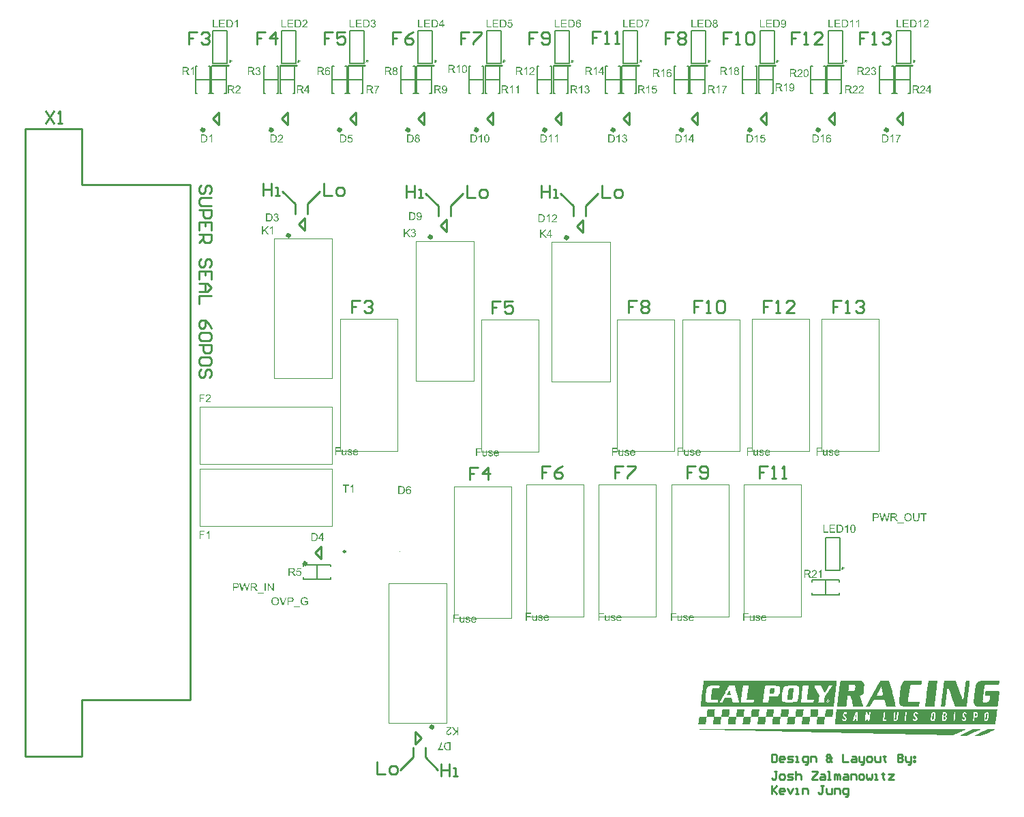
<source format=gbr>
%TF.GenerationSoftware,Altium Limited,Altium Designer,19.0.10 (269)*%
G04 Layer_Color=65535*
%FSLAX26Y26*%
%MOIN*%
%TF.FileFunction,Legend,Top*%
%TF.Part,Single*%
G01*
G75*
%TA.AperFunction,NonConductor*%
%ADD32C,0.009842*%
%ADD33C,0.010000*%
%ADD34C,0.005906*%
%ADD35C,0.007874*%
%ADD47C,0.019685*%
%ADD48C,0.003937*%
G36*
X4627753Y936623D02*
X4628409Y935967D01*
X4629065Y935311D01*
Y934655D01*
Y932030D01*
X4628409Y930062D01*
Y927438D01*
Y926782D01*
Y926126D01*
Y924157D01*
X4627753Y921533D01*
Y918252D01*
X4627097Y914316D01*
X4626440Y909067D01*
X4625784Y903818D01*
Y903162D01*
Y901194D01*
X4625128Y897913D01*
Y893977D01*
X4624472Y889384D01*
X4623816Y884791D01*
X4621848Y873638D01*
X4613975Y811308D01*
X4556894D01*
X4539179Y863140D01*
Y863796D01*
X4538523Y865108D01*
X4537211Y867733D01*
X4536555Y871013D01*
X4533274Y879543D01*
X4529994Y888072D01*
Y888728D01*
X4529338Y890040D01*
X4528682Y892008D01*
X4527369Y894633D01*
X4525401Y901194D01*
X4523433Y907099D01*
Y907755D01*
Y908411D01*
X4522777Y911035D01*
X4522121Y913660D01*
X4521465Y914972D01*
Y913660D01*
Y911691D01*
X4520808Y907099D01*
X4520152Y904474D01*
Y901194D01*
X4519496Y896601D01*
X4518840Y892008D01*
X4518184Y886104D01*
X4517528Y879543D01*
X4516872Y871669D01*
X4515560Y863140D01*
Y862484D01*
Y861172D01*
X4514904Y858547D01*
Y855267D01*
X4513591Y847394D01*
X4512279Y838208D01*
X4510967Y829023D01*
X4509655Y820494D01*
X4508999Y817213D01*
X4508342Y814589D01*
Y812620D01*
X4507686Y811308D01*
Y809996D01*
X4488659D01*
Y811308D01*
Y812620D01*
X4489316Y815245D01*
Y817213D01*
Y819837D01*
X4489972Y823118D01*
X4490628Y827711D01*
X4491284Y832303D01*
X4491940Y838208D01*
X4492596Y845425D01*
X4493252Y853955D01*
X4494564Y863140D01*
X4495877Y873638D01*
Y874294D01*
X4496533Y876262D01*
Y879543D01*
X4497189Y883479D01*
X4497845Y888072D01*
X4498501Y893321D01*
X4499813Y904474D01*
X4501125Y915628D01*
X4501782Y920877D01*
X4502438Y925470D01*
X4503094Y929406D01*
X4503750Y932687D01*
Y934655D01*
Y935311D01*
X4505062Y937279D01*
X4562799D01*
X4565423Y928094D01*
Y926782D01*
X4566079Y923501D01*
X4567391Y918909D01*
X4568048Y917596D01*
X4569360Y913660D01*
X4571328Y907755D01*
X4573953Y899882D01*
Y899226D01*
X4574609Y897913D01*
X4575921Y895945D01*
X4576577Y892664D01*
X4579201Y886104D01*
X4581826Y878230D01*
Y877574D01*
X4582482Y876262D01*
X4583794Y874294D01*
X4584450Y871013D01*
X4587074Y864452D01*
X4589699Y856579D01*
Y855923D01*
X4590355Y855267D01*
X4591667Y850674D01*
X4593636Y846081D01*
X4594948Y840833D01*
Y840177D01*
X4595604Y838208D01*
X4596260Y835584D01*
X4596916Y834928D01*
Y835584D01*
X4597572Y837552D01*
X4598228Y841489D01*
X4598884Y844113D01*
X4599540Y847394D01*
Y851330D01*
X4600853Y855923D01*
X4601509Y861828D01*
X4602165Y868389D01*
X4602821Y876262D01*
X4604133Y884791D01*
Y885447D01*
Y886760D01*
X4604789Y889384D01*
Y892664D01*
X4606101Y900538D01*
X4607414Y910379D01*
X4608070Y919565D01*
X4609382Y927438D01*
Y930718D01*
X4610038Y933343D01*
Y935311D01*
Y935967D01*
X4611350Y936623D01*
X4613975Y937279D01*
X4624472D01*
X4627753Y936623D01*
D02*
G37*
G36*
X4775375Y935311D02*
Y933999D01*
X4774719Y932687D01*
Y931375D01*
X4774063Y928750D01*
X4773407Y925470D01*
X4772095Y916284D01*
X4707141Y916284D01*
X4705829Y914972D01*
X4705172D01*
X4703860Y913660D01*
X4702548Y912347D01*
X4701236Y910379D01*
Y909723D01*
Y908411D01*
X4700580Y905130D01*
X4699924Y900538D01*
X4699268Y894633D01*
X4698611Y890040D01*
X4697955Y885447D01*
X4697299Y880199D01*
X4696643Y873638D01*
Y872981D01*
Y872325D01*
X4695987Y868389D01*
X4695331Y862484D01*
X4694675Y855923D01*
X4694019Y849362D01*
X4693363Y843457D01*
X4692707Y838864D01*
Y837552D01*
Y836896D01*
X4693363Y835584D01*
X4694019Y834272D01*
X4695331Y832303D01*
X4696643Y830991D01*
X4712390D01*
X4716326Y831647D01*
X4718294D01*
X4718951Y832303D01*
X4719607D01*
X4720919Y833615D01*
X4722231Y834928D01*
X4723543Y836896D01*
Y837552D01*
X4724199Y838208D01*
X4724855Y840177D01*
X4726168Y842801D01*
X4726824Y846737D01*
X4727480Y851330D01*
X4728136Y857235D01*
Y864452D01*
X4704516D01*
Y866420D01*
Y867733D01*
X4705172Y869045D01*
Y870357D01*
Y872981D01*
X4705829Y876262D01*
X4707141Y885447D01*
X4770126Y885447D01*
X4774063Y884791D01*
X4775375D01*
Y884135D01*
Y882823D01*
X4774719Y880199D01*
X4774063Y875606D01*
X4773407Y869045D01*
X4772751Y864452D01*
X4772095Y859860D01*
X4771439Y853955D01*
X4770783Y847394D01*
Y846738D01*
Y846082D01*
X4770126Y841489D01*
X4769470Y836240D01*
X4768814Y829023D01*
X4767502Y822462D01*
X4766846Y816557D01*
X4766190Y812620D01*
Y811308D01*
Y810652D01*
X4760285D01*
X4757660Y809996D01*
X4691394Y809996D01*
X4682209Y810652D01*
X4667775D01*
X4665806Y811308D01*
X4663838D01*
X4662526Y811964D01*
X4660558Y813276D01*
X4657933Y814589D01*
X4655965Y817213D01*
X4653341Y820494D01*
X4650716Y824430D01*
X4649404Y829023D01*
Y829679D01*
Y830335D01*
Y832959D01*
Y836896D01*
Y842801D01*
X4650060Y850674D01*
X4650716Y855267D01*
X4651372Y860516D01*
X4652028Y867077D01*
X4652685Y873638D01*
Y874294D01*
Y874950D01*
X4653341Y878886D01*
X4653997Y884791D01*
X4655309Y891352D01*
X4655965Y897913D01*
X4656621Y903818D01*
X4657277Y907755D01*
Y909723D01*
Y910379D01*
Y911035D01*
X4657933Y913004D01*
X4659245Y915628D01*
X4660558Y918909D01*
X4665150Y926126D01*
X4667775Y929406D01*
X4671711Y932687D01*
X4672368Y933343D01*
X4674336Y933999D01*
X4677616Y934655D01*
X4680897Y935311D01*
X4681553Y935967D01*
X4683521D01*
X4687458Y936623D01*
X4697299D01*
X4701892Y937279D01*
X4775375Y937279D01*
Y935311D01*
D02*
G37*
G36*
X4470945Y935311D02*
Y934655D01*
X4470289Y932030D01*
Y930062D01*
Y927438D01*
X4469633Y924157D01*
X4468976Y920221D01*
X4468320Y914972D01*
X4467664Y909067D01*
X4467008Y901850D01*
X4466352Y893321D01*
X4465040Y884135D01*
X4463728Y872981D01*
Y872325D01*
Y870357D01*
X4463072Y867077D01*
X4462416Y863140D01*
X4461759Y858547D01*
Y853298D01*
X4460447Y842145D01*
X4459135Y830991D01*
X4458479Y825742D01*
X4457823Y820494D01*
X4457167Y816557D01*
Y813276D01*
X4456511Y811308D01*
Y810652D01*
X4453886D01*
X4451262Y809996D01*
X4410584D01*
Y811308D01*
X4411240Y812620D01*
Y815245D01*
X4411896Y817869D01*
Y820494D01*
X4412552Y823774D01*
X4413208Y828367D01*
X4413864Y833615D01*
X4414520Y839520D01*
X4415832Y846737D01*
X4416489Y854611D01*
X4417801Y864452D01*
X4419113Y874950D01*
X4426986Y937279D01*
X4470945D01*
Y935311D01*
D02*
G37*
G36*
X4394181D02*
Y933999D01*
Y930062D01*
X4393525Y924157D01*
X4392869Y916284D01*
X4350222D01*
X4345630Y915628D01*
X4342349D01*
X4341037Y914972D01*
X4340381D01*
X4339725Y913660D01*
X4339069Y912347D01*
X4338413Y910379D01*
X4337757Y909723D01*
Y908411D01*
X4337100Y905787D01*
X4336444Y901194D01*
X4335132Y894633D01*
X4334476Y890696D01*
X4333820Y886104D01*
X4333164Y880199D01*
X4332508Y873638D01*
X4327915Y836896D01*
X4329227Y834928D01*
Y834272D01*
X4330539Y832303D01*
X4383684D01*
Y830991D01*
Y830335D01*
Y829023D01*
X4383027Y825742D01*
X4382371Y820494D01*
X4381059Y809996D01*
X4329227D01*
X4320698Y810652D01*
X4312825D01*
X4304952Y811308D01*
X4299047Y811964D01*
X4296422Y812620D01*
X4295110Y813276D01*
X4294454Y813933D01*
X4291173Y815901D01*
X4290517Y817213D01*
X4287893Y820494D01*
X4285269Y825742D01*
X4283300Y833615D01*
Y834928D01*
Y836896D01*
X4283956Y840177D01*
X4284612Y845425D01*
X4285269Y851986D01*
X4286581Y861172D01*
X4287237Y866420D01*
X4287893Y872325D01*
Y872981D01*
Y874294D01*
X4288549Y875606D01*
Y878230D01*
X4289205Y884791D01*
X4290517Y892008D01*
X4291173Y899226D01*
X4292486Y906443D01*
X4293142Y911691D01*
X4293798Y913660D01*
Y914972D01*
Y915628D01*
X4295110Y917596D01*
X4296422Y920877D01*
X4299047Y924157D01*
X4301671Y928094D01*
X4305608Y932030D01*
X4310200Y935311D01*
X4316105Y937279D01*
X4394181D01*
Y935311D01*
D02*
G37*
G36*
X4249839Y882167D02*
Y881511D01*
X4250495Y880199D01*
X4251151Y877574D01*
X4252463Y874294D01*
X4253776Y870357D01*
X4255088Y865764D01*
X4257712Y854611D01*
Y853955D01*
X4258368Y851986D01*
X4259025Y849362D01*
X4259681Y846081D01*
X4261649Y838208D01*
X4263617Y830335D01*
Y829679D01*
X4264273Y829023D01*
X4264929Y825742D01*
X4265586Y822462D01*
Y821150D01*
Y820494D01*
X4268866Y809996D01*
X4221627D01*
X4217034Y826398D01*
Y827054D01*
X4216378Y829023D01*
X4215722Y831647D01*
X4215066Y834928D01*
X4213754Y837552D01*
X4213097Y840177D01*
X4212441Y842145D01*
Y842801D01*
Y844113D01*
X4161266D01*
X4152080Y826398D01*
X4141583Y809996D01*
X4121243D01*
Y810652D01*
X4121900Y811308D01*
X4122556Y812620D01*
X4123212Y814588D01*
X4125180Y817213D01*
X4127148Y821149D01*
X4129773Y827054D01*
X4133709Y833615D01*
X4138302Y841489D01*
X4143551Y851986D01*
X4150768Y863796D01*
X4158641Y877574D01*
X4167827Y893977D01*
X4178324Y913004D01*
X4184229Y922845D01*
X4190790Y933999D01*
X4192102Y937279D01*
X4236061D01*
X4249839Y882167D01*
D02*
G37*
G36*
X4047104Y935311D02*
X4102873D01*
X4103529Y934655D01*
X4106153Y933343D01*
X4109434Y930718D01*
X4112058Y926782D01*
X4112714Y925469D01*
Y923501D01*
X4113370Y920877D01*
Y916940D01*
Y911691D01*
X4112714Y905130D01*
X4112058Y897257D01*
Y896601D01*
Y893977D01*
X4111402Y890696D01*
Y886760D01*
X4110746Y882167D01*
Y878230D01*
X4110090Y875606D01*
X4109434Y873638D01*
X4108778Y872325D01*
X4106153Y869701D01*
X4100904Y866420D01*
X4094343Y864452D01*
X4091719D01*
Y863796D01*
X4092375Y863140D01*
X4093031Y861172D01*
X4093687Y857891D01*
X4095656Y852642D01*
X4097624Y846081D01*
X4100248Y836896D01*
X4100904Y835584D01*
X4101560Y832959D01*
X4102873Y828367D01*
X4104841Y823774D01*
X4106809Y818525D01*
X4108122Y813932D01*
X4108778Y811308D01*
X4109434Y809996D01*
X4060882D01*
X4058914Y813276D01*
Y813932D01*
Y814588D01*
X4058258Y816557D01*
Y817213D01*
X4057602Y819181D01*
X4056946Y823118D01*
X4054977Y827711D01*
Y828367D01*
Y829023D01*
X4054321Y831647D01*
X4053665Y835584D01*
X4053009Y839520D01*
X4045792Y864452D01*
X4033982D01*
X4033326Y863796D01*
X4032670D01*
Y863140D01*
Y862484D01*
X4032014Y860515D01*
Y857235D01*
X4031358Y851986D01*
X4030702Y845425D01*
X4029390Y836896D01*
Y835584D01*
X4028733Y832959D01*
X4028077Y829023D01*
X4027421Y823774D01*
Y822462D01*
X4026765Y819837D01*
Y816557D01*
X4026109Y813276D01*
Y812620D01*
Y811964D01*
X4025453Y810652D01*
Y809996D01*
X3980838D01*
Y811308D01*
Y812620D01*
X3981494Y814588D01*
Y816557D01*
Y819181D01*
X3982150Y822462D01*
X3982806Y826398D01*
X3983463Y831647D01*
X3984119Y837552D01*
X3984775Y844769D01*
X3985431Y853298D01*
X3986743Y862484D01*
X3988055Y873638D01*
Y874294D01*
X3988711Y876262D01*
Y879542D01*
X3989367Y882823D01*
X3990023Y887416D01*
X3990680Y892664D01*
X3991992Y903818D01*
X3993960Y914972D01*
X3994616Y920221D01*
X3995272Y925469D01*
X3995928Y929406D01*
X3996584Y932030D01*
X3997241Y934655D01*
Y935311D01*
Y937279D01*
X4047104Y935311D01*
D02*
G37*
G36*
X3979526D02*
Y933999D01*
X3978870Y931374D01*
Y929406D01*
Y926782D01*
X3978214Y923501D01*
X3977558Y919564D01*
X3976901Y914316D01*
X3976245Y908411D01*
X3975589Y901194D01*
X3974933Y892664D01*
X3973621Y883479D01*
X3972309Y872325D01*
X3964436Y809996D01*
X3313584Y809996D01*
Y811308D01*
Y812620D01*
X3314240Y815245D01*
Y817869D01*
Y820493D01*
X3314897Y823774D01*
X3315553Y827710D01*
X3316209Y832959D01*
X3316865Y838864D01*
X3317521Y846081D01*
X3318177Y853954D01*
X3319489Y863140D01*
X3320802Y873637D01*
Y874293D01*
X3321458Y876262D01*
Y879542D01*
X3322114Y883479D01*
X3322770Y888072D01*
X3323426Y893320D01*
X3324738Y904474D01*
X3326050Y915628D01*
X3326706Y920877D01*
X3327363Y925469D01*
X3328019Y929406D01*
X3328675Y932686D01*
Y934655D01*
Y935311D01*
Y937279D01*
X3980838Y937279D01*
X3979526Y935311D01*
D02*
G37*
G36*
X3961811Y795562D02*
Y794249D01*
Y792937D01*
Y792281D01*
Y791625D01*
Y789657D01*
X3961155Y786376D01*
Y785720D01*
Y783752D01*
X3960499Y781127D01*
Y777847D01*
X3957218Y760132D01*
X3921789D01*
Y759476D01*
Y758164D01*
X3921133Y755539D01*
X3920477Y752915D01*
X3919821Y748322D01*
X3919165Y742418D01*
Y741761D01*
Y739793D01*
X3918509Y736513D01*
Y733232D01*
X3917852Y729952D01*
Y726671D01*
X3917196Y724703D01*
Y723391D01*
X3914572D01*
X3912604Y722735D01*
X3880455D01*
Y724703D01*
Y725359D01*
Y726015D01*
Y727327D01*
X3881111Y729952D01*
Y732576D01*
Y737169D01*
X3881767Y742418D01*
Y743074D01*
X3882423Y745042D01*
X3883079Y747666D01*
X3883735Y750291D01*
X3884391Y756852D01*
X3885048Y758820D01*
Y760132D01*
X3849618D01*
X3846338Y742418D01*
Y741761D01*
Y739793D01*
X3845682Y736513D01*
Y733232D01*
Y729952D01*
X3845025Y726671D01*
Y724703D01*
Y723391D01*
X3842401D01*
X3840433Y722735D01*
X3808284D01*
Y724703D01*
Y725359D01*
Y726015D01*
Y727327D01*
X3808940Y729295D01*
Y732576D01*
X3809596Y736513D01*
X3810252Y741761D01*
Y742418D01*
X3810908Y744386D01*
Y747010D01*
X3811564Y750291D01*
X3812220Y756196D01*
X3812876Y758820D01*
Y760132D01*
X3848306D01*
X3849618Y761444D01*
Y762101D01*
Y763413D01*
Y764725D01*
X3850274Y766693D01*
Y769974D01*
Y773910D01*
X3850930Y779159D01*
Y779815D01*
Y781784D01*
X3851586Y784408D01*
Y787688D01*
Y790969D01*
X3852242Y793593D01*
Y795562D01*
Y796874D01*
X3889640D01*
Y796218D01*
Y794905D01*
X3888984Y792281D01*
X3888328Y789657D01*
X3887672Y785064D01*
X3887016Y779159D01*
Y778503D01*
Y776535D01*
X3886360Y773254D01*
Y769974D01*
X3885704Y766693D01*
Y764069D01*
X3885048Y762101D01*
Y760788D01*
X3887016D01*
X3889640Y760132D01*
X3920477D01*
X3921789Y761444D01*
Y762101D01*
Y763413D01*
X3922445Y766037D01*
Y768662D01*
Y773254D01*
X3923101Y779159D01*
X3926382Y796874D01*
X3961811D01*
Y795562D01*
D02*
G37*
G36*
X3816813Y796218D02*
Y794905D01*
Y792281D01*
X3816157Y788345D01*
Y783752D01*
X3815501Y777847D01*
X3814189Y769974D01*
X3812876Y761444D01*
Y760132D01*
X3777447D01*
X3774167Y742418D01*
Y741761D01*
Y739793D01*
X3773510Y737169D01*
Y733888D01*
Y730608D01*
X3772854Y727983D01*
Y726015D01*
Y724703D01*
Y722735D01*
X3736113D01*
Y724703D01*
Y725359D01*
Y726015D01*
Y728639D01*
X3736769Y731920D01*
Y735856D01*
X3738081Y741761D01*
X3738737Y748979D01*
X3740049Y758164D01*
Y760132D01*
X3704620D01*
Y759476D01*
Y758820D01*
Y757508D01*
X3703964Y754883D01*
X3703308Y751603D01*
X3702652Y747666D01*
X3701996Y742418D01*
Y741761D01*
Y739793D01*
X3701340Y737825D01*
Y734544D01*
X3700683Y728639D01*
Y726015D01*
Y724703D01*
Y722735D01*
X3665910D01*
X3663942Y723391D01*
X3663286D01*
Y724047D01*
Y724703D01*
Y726015D01*
X3663942Y728639D01*
Y731920D01*
X3664598Y736513D01*
X3665254Y742418D01*
Y743074D01*
X3665910Y745042D01*
Y748322D01*
X3666566Y751603D01*
X3667222Y754227D01*
Y757508D01*
X3667878Y759476D01*
Y760132D01*
X3632449D01*
Y761444D01*
Y762757D01*
X3633105Y766037D01*
X3633761Y769974D01*
X3635073Y775879D01*
X3636386Y787688D01*
X3637042Y792937D01*
Y796874D01*
X3672471D01*
Y795562D01*
Y794249D01*
X3671815Y791625D01*
X3671159Y787688D01*
X3670503Y782440D01*
X3668535Y771286D01*
X3667878Y766037D01*
Y761444D01*
X3669191Y760788D01*
X3672471D01*
X3675752Y760132D01*
X3701996D01*
X3703964Y760788D01*
X3704620D01*
Y761444D01*
Y762101D01*
Y763413D01*
X3705276Y765381D01*
Y768662D01*
X3705932Y773254D01*
X3706588Y779159D01*
Y779815D01*
X3707244Y781784D01*
Y785064D01*
X3707901Y788345D01*
X3708557Y790969D01*
Y794249D01*
X3709213Y796218D01*
Y796874D01*
X3744642D01*
Y795562D01*
Y794905D01*
Y793593D01*
Y791625D01*
X3743986Y788345D01*
Y784408D01*
X3743330Y779159D01*
Y778503D01*
Y776535D01*
X3742674Y773254D01*
Y770630D01*
X3742018Y767349D01*
X3741362Y764069D01*
X3740706Y762101D01*
X3740049Y761444D01*
Y760132D01*
X3777447D01*
X3778759Y777847D01*
Y778503D01*
Y780471D01*
X3779415Y783752D01*
Y787032D01*
X3780072Y789657D01*
X3780728Y792937D01*
Y794905D01*
X3781384Y795562D01*
Y796874D01*
X3816813D01*
Y796218D01*
D02*
G37*
G36*
X3526817Y796218D02*
X3527473D01*
Y795562D01*
Y794905D01*
Y793593D01*
X3526817Y791625D01*
Y788344D01*
X3526161Y784408D01*
X3525505Y778503D01*
Y777847D01*
Y775879D01*
X3524849Y773254D01*
Y769974D01*
X3524193Y766693D01*
Y764069D01*
X3523536Y761444D01*
Y760788D01*
X3525505D01*
X3528129Y760132D01*
X3560278D01*
Y758164D01*
Y757508D01*
X3559622Y756196D01*
Y753571D01*
X3558966Y750947D01*
X3558310Y746354D01*
X3556997Y740449D01*
X3555685Y722734D01*
X3518944D01*
Y724703D01*
Y726015D01*
X3519600Y729295D01*
X3520256Y733232D01*
X3521568Y739137D01*
X3522880Y750947D01*
X3523536Y756196D01*
Y760132D01*
X3494012D01*
X3490731Y759476D01*
X3488763D01*
X3488107Y758820D01*
Y758164D01*
Y757508D01*
Y756196D01*
X3487451Y754227D01*
X3486795Y750947D01*
X3486139Y747010D01*
X3485483Y741105D01*
Y740449D01*
Y738481D01*
X3484827Y735856D01*
Y732576D01*
X3484170Y729295D01*
Y726671D01*
X3483514Y724703D01*
Y723390D01*
X3481546D01*
X3478922Y722734D01*
X3449397D01*
X3447429Y723390D01*
X3446773D01*
Y724047D01*
Y724703D01*
Y726015D01*
X3447429Y728639D01*
Y731920D01*
X3448085Y736513D01*
X3448741Y742417D01*
Y743073D01*
X3449397Y745042D01*
Y748322D01*
X3450053Y751603D01*
Y754227D01*
X3450709Y757508D01*
Y759476D01*
Y760132D01*
X3415280D01*
Y759476D01*
Y758164D01*
X3414624Y755539D01*
X3413968Y752915D01*
X3413312Y748322D01*
X3412655Y742417D01*
X3411343Y722734D01*
X3377226D01*
X3374602Y723390D01*
X3373946D01*
Y724047D01*
Y724703D01*
Y726015D01*
X3374602Y728639D01*
Y731264D01*
X3375258Y735856D01*
X3375914Y741105D01*
Y741761D01*
X3376570Y743730D01*
Y746354D01*
X3377226Y749635D01*
X3377882Y752915D01*
Y755539D01*
X3378538Y758164D01*
Y758820D01*
X3377882Y759476D01*
X3373946D01*
X3371321Y760132D01*
X3343109D01*
Y761444D01*
Y762100D01*
Y762756D01*
Y764069D01*
X3343765Y766693D01*
Y769317D01*
Y773910D01*
X3344421Y779159D01*
X3347702Y796874D01*
X3384443D01*
X3383131Y795562D01*
Y794249D01*
X3382475Y791625D01*
X3381819Y787032D01*
Y781783D01*
X3380507Y770630D01*
X3379851Y765381D01*
Y761444D01*
X3380507Y760788D01*
X3384443D01*
X3387068Y760132D01*
X3412655D01*
X3414624Y760788D01*
X3415280D01*
Y761444D01*
Y762100D01*
Y763413D01*
X3415936Y765381D01*
Y768661D01*
X3416592Y773254D01*
X3417248Y779159D01*
Y779815D01*
X3417904Y781783D01*
Y785064D01*
X3418560Y788344D01*
X3419216Y790969D01*
Y794249D01*
X3419873Y796218D01*
Y796874D01*
X3456614D01*
X3455302Y795562D01*
Y794905D01*
Y793593D01*
Y790969D01*
X3454646Y788344D01*
Y783752D01*
X3453990Y777847D01*
X3452678Y760132D01*
X3470392Y761444D01*
X3488107D01*
X3489419Y779159D01*
Y779815D01*
X3490075Y781783D01*
Y785064D01*
X3490731Y788344D01*
X3491387Y790969D01*
Y794249D01*
X3492044Y796218D01*
Y796874D01*
X3524849D01*
X3526817Y796218D01*
D02*
G37*
G36*
X4655965Y796218D02*
X4753724Y796218D01*
X4758973Y795562D01*
X4763565D01*
Y794906D01*
Y792281D01*
X4762909Y787033D01*
X4762253Y779815D01*
Y775879D01*
X4761597Y770630D01*
X4760285Y764725D01*
X4759629Y758164D01*
X4758973Y750947D01*
X4757660Y743074D01*
X4755692Y734544D01*
X4754380Y724703D01*
Y722735D01*
X3970340Y722735D01*
Y724703D01*
Y725359D01*
Y727983D01*
X3970997Y732576D01*
Y735200D01*
X3971653Y739137D01*
X3972309Y743074D01*
Y748322D01*
X3973621Y754227D01*
X3974277Y760788D01*
X3975589Y768005D01*
X3976245Y776535D01*
X3978214Y785720D01*
X3979526Y795562D01*
Y796874D01*
X4639562Y796874D01*
X4655965Y796218D01*
D02*
G37*
G36*
X3600300Y795562D02*
Y794905D01*
Y794249D01*
X3599644Y790313D01*
X3598988Y785720D01*
X3598332Y779815D01*
X3597020Y773254D01*
X3596363Y768005D01*
X3595707Y763413D01*
Y762101D01*
Y761444D01*
X3597020Y760788D01*
X3600300D01*
X3603581Y760132D01*
X3632449D01*
Y759476D01*
Y758820D01*
Y756852D01*
X3631793Y754227D01*
X3631137Y750947D01*
X3630481Y746354D01*
X3629825Y740449D01*
X3627856Y722735D01*
X3593739D01*
X3591771Y723391D01*
X3591115D01*
Y724047D01*
Y724703D01*
Y726015D01*
X3591771Y728639D01*
Y731264D01*
X3592427Y735856D01*
X3593083Y741105D01*
Y741761D01*
X3593739Y743730D01*
Y746354D01*
X3594395Y749635D01*
X3595051Y752915D01*
Y755539D01*
X3595707Y758164D01*
Y758820D01*
X3595051Y759476D01*
X3591115D01*
X3588490Y760132D01*
X3560278Y760132D01*
Y761444D01*
Y762100D01*
Y763413D01*
X3560934Y766037D01*
Y768661D01*
Y773254D01*
X3561590Y779159D01*
X3564871Y796874D01*
X3600300Y796874D01*
Y795562D01*
D02*
G37*
G36*
X3343109Y759476D02*
Y758164D01*
X3342453Y756196D01*
Y753571D01*
X3341797Y747010D01*
X3340485Y740449D01*
X3338516Y722734D01*
X3301775D01*
Y726015D01*
Y726671D01*
X3302431Y727983D01*
Y728639D01*
X3303087Y729952D01*
Y731920D01*
X3303743Y735200D01*
Y735856D01*
X3304399Y738481D01*
X3305055Y741105D01*
Y743730D01*
X3306367Y760132D01*
X3343109D01*
Y759476D01*
D02*
G37*
G36*
X4549677Y698459D02*
X4609382D01*
X4608726Y697803D01*
X4606101Y696491D01*
X4602165Y694522D01*
X4596916Y691898D01*
X4589043Y687961D01*
X4583794Y685993D01*
X4578545Y683369D01*
X4547708Y668278D01*
X3923101Y683369D01*
X3912604D01*
X3908011Y684025D01*
X3882423D01*
X3865365Y684681D01*
X3846338Y685337D01*
X3825342D01*
X3803035Y685993D01*
X3778103Y686649D01*
X3752515Y687305D01*
X3725615Y687961D01*
X3698059Y688617D01*
X3669191Y689273D01*
X3611454Y690586D01*
X3553061Y691898D01*
X3524193Y692554D01*
X3496636Y693210D01*
X3469736Y693866D01*
X3444148Y694522D01*
X3419216Y695178D01*
X3396909Y695834D01*
X3375914Y696490D01*
X3356887Y697146D01*
X3332611D01*
X3326050Y697803D01*
X3310304D01*
X3306367Y698459D01*
X3366729D01*
X3381163Y699115D01*
X4529994Y699115D01*
X4549677Y698459D01*
D02*
G37*
G36*
X4680241D02*
X4678928Y697803D01*
X4676960Y696491D01*
X4673024Y694522D01*
X4667119Y691898D01*
X4663182Y689930D01*
X4659245Y687961D01*
X4653997Y685993D01*
X4648092Y683369D01*
X4615943Y666966D01*
X4595604D01*
X4592979Y667622D01*
X4587074D01*
X4584450Y668278D01*
X4581826D01*
X4583138Y668934D01*
X4585762Y670247D01*
X4587731Y671559D01*
X4590355Y672871D01*
X4591011D01*
X4592323Y673527D01*
X4594292Y674839D01*
X4596916Y676152D01*
X4603477Y679432D01*
X4612662Y683369D01*
X4645467Y699115D01*
X4678272D01*
X4680241Y698459D01*
D02*
G37*
G36*
X4751100Y698459D02*
X4751756D01*
X4751100Y697803D01*
X4749787Y697147D01*
X4747819Y695835D01*
X4743226Y693866D01*
X4737321Y691242D01*
X4733385Y689274D01*
X4728792Y686649D01*
X4723543Y684025D01*
X4717638Y681400D01*
X4682209Y665654D01*
X4666463D01*
X4664494Y666310D01*
X4661214D01*
X4655309Y666966D01*
X4650060D01*
X4651372Y667622D01*
X4653341Y668934D01*
X4657277Y670903D01*
X4663182Y674183D01*
X4667119Y675495D01*
X4671711Y678120D01*
X4676304Y680744D01*
X4682209Y683369D01*
X4716326Y699115D01*
X4749131Y699115D01*
X4751100Y698459D01*
D02*
G37*
G36*
X2022227Y3974801D02*
Y3974768D01*
X2022161Y3974601D01*
X2022094Y3974402D01*
X2021994Y3974135D01*
X2021861Y3973769D01*
X2021695Y3973369D01*
X2021528Y3972936D01*
X2021361Y3972470D01*
X2020962Y3971505D01*
X2020529Y3970506D01*
X2020329Y3970006D01*
X2020096Y3969573D01*
X2019896Y3969140D01*
X2019697Y3968774D01*
X2019763D01*
X2019896Y3968807D01*
X2020129D01*
X2020462Y3968840D01*
X2020862Y3968874D01*
X2021295Y3968940D01*
X2021761Y3968974D01*
X2022294Y3969007D01*
X2023360Y3969107D01*
X2024458Y3969207D01*
X2024958Y3969240D01*
X2025424D01*
X2025857Y3969273D01*
X2026223D01*
Y3965477D01*
X2026190D01*
X2026090D01*
X2025957D01*
X2025757Y3965510D01*
X2025491D01*
X2025191Y3965544D01*
X2024858Y3965577D01*
X2024425D01*
X2023992Y3965644D01*
X2023493Y3965677D01*
X2022960Y3965710D01*
X2022394Y3965777D01*
X2021761Y3965843D01*
X2021128Y3965943D01*
X2020462Y3966010D01*
X2019730Y3966110D01*
X2019763Y3966077D01*
X2019796Y3965977D01*
X2019863Y3965843D01*
X2019963Y3965644D01*
X2020096Y3965377D01*
X2020229Y3965078D01*
X2020396Y3964711D01*
X2020562Y3964312D01*
X2020729Y3963879D01*
X2020929Y3963413D01*
X2021162Y3962880D01*
X2021361Y3962347D01*
X2021794Y3961182D01*
X2022227Y3959916D01*
X2018531Y3958684D01*
Y3958717D01*
X2018498Y3958817D01*
X2018431Y3959017D01*
X2018364Y3959250D01*
X2018265Y3959550D01*
X2018165Y3959916D01*
X2018065Y3960316D01*
X2017932Y3960749D01*
X2017798Y3961248D01*
X2017698Y3961748D01*
X2017465Y3962880D01*
X2017232Y3964045D01*
X2017066Y3965244D01*
Y3965211D01*
X2016999Y3965177D01*
X2016899Y3965078D01*
X2016799Y3964944D01*
X2016633Y3964778D01*
X2016433Y3964578D01*
X2016200Y3964345D01*
X2015934Y3964079D01*
X2015601Y3963779D01*
X2015234Y3963446D01*
X2014835Y3963080D01*
X2014369Y3962647D01*
X2013902Y3962214D01*
X2013336Y3961748D01*
X2012737Y3961248D01*
X2012104Y3960715D01*
X2009906Y3963879D01*
X2009940D01*
X2010006Y3963945D01*
X2010106Y3964045D01*
X2010273Y3964145D01*
X2010506Y3964278D01*
X2010739Y3964445D01*
X2011039Y3964645D01*
X2011371Y3964878D01*
X2011771Y3965144D01*
X2012171Y3965411D01*
X2012637Y3965710D01*
X2013136Y3966010D01*
X2013669Y3966343D01*
X2014235Y3966709D01*
X2014868Y3967076D01*
X2015501Y3967442D01*
X2015467Y3967475D01*
X2015334Y3967542D01*
X2015134Y3967642D01*
X2014901Y3967775D01*
X2014602Y3967941D01*
X2014235Y3968141D01*
X2013836Y3968374D01*
X2013436Y3968607D01*
X2012537Y3969140D01*
X2011605Y3969706D01*
X2010706Y3970306D01*
X2010273Y3970605D01*
X2009906Y3970872D01*
X2012104Y3973935D01*
X2012137Y3973902D01*
X2012271Y3973802D01*
X2012470Y3973636D01*
X2012704Y3973436D01*
X2013003Y3973203D01*
X2013336Y3972903D01*
X2014135Y3972270D01*
X2014968Y3971538D01*
X2015767Y3970838D01*
X2016167Y3970472D01*
X2016500Y3970173D01*
X2016799Y3969873D01*
X2017066Y3969606D01*
Y3969640D01*
X2017099Y3969740D01*
X2017132Y3969939D01*
X2017166Y3970173D01*
X2017232Y3970472D01*
X2017299Y3970838D01*
X2017399Y3971238D01*
X2017499Y3971671D01*
X2017599Y3972137D01*
X2017698Y3972637D01*
X2017965Y3973736D01*
X2018231Y3974868D01*
X2018531Y3976000D01*
X2022227Y3974801D01*
D02*
G37*
G36*
X2356518D02*
Y3974768D01*
X2356451Y3974601D01*
X2356385Y3974402D01*
X2356285Y3974135D01*
X2356152Y3973769D01*
X2355985Y3973369D01*
X2355819Y3972936D01*
X2355652Y3972470D01*
X2355253Y3971505D01*
X2354820Y3970506D01*
X2354620Y3970006D01*
X2354387Y3969573D01*
X2354187Y3969140D01*
X2353987Y3968774D01*
X2354054D01*
X2354187Y3968807D01*
X2354420D01*
X2354753Y3968840D01*
X2355153Y3968874D01*
X2355586Y3968940D01*
X2356052Y3968974D01*
X2356584Y3969007D01*
X2357650Y3969107D01*
X2358749Y3969207D01*
X2359249Y3969240D01*
X2359715D01*
X2360148Y3969273D01*
X2360514D01*
Y3965477D01*
X2360481D01*
X2360381D01*
X2360247D01*
X2360048Y3965510D01*
X2359781D01*
X2359482Y3965544D01*
X2359149Y3965577D01*
X2358716D01*
X2358283Y3965644D01*
X2357783Y3965677D01*
X2357251Y3965710D01*
X2356684Y3965777D01*
X2356052Y3965843D01*
X2355419Y3965943D01*
X2354753Y3966010D01*
X2354020Y3966110D01*
X2354054Y3966077D01*
X2354087Y3965977D01*
X2354154Y3965843D01*
X2354253Y3965644D01*
X2354387Y3965377D01*
X2354520Y3965078D01*
X2354686Y3964711D01*
X2354853Y3964312D01*
X2355019Y3963879D01*
X2355219Y3963413D01*
X2355452Y3962880D01*
X2355652Y3962347D01*
X2356085Y3961182D01*
X2356518Y3959916D01*
X2352822Y3958684D01*
Y3958717D01*
X2352788Y3958817D01*
X2352722Y3959017D01*
X2352655Y3959250D01*
X2352555Y3959550D01*
X2352455Y3959916D01*
X2352355Y3960316D01*
X2352222Y3960749D01*
X2352089Y3961248D01*
X2351989Y3961748D01*
X2351756Y3962880D01*
X2351523Y3964045D01*
X2351356Y3965244D01*
Y3965211D01*
X2351290Y3965177D01*
X2351190Y3965078D01*
X2351090Y3964944D01*
X2350923Y3964778D01*
X2350724Y3964578D01*
X2350491Y3964345D01*
X2350224Y3964079D01*
X2349891Y3963779D01*
X2349525Y3963446D01*
X2349125Y3963080D01*
X2348659Y3962647D01*
X2348193Y3962214D01*
X2347627Y3961748D01*
X2347027Y3961248D01*
X2346395Y3960715D01*
X2344197Y3963879D01*
X2344230D01*
X2344297Y3963945D01*
X2344397Y3964045D01*
X2344563Y3964145D01*
X2344796Y3964278D01*
X2345029Y3964445D01*
X2345329Y3964645D01*
X2345662Y3964878D01*
X2346062Y3965144D01*
X2346461Y3965411D01*
X2346927Y3965710D01*
X2347427Y3966010D01*
X2347960Y3966343D01*
X2348526Y3966709D01*
X2349159Y3967076D01*
X2349791Y3967442D01*
X2349758Y3967475D01*
X2349625Y3967542D01*
X2349425Y3967642D01*
X2349192Y3967775D01*
X2348892Y3967941D01*
X2348526Y3968141D01*
X2348126Y3968374D01*
X2347727Y3968607D01*
X2346828Y3969140D01*
X2345895Y3969706D01*
X2344996Y3970306D01*
X2344563Y3970605D01*
X2344197Y3970872D01*
X2346395Y3973935D01*
X2346428Y3973902D01*
X2346561Y3973802D01*
X2346761Y3973636D01*
X2346994Y3973436D01*
X2347294Y3973203D01*
X2347627Y3972903D01*
X2348426Y3972270D01*
X2349258Y3971538D01*
X2350058Y3970838D01*
X2350457Y3970472D01*
X2350790Y3970173D01*
X2351090Y3969873D01*
X2351356Y3969606D01*
Y3969640D01*
X2351390Y3969740D01*
X2351423Y3969939D01*
X2351456Y3970173D01*
X2351523Y3970472D01*
X2351590Y3970838D01*
X2351689Y3971238D01*
X2351789Y3971671D01*
X2351889Y3972137D01*
X2351989Y3972637D01*
X2352256Y3973736D01*
X2352522Y3974868D01*
X2352822Y3976000D01*
X2356518Y3974801D01*
D02*
G37*
G36*
X2690809D02*
Y3974768D01*
X2690742Y3974601D01*
X2690675Y3974402D01*
X2690575Y3974135D01*
X2690442Y3973769D01*
X2690276Y3973369D01*
X2690109Y3972936D01*
X2689943Y3972470D01*
X2689543Y3971505D01*
X2689110Y3970506D01*
X2688910Y3970006D01*
X2688677Y3969573D01*
X2688477Y3969140D01*
X2688278Y3968774D01*
X2688344D01*
X2688477Y3968807D01*
X2688711D01*
X2689044Y3968840D01*
X2689443Y3968874D01*
X2689876Y3968940D01*
X2690342Y3968974D01*
X2690875Y3969007D01*
X2691941Y3969107D01*
X2693040Y3969207D01*
X2693539Y3969240D01*
X2694005D01*
X2694438Y3969273D01*
X2694805D01*
Y3965477D01*
X2694771D01*
X2694671D01*
X2694538D01*
X2694338Y3965510D01*
X2694072D01*
X2693772Y3965544D01*
X2693439Y3965577D01*
X2693006D01*
X2692573Y3965644D01*
X2692074Y3965677D01*
X2691541Y3965710D01*
X2690975Y3965777D01*
X2690342Y3965843D01*
X2689710Y3965943D01*
X2689044Y3966010D01*
X2688311Y3966110D01*
X2688344Y3966077D01*
X2688378Y3965977D01*
X2688444Y3965843D01*
X2688544Y3965644D01*
X2688677Y3965377D01*
X2688811Y3965078D01*
X2688977Y3964711D01*
X2689144Y3964312D01*
X2689310Y3963879D01*
X2689510Y3963413D01*
X2689743Y3962880D01*
X2689943Y3962347D01*
X2690376Y3961182D01*
X2690809Y3959916D01*
X2687112Y3958684D01*
Y3958717D01*
X2687079Y3958817D01*
X2687012Y3959017D01*
X2686946Y3959250D01*
X2686846Y3959550D01*
X2686746Y3959916D01*
X2686646Y3960316D01*
X2686513Y3960749D01*
X2686380Y3961248D01*
X2686280Y3961748D01*
X2686047Y3962880D01*
X2685814Y3964045D01*
X2685647Y3965244D01*
Y3965211D01*
X2685580Y3965177D01*
X2685481Y3965078D01*
X2685381Y3964944D01*
X2685214Y3964778D01*
X2685014Y3964578D01*
X2684781Y3964345D01*
X2684515Y3964079D01*
X2684182Y3963779D01*
X2683816Y3963446D01*
X2683416Y3963080D01*
X2682950Y3962647D01*
X2682483Y3962214D01*
X2681917Y3961748D01*
X2681318Y3961248D01*
X2680685Y3960715D01*
X2678488Y3963879D01*
X2678521D01*
X2678587Y3963945D01*
X2678687Y3964045D01*
X2678854Y3964145D01*
X2679087Y3964278D01*
X2679320Y3964445D01*
X2679620Y3964645D01*
X2679953Y3964878D01*
X2680352Y3965144D01*
X2680752Y3965411D01*
X2681218Y3965710D01*
X2681718Y3966010D01*
X2682250Y3966343D01*
X2682816Y3966709D01*
X2683449Y3967076D01*
X2684082Y3967442D01*
X2684049Y3967475D01*
X2683915Y3967542D01*
X2683716Y3967642D01*
X2683483Y3967775D01*
X2683183Y3967941D01*
X2682816Y3968141D01*
X2682417Y3968374D01*
X2682017Y3968607D01*
X2681118Y3969140D01*
X2680186Y3969706D01*
X2679287Y3970306D01*
X2678854Y3970605D01*
X2678488Y3970872D01*
X2680685Y3973935D01*
X2680719Y3973902D01*
X2680852Y3973802D01*
X2681052Y3973636D01*
X2681285Y3973436D01*
X2681584Y3973203D01*
X2681917Y3972903D01*
X2682717Y3972270D01*
X2683549Y3971538D01*
X2684348Y3970838D01*
X2684748Y3970472D01*
X2685081Y3970173D01*
X2685381Y3969873D01*
X2685647Y3969606D01*
Y3969640D01*
X2685680Y3969740D01*
X2685714Y3969939D01*
X2685747Y3970173D01*
X2685814Y3970472D01*
X2685880Y3970838D01*
X2685980Y3971238D01*
X2686080Y3971671D01*
X2686180Y3972137D01*
X2686280Y3972637D01*
X2686546Y3973736D01*
X2686812Y3974868D01*
X2687112Y3976000D01*
X2690809Y3974801D01*
D02*
G37*
G36*
X3025099D02*
Y3974768D01*
X3025032Y3974601D01*
X3024966Y3974402D01*
X3024866Y3974135D01*
X3024733Y3973769D01*
X3024566Y3973369D01*
X3024400Y3972936D01*
X3024233Y3972470D01*
X3023834Y3971505D01*
X3023401Y3970506D01*
X3023201Y3970006D01*
X3022968Y3969573D01*
X3022768Y3969140D01*
X3022568Y3968774D01*
X3022635D01*
X3022768Y3968807D01*
X3023001D01*
X3023334Y3968840D01*
X3023734Y3968874D01*
X3024167Y3968940D01*
X3024633Y3968974D01*
X3025166Y3969007D01*
X3026231Y3969107D01*
X3027330Y3969207D01*
X3027830Y3969240D01*
X3028296D01*
X3028729Y3969273D01*
X3029095D01*
Y3965477D01*
X3029062D01*
X3028962D01*
X3028829D01*
X3028629Y3965510D01*
X3028363D01*
X3028063Y3965544D01*
X3027730Y3965577D01*
X3027297D01*
X3026864Y3965644D01*
X3026365Y3965677D01*
X3025832Y3965710D01*
X3025266Y3965777D01*
X3024633Y3965843D01*
X3024000Y3965943D01*
X3023334Y3966010D01*
X3022602Y3966110D01*
X3022635Y3966077D01*
X3022668Y3965977D01*
X3022735Y3965843D01*
X3022835Y3965644D01*
X3022968Y3965377D01*
X3023101Y3965078D01*
X3023268Y3964711D01*
X3023434Y3964312D01*
X3023601Y3963879D01*
X3023800Y3963413D01*
X3024034Y3962880D01*
X3024233Y3962347D01*
X3024666Y3961182D01*
X3025099Y3959916D01*
X3021403Y3958684D01*
Y3958717D01*
X3021369Y3958817D01*
X3021303Y3959017D01*
X3021236Y3959250D01*
X3021136Y3959550D01*
X3021037Y3959916D01*
X3020937Y3960316D01*
X3020803Y3960749D01*
X3020670Y3961248D01*
X3020570Y3961748D01*
X3020337Y3962880D01*
X3020104Y3964045D01*
X3019938Y3965244D01*
Y3965211D01*
X3019871Y3965177D01*
X3019771Y3965078D01*
X3019671Y3964944D01*
X3019505Y3964778D01*
X3019305Y3964578D01*
X3019072Y3964345D01*
X3018805Y3964079D01*
X3018472Y3963779D01*
X3018106Y3963446D01*
X3017706Y3963080D01*
X3017240Y3962647D01*
X3016774Y3962214D01*
X3016208Y3961748D01*
X3015609Y3961248D01*
X3014976Y3960715D01*
X3012778Y3963879D01*
X3012811D01*
X3012878Y3963945D01*
X3012978Y3964045D01*
X3013144Y3964145D01*
X3013378Y3964278D01*
X3013611Y3964445D01*
X3013910Y3964645D01*
X3014243Y3964878D01*
X3014643Y3965144D01*
X3015043Y3965411D01*
X3015509Y3965710D01*
X3016008Y3966010D01*
X3016541Y3966343D01*
X3017107Y3966709D01*
X3017740Y3967076D01*
X3018372Y3967442D01*
X3018339Y3967475D01*
X3018206Y3967542D01*
X3018006Y3967642D01*
X3017773Y3967775D01*
X3017473Y3967941D01*
X3017107Y3968141D01*
X3016707Y3968374D01*
X3016308Y3968607D01*
X3015409Y3969140D01*
X3014476Y3969706D01*
X3013577Y3970306D01*
X3013144Y3970605D01*
X3012778Y3970872D01*
X3014976Y3973935D01*
X3015009Y3973902D01*
X3015142Y3973802D01*
X3015342Y3973636D01*
X3015575Y3973436D01*
X3015875Y3973203D01*
X3016208Y3972903D01*
X3017007Y3972270D01*
X3017840Y3971538D01*
X3018639Y3970838D01*
X3019039Y3970472D01*
X3019372Y3970173D01*
X3019671Y3969873D01*
X3019938Y3969606D01*
Y3969640D01*
X3019971Y3969740D01*
X3020004Y3969939D01*
X3020037Y3970173D01*
X3020104Y3970472D01*
X3020171Y3970838D01*
X3020271Y3971238D01*
X3020370Y3971671D01*
X3020470Y3972137D01*
X3020570Y3972637D01*
X3020837Y3973736D01*
X3021103Y3974868D01*
X3021403Y3976000D01*
X3025099Y3974801D01*
D02*
G37*
G36*
X3359390D02*
Y3974768D01*
X3359323Y3974601D01*
X3359256Y3974402D01*
X3359157Y3974135D01*
X3359023Y3973769D01*
X3358857Y3973369D01*
X3358690Y3972936D01*
X3358524Y3972470D01*
X3358124Y3971505D01*
X3357691Y3970506D01*
X3357492Y3970006D01*
X3357258Y3969573D01*
X3357059Y3969140D01*
X3356859Y3968774D01*
X3356925D01*
X3357059Y3968807D01*
X3357292D01*
X3357625Y3968840D01*
X3358024Y3968874D01*
X3358457Y3968940D01*
X3358923Y3968974D01*
X3359456Y3969007D01*
X3360522Y3969107D01*
X3361621Y3969207D01*
X3362120Y3969240D01*
X3362586D01*
X3363019Y3969273D01*
X3363386D01*
Y3965477D01*
X3363352D01*
X3363253D01*
X3363119D01*
X3362919Y3965510D01*
X3362653D01*
X3362353Y3965544D01*
X3362020Y3965577D01*
X3361588D01*
X3361155Y3965644D01*
X3360655Y3965677D01*
X3360122Y3965710D01*
X3359556Y3965777D01*
X3358923Y3965843D01*
X3358291Y3965943D01*
X3357625Y3966010D01*
X3356892Y3966110D01*
X3356925Y3966077D01*
X3356959Y3965977D01*
X3357025Y3965843D01*
X3357125Y3965644D01*
X3357258Y3965377D01*
X3357392Y3965078D01*
X3357558Y3964711D01*
X3357725Y3964312D01*
X3357891Y3963879D01*
X3358091Y3963413D01*
X3358324Y3962880D01*
X3358524Y3962347D01*
X3358957Y3961182D01*
X3359390Y3959916D01*
X3355693Y3958684D01*
Y3958717D01*
X3355660Y3958817D01*
X3355593Y3959017D01*
X3355527Y3959250D01*
X3355427Y3959550D01*
X3355327Y3959916D01*
X3355227Y3960316D01*
X3355094Y3960749D01*
X3354961Y3961248D01*
X3354861Y3961748D01*
X3354628Y3962880D01*
X3354395Y3964045D01*
X3354228Y3965244D01*
Y3965211D01*
X3354162Y3965177D01*
X3354062Y3965078D01*
X3353962Y3964944D01*
X3353795Y3964778D01*
X3353595Y3964578D01*
X3353362Y3964345D01*
X3353096Y3964079D01*
X3352763Y3963779D01*
X3352397Y3963446D01*
X3351997Y3963080D01*
X3351531Y3962647D01*
X3351065Y3962214D01*
X3350499Y3961748D01*
X3349899Y3961248D01*
X3349267Y3960715D01*
X3347069Y3963879D01*
X3347102D01*
X3347169Y3963945D01*
X3347269Y3964045D01*
X3347435Y3964145D01*
X3347668Y3964278D01*
X3347901Y3964445D01*
X3348201Y3964645D01*
X3348534Y3964878D01*
X3348934Y3965144D01*
X3349333Y3965411D01*
X3349799Y3965710D01*
X3350299Y3966010D01*
X3350832Y3966343D01*
X3351398Y3966709D01*
X3352030Y3967076D01*
X3352663Y3967442D01*
X3352630Y3967475D01*
X3352497Y3967542D01*
X3352297Y3967642D01*
X3352064Y3967775D01*
X3351764Y3967941D01*
X3351398Y3968141D01*
X3350998Y3968374D01*
X3350599Y3968607D01*
X3349699Y3969140D01*
X3348767Y3969706D01*
X3347868Y3970306D01*
X3347435Y3970605D01*
X3347069Y3970872D01*
X3349267Y3973935D01*
X3349300Y3973902D01*
X3349433Y3973802D01*
X3349633Y3973636D01*
X3349866Y3973436D01*
X3350166Y3973203D01*
X3350499Y3972903D01*
X3351298Y3972270D01*
X3352130Y3971538D01*
X3352930Y3970838D01*
X3353329Y3970472D01*
X3353662Y3970173D01*
X3353962Y3969873D01*
X3354228Y3969606D01*
Y3969640D01*
X3354262Y3969740D01*
X3354295Y3969939D01*
X3354328Y3970173D01*
X3354395Y3970472D01*
X3354461Y3970838D01*
X3354561Y3971238D01*
X3354661Y3971671D01*
X3354761Y3972137D01*
X3354861Y3972637D01*
X3355127Y3973736D01*
X3355394Y3974868D01*
X3355693Y3976000D01*
X3359390Y3974801D01*
D02*
G37*
G36*
X3693680D02*
Y3974768D01*
X3693614Y3974601D01*
X3693547Y3974402D01*
X3693447Y3974135D01*
X3693314Y3973769D01*
X3693148Y3973369D01*
X3692981Y3972936D01*
X3692814Y3972470D01*
X3692415Y3971505D01*
X3691982Y3970506D01*
X3691782Y3970006D01*
X3691549Y3969573D01*
X3691349Y3969140D01*
X3691149Y3968774D01*
X3691216D01*
X3691349Y3968807D01*
X3691582D01*
X3691915Y3968840D01*
X3692315Y3968874D01*
X3692748Y3968940D01*
X3693214Y3968974D01*
X3693747Y3969007D01*
X3694812Y3969107D01*
X3695911Y3969207D01*
X3696411Y3969240D01*
X3696877D01*
X3697310Y3969273D01*
X3697676D01*
Y3965477D01*
X3697643D01*
X3697543D01*
X3697410D01*
X3697210Y3965510D01*
X3696944D01*
X3696644Y3965544D01*
X3696311Y3965577D01*
X3695878D01*
X3695445Y3965644D01*
X3694946Y3965677D01*
X3694413Y3965710D01*
X3693847Y3965777D01*
X3693214Y3965843D01*
X3692581Y3965943D01*
X3691915Y3966010D01*
X3691183Y3966110D01*
X3691216Y3966077D01*
X3691249Y3965977D01*
X3691316Y3965843D01*
X3691416Y3965644D01*
X3691549Y3965377D01*
X3691682Y3965078D01*
X3691849Y3964711D01*
X3692015Y3964312D01*
X3692182Y3963879D01*
X3692382Y3963413D01*
X3692615Y3962880D01*
X3692814Y3962347D01*
X3693247Y3961182D01*
X3693680Y3959916D01*
X3689984Y3958684D01*
Y3958717D01*
X3689951Y3958817D01*
X3689884Y3959017D01*
X3689818Y3959250D01*
X3689718Y3959550D01*
X3689618Y3959916D01*
X3689518Y3960316D01*
X3689385Y3960749D01*
X3689251Y3961248D01*
X3689151Y3961748D01*
X3688918Y3962880D01*
X3688685Y3964045D01*
X3688519Y3965244D01*
Y3965211D01*
X3688452Y3965177D01*
X3688352Y3965078D01*
X3688252Y3964944D01*
X3688086Y3964778D01*
X3687886Y3964578D01*
X3687653Y3964345D01*
X3687387Y3964079D01*
X3687054Y3963779D01*
X3686687Y3963446D01*
X3686288Y3963080D01*
X3685822Y3962647D01*
X3685355Y3962214D01*
X3684789Y3961748D01*
X3684190Y3961248D01*
X3683557Y3960715D01*
X3681359Y3963879D01*
X3681393D01*
X3681459Y3963945D01*
X3681559Y3964045D01*
X3681726Y3964145D01*
X3681959Y3964278D01*
X3682192Y3964445D01*
X3682492Y3964645D01*
X3682825Y3964878D01*
X3683224Y3965144D01*
X3683624Y3965411D01*
X3684090Y3965710D01*
X3684589Y3966010D01*
X3685122Y3966343D01*
X3685688Y3966709D01*
X3686321Y3967076D01*
X3686954Y3967442D01*
X3686920Y3967475D01*
X3686787Y3967542D01*
X3686587Y3967642D01*
X3686354Y3967775D01*
X3686055Y3967941D01*
X3685688Y3968141D01*
X3685289Y3968374D01*
X3684889Y3968607D01*
X3683990Y3969140D01*
X3683058Y3969706D01*
X3682159Y3970306D01*
X3681726Y3970605D01*
X3681359Y3970872D01*
X3683557Y3973935D01*
X3683590Y3973902D01*
X3683724Y3973802D01*
X3683923Y3973636D01*
X3684157Y3973436D01*
X3684456Y3973203D01*
X3684789Y3972903D01*
X3685588Y3972270D01*
X3686421Y3971538D01*
X3687220Y3970838D01*
X3687620Y3970472D01*
X3687953Y3970173D01*
X3688252Y3969873D01*
X3688519Y3969606D01*
Y3969640D01*
X3688552Y3969740D01*
X3688585Y3969939D01*
X3688619Y3970173D01*
X3688685Y3970472D01*
X3688752Y3970838D01*
X3688852Y3971238D01*
X3688952Y3971671D01*
X3689052Y3972137D01*
X3689151Y3972637D01*
X3689418Y3973736D01*
X3689684Y3974868D01*
X3689984Y3976000D01*
X3693680Y3974801D01*
D02*
G37*
G36*
X4027971D02*
Y3974768D01*
X4027904Y3974601D01*
X4027838Y3974402D01*
X4027738Y3974135D01*
X4027605Y3973769D01*
X4027438Y3973369D01*
X4027272Y3972936D01*
X4027105Y3972470D01*
X4026706Y3971505D01*
X4026273Y3970506D01*
X4026073Y3970006D01*
X4025840Y3969573D01*
X4025640Y3969140D01*
X4025440Y3968774D01*
X4025507D01*
X4025640Y3968807D01*
X4025873D01*
X4026206Y3968840D01*
X4026606Y3968874D01*
X4027039Y3968940D01*
X4027505Y3968974D01*
X4028037Y3969007D01*
X4029103Y3969107D01*
X4030202Y3969207D01*
X4030702Y3969240D01*
X4031168D01*
X4031601Y3969273D01*
X4031967D01*
Y3965477D01*
X4031934D01*
X4031834D01*
X4031700D01*
X4031501Y3965510D01*
X4031234D01*
X4030935Y3965544D01*
X4030602Y3965577D01*
X4030169D01*
X4029736Y3965644D01*
X4029236Y3965677D01*
X4028704Y3965710D01*
X4028137Y3965777D01*
X4027505Y3965843D01*
X4026872Y3965943D01*
X4026206Y3966010D01*
X4025473Y3966110D01*
X4025507Y3966077D01*
X4025540Y3965977D01*
X4025607Y3965843D01*
X4025706Y3965644D01*
X4025840Y3965377D01*
X4025973Y3965078D01*
X4026139Y3964711D01*
X4026306Y3964312D01*
X4026472Y3963879D01*
X4026672Y3963413D01*
X4026905Y3962880D01*
X4027105Y3962347D01*
X4027538Y3961182D01*
X4027971Y3959916D01*
X4024275Y3958684D01*
Y3958717D01*
X4024241Y3958817D01*
X4024175Y3959017D01*
X4024108Y3959250D01*
X4024008Y3959550D01*
X4023908Y3959916D01*
X4023808Y3960316D01*
X4023675Y3960749D01*
X4023542Y3961248D01*
X4023442Y3961748D01*
X4023209Y3962880D01*
X4022976Y3964045D01*
X4022809Y3965244D01*
Y3965211D01*
X4022743Y3965177D01*
X4022643Y3965078D01*
X4022543Y3964944D01*
X4022376Y3964778D01*
X4022177Y3964578D01*
X4021944Y3964345D01*
X4021677Y3964079D01*
X4021344Y3963779D01*
X4020978Y3963446D01*
X4020578Y3963080D01*
X4020112Y3962647D01*
X4019646Y3962214D01*
X4019080Y3961748D01*
X4018480Y3961248D01*
X4017848Y3960715D01*
X4015650Y3963879D01*
X4015683D01*
X4015750Y3963945D01*
X4015850Y3964045D01*
X4016016Y3964145D01*
X4016249Y3964278D01*
X4016482Y3964445D01*
X4016782Y3964645D01*
X4017115Y3964878D01*
X4017515Y3965144D01*
X4017914Y3965411D01*
X4018381Y3965710D01*
X4018880Y3966010D01*
X4019413Y3966343D01*
X4019979Y3966709D01*
X4020612Y3967076D01*
X4021244Y3967442D01*
X4021211Y3967475D01*
X4021078Y3967542D01*
X4020878Y3967642D01*
X4020645Y3967775D01*
X4020345Y3967941D01*
X4019979Y3968141D01*
X4019579Y3968374D01*
X4019180Y3968607D01*
X4018281Y3969140D01*
X4017348Y3969706D01*
X4016449Y3970306D01*
X4016016Y3970605D01*
X4015650Y3970872D01*
X4017848Y3973935D01*
X4017881Y3973902D01*
X4018014Y3973802D01*
X4018214Y3973636D01*
X4018447Y3973436D01*
X4018747Y3973203D01*
X4019080Y3972903D01*
X4019879Y3972270D01*
X4020711Y3971538D01*
X4021511Y3970838D01*
X4021910Y3970472D01*
X4022243Y3970173D01*
X4022543Y3969873D01*
X4022809Y3969606D01*
Y3969640D01*
X4022843Y3969740D01*
X4022876Y3969939D01*
X4022909Y3970173D01*
X4022976Y3970472D01*
X4023043Y3970838D01*
X4023142Y3971238D01*
X4023242Y3971671D01*
X4023342Y3972137D01*
X4023442Y3972637D01*
X4023709Y3973736D01*
X4023975Y3974868D01*
X4024275Y3976000D01*
X4027971Y3974801D01*
D02*
G37*
G36*
X4362261D02*
Y3974768D01*
X4362195Y3974601D01*
X4362128Y3974402D01*
X4362028Y3974135D01*
X4361895Y3973769D01*
X4361729Y3973369D01*
X4361562Y3972936D01*
X4361396Y3972470D01*
X4360996Y3971505D01*
X4360563Y3970506D01*
X4360363Y3970006D01*
X4360130Y3969573D01*
X4359931Y3969140D01*
X4359731Y3968774D01*
X4359797D01*
X4359931Y3968807D01*
X4360164D01*
X4360497Y3968840D01*
X4360896Y3968874D01*
X4361329Y3968940D01*
X4361795Y3968974D01*
X4362328Y3969007D01*
X4363394Y3969107D01*
X4364493Y3969207D01*
X4364992Y3969240D01*
X4365458D01*
X4365891Y3969273D01*
X4366257D01*
Y3965477D01*
X4366224D01*
X4366124D01*
X4365991D01*
X4365791Y3965510D01*
X4365525D01*
X4365225Y3965544D01*
X4364892Y3965577D01*
X4364459D01*
X4364026Y3965644D01*
X4363527Y3965677D01*
X4362994Y3965710D01*
X4362428Y3965777D01*
X4361795Y3965843D01*
X4361163Y3965943D01*
X4360497Y3966010D01*
X4359764Y3966110D01*
X4359797Y3966077D01*
X4359831Y3965977D01*
X4359897Y3965843D01*
X4359997Y3965644D01*
X4360130Y3965377D01*
X4360264Y3965078D01*
X4360430Y3964711D01*
X4360596Y3964312D01*
X4360763Y3963879D01*
X4360963Y3963413D01*
X4361196Y3962880D01*
X4361396Y3962347D01*
X4361829Y3961182D01*
X4362261Y3959916D01*
X4358565Y3958684D01*
Y3958717D01*
X4358532Y3958817D01*
X4358465Y3959017D01*
X4358399Y3959250D01*
X4358299Y3959550D01*
X4358199Y3959916D01*
X4358099Y3960316D01*
X4357966Y3960749D01*
X4357833Y3961248D01*
X4357733Y3961748D01*
X4357500Y3962880D01*
X4357266Y3964045D01*
X4357100Y3965244D01*
Y3965211D01*
X4357033Y3965177D01*
X4356934Y3965078D01*
X4356834Y3964944D01*
X4356667Y3964778D01*
X4356467Y3964578D01*
X4356234Y3964345D01*
X4355968Y3964079D01*
X4355635Y3963779D01*
X4355269Y3963446D01*
X4354869Y3963080D01*
X4354403Y3962647D01*
X4353936Y3962214D01*
X4353370Y3961748D01*
X4352771Y3961248D01*
X4352138Y3960715D01*
X4349940Y3963879D01*
X4349974D01*
X4350040Y3963945D01*
X4350140Y3964045D01*
X4350307Y3964145D01*
X4350540Y3964278D01*
X4350773Y3964445D01*
X4351073Y3964645D01*
X4351406Y3964878D01*
X4351805Y3965144D01*
X4352205Y3965411D01*
X4352671Y3965710D01*
X4353171Y3966010D01*
X4353703Y3966343D01*
X4354270Y3966709D01*
X4354902Y3967076D01*
X4355535Y3967442D01*
X4355502Y3967475D01*
X4355368Y3967542D01*
X4355169Y3967642D01*
X4354935Y3967775D01*
X4354636Y3967941D01*
X4354270Y3968141D01*
X4353870Y3968374D01*
X4353470Y3968607D01*
X4352571Y3969140D01*
X4351639Y3969706D01*
X4350740Y3970306D01*
X4350307Y3970605D01*
X4349940Y3970872D01*
X4352138Y3973935D01*
X4352172Y3973902D01*
X4352305Y3973802D01*
X4352505Y3973636D01*
X4352738Y3973436D01*
X4353037Y3973203D01*
X4353370Y3972903D01*
X4354170Y3972270D01*
X4355002Y3971538D01*
X4355801Y3970838D01*
X4356201Y3970472D01*
X4356534Y3970173D01*
X4356834Y3969873D01*
X4357100Y3969606D01*
Y3969640D01*
X4357133Y3969740D01*
X4357167Y3969939D01*
X4357200Y3970173D01*
X4357266Y3970472D01*
X4357333Y3970838D01*
X4357433Y3971238D01*
X4357533Y3971671D01*
X4357633Y3972137D01*
X4357733Y3972637D01*
X4357999Y3973736D01*
X4358266Y3974868D01*
X4358565Y3976000D01*
X4362261Y3974801D01*
D02*
G37*
G36*
X1687937D02*
Y3974768D01*
X1687870Y3974601D01*
X1687803Y3974402D01*
X1687704Y3974135D01*
X1687570Y3973769D01*
X1687404Y3973369D01*
X1687237Y3972936D01*
X1687071Y3972470D01*
X1686671Y3971505D01*
X1686238Y3970506D01*
X1686039Y3970006D01*
X1685805Y3969573D01*
X1685606Y3969140D01*
X1685406Y3968774D01*
X1685473D01*
X1685606Y3968807D01*
X1685839D01*
X1686172Y3968840D01*
X1686571Y3968874D01*
X1687004Y3968940D01*
X1687470Y3968974D01*
X1688003Y3969007D01*
X1689069Y3969107D01*
X1690168Y3969207D01*
X1690667Y3969240D01*
X1691133D01*
X1691566Y3969273D01*
X1691933D01*
Y3965477D01*
X1691899D01*
X1691800D01*
X1691666D01*
X1691466Y3965510D01*
X1691200D01*
X1690900Y3965544D01*
X1690567Y3965577D01*
X1690134D01*
X1689702Y3965644D01*
X1689202Y3965677D01*
X1688669Y3965710D01*
X1688103Y3965777D01*
X1687470Y3965843D01*
X1686838Y3965943D01*
X1686172Y3966010D01*
X1685439Y3966110D01*
X1685473Y3966077D01*
X1685506Y3965977D01*
X1685572Y3965843D01*
X1685672Y3965644D01*
X1685805Y3965377D01*
X1685939Y3965078D01*
X1686105Y3964711D01*
X1686272Y3964312D01*
X1686438Y3963879D01*
X1686638Y3963413D01*
X1686871Y3962880D01*
X1687071Y3962347D01*
X1687504Y3961182D01*
X1687937Y3959916D01*
X1684240Y3958684D01*
Y3958717D01*
X1684207Y3958817D01*
X1684140Y3959017D01*
X1684074Y3959250D01*
X1683974Y3959550D01*
X1683874Y3959916D01*
X1683774Y3960316D01*
X1683641Y3960749D01*
X1683508Y3961248D01*
X1683408Y3961748D01*
X1683175Y3962880D01*
X1682942Y3964045D01*
X1682775Y3965244D01*
Y3965211D01*
X1682709Y3965177D01*
X1682609Y3965078D01*
X1682509Y3964944D01*
X1682342Y3964778D01*
X1682142Y3964578D01*
X1681909Y3964345D01*
X1681643Y3964079D01*
X1681310Y3963779D01*
X1680944Y3963446D01*
X1680544Y3963080D01*
X1680078Y3962647D01*
X1679612Y3962214D01*
X1679046Y3961748D01*
X1678446Y3961248D01*
X1677813Y3960715D01*
X1675616Y3963879D01*
X1675649D01*
X1675716Y3963945D01*
X1675815Y3964045D01*
X1675982Y3964145D01*
X1676215Y3964278D01*
X1676448Y3964445D01*
X1676748Y3964645D01*
X1677081Y3964878D01*
X1677480Y3965144D01*
X1677880Y3965411D01*
X1678346Y3965710D01*
X1678846Y3966010D01*
X1679379Y3966343D01*
X1679945Y3966709D01*
X1680577Y3967076D01*
X1681210Y3967442D01*
X1681177Y3967475D01*
X1681044Y3967542D01*
X1680844Y3967642D01*
X1680611Y3967775D01*
X1680311Y3967941D01*
X1679945Y3968141D01*
X1679545Y3968374D01*
X1679146Y3968607D01*
X1678246Y3969140D01*
X1677314Y3969706D01*
X1676415Y3970306D01*
X1675982Y3970605D01*
X1675616Y3970872D01*
X1677813Y3973935D01*
X1677847Y3973902D01*
X1677980Y3973802D01*
X1678180Y3973636D01*
X1678413Y3973436D01*
X1678713Y3973203D01*
X1679046Y3972903D01*
X1679845Y3972270D01*
X1680677Y3971538D01*
X1681476Y3970838D01*
X1681876Y3970472D01*
X1682209Y3970173D01*
X1682509Y3969873D01*
X1682775Y3969606D01*
Y3969640D01*
X1682809Y3969740D01*
X1682842Y3969939D01*
X1682875Y3970173D01*
X1682942Y3970472D01*
X1683008Y3970838D01*
X1683108Y3971238D01*
X1683208Y3971671D01*
X1683308Y3972137D01*
X1683408Y3972637D01*
X1683674Y3973736D01*
X1683941Y3974868D01*
X1684240Y3976000D01*
X1687937Y3974801D01*
D02*
G37*
G36*
X1353646D02*
Y3974768D01*
X1353580Y3974601D01*
X1353513Y3974402D01*
X1353413Y3974135D01*
X1353280Y3973769D01*
X1353113Y3973369D01*
X1352947Y3972936D01*
X1352780Y3972470D01*
X1352381Y3971505D01*
X1351948Y3970506D01*
X1351748Y3970006D01*
X1351515Y3969573D01*
X1351315Y3969140D01*
X1351115Y3968774D01*
X1351182D01*
X1351315Y3968807D01*
X1351548D01*
X1351881Y3968840D01*
X1352281Y3968874D01*
X1352714Y3968940D01*
X1353180Y3968974D01*
X1353713Y3969007D01*
X1354778Y3969107D01*
X1355877Y3969207D01*
X1356377Y3969240D01*
X1356843D01*
X1357276Y3969273D01*
X1357642D01*
Y3965477D01*
X1357609D01*
X1357509D01*
X1357376D01*
X1357176Y3965510D01*
X1356909D01*
X1356610Y3965544D01*
X1356277Y3965577D01*
X1355844D01*
X1355411Y3965644D01*
X1354911Y3965677D01*
X1354379Y3965710D01*
X1353813Y3965777D01*
X1353180Y3965843D01*
X1352547Y3965943D01*
X1351881Y3966010D01*
X1351149Y3966110D01*
X1351182Y3966077D01*
X1351215Y3965977D01*
X1351282Y3965843D01*
X1351382Y3965644D01*
X1351515Y3965377D01*
X1351648Y3965078D01*
X1351815Y3964711D01*
X1351981Y3964312D01*
X1352148Y3963879D01*
X1352347Y3963413D01*
X1352581Y3962880D01*
X1352780Y3962347D01*
X1353213Y3961182D01*
X1353646Y3959916D01*
X1349950Y3958684D01*
Y3958717D01*
X1349917Y3958817D01*
X1349850Y3959017D01*
X1349783Y3959250D01*
X1349683Y3959550D01*
X1349583Y3959916D01*
X1349484Y3960316D01*
X1349350Y3960749D01*
X1349217Y3961248D01*
X1349117Y3961748D01*
X1348884Y3962880D01*
X1348651Y3964045D01*
X1348485Y3965244D01*
Y3965211D01*
X1348418Y3965177D01*
X1348318Y3965078D01*
X1348218Y3964944D01*
X1348052Y3964778D01*
X1347852Y3964578D01*
X1347619Y3964345D01*
X1347352Y3964079D01*
X1347019Y3963779D01*
X1346653Y3963446D01*
X1346254Y3963080D01*
X1345787Y3962647D01*
X1345321Y3962214D01*
X1344755Y3961748D01*
X1344156Y3961248D01*
X1343523Y3960715D01*
X1341325Y3963879D01*
X1341358D01*
X1341425Y3963945D01*
X1341525Y3964045D01*
X1341691Y3964145D01*
X1341925Y3964278D01*
X1342158Y3964445D01*
X1342457Y3964645D01*
X1342790Y3964878D01*
X1343190Y3965144D01*
X1343590Y3965411D01*
X1344056Y3965710D01*
X1344555Y3966010D01*
X1345088Y3966343D01*
X1345654Y3966709D01*
X1346287Y3967076D01*
X1346919Y3967442D01*
X1346886Y3967475D01*
X1346753Y3967542D01*
X1346553Y3967642D01*
X1346320Y3967775D01*
X1346020Y3967941D01*
X1345654Y3968141D01*
X1345255Y3968374D01*
X1344855Y3968607D01*
X1343956Y3969140D01*
X1343023Y3969706D01*
X1342124Y3970306D01*
X1341691Y3970605D01*
X1341325Y3970872D01*
X1343523Y3973935D01*
X1343556Y3973902D01*
X1343689Y3973802D01*
X1343889Y3973636D01*
X1344122Y3973436D01*
X1344422Y3973203D01*
X1344755Y3972903D01*
X1345554Y3972270D01*
X1346387Y3971538D01*
X1347186Y3970838D01*
X1347585Y3970472D01*
X1347918Y3970173D01*
X1348218Y3969873D01*
X1348485Y3969606D01*
Y3969640D01*
X1348518Y3969740D01*
X1348551Y3969939D01*
X1348584Y3970173D01*
X1348651Y3970472D01*
X1348718Y3970838D01*
X1348818Y3971238D01*
X1348918Y3971671D01*
X1349017Y3972137D01*
X1349117Y3972637D01*
X1349384Y3973736D01*
X1349650Y3974868D01*
X1349950Y3976000D01*
X1353646Y3974801D01*
D02*
G37*
G36*
X1019356D02*
Y3974768D01*
X1019289Y3974601D01*
X1019222Y3974402D01*
X1019122Y3974135D01*
X1018989Y3973769D01*
X1018823Y3973369D01*
X1018656Y3972936D01*
X1018490Y3972470D01*
X1018090Y3971505D01*
X1017657Y3970506D01*
X1017457Y3970006D01*
X1017224Y3969573D01*
X1017024Y3969140D01*
X1016825Y3968774D01*
X1016891D01*
X1017024Y3968807D01*
X1017258D01*
X1017591Y3968840D01*
X1017990Y3968874D01*
X1018423Y3968940D01*
X1018889Y3968974D01*
X1019422Y3969007D01*
X1020488Y3969107D01*
X1021587Y3969207D01*
X1022086Y3969240D01*
X1022552D01*
X1022985Y3969273D01*
X1023351D01*
Y3965477D01*
X1023318D01*
X1023218D01*
X1023085D01*
X1022885Y3965510D01*
X1022619D01*
X1022319Y3965544D01*
X1021986Y3965577D01*
X1021553D01*
X1021120Y3965644D01*
X1020621Y3965677D01*
X1020088Y3965710D01*
X1019522Y3965777D01*
X1018889Y3965843D01*
X1018257Y3965943D01*
X1017591Y3966010D01*
X1016858Y3966110D01*
X1016891Y3966077D01*
X1016925Y3965977D01*
X1016991Y3965843D01*
X1017091Y3965644D01*
X1017224Y3965377D01*
X1017357Y3965078D01*
X1017524Y3964711D01*
X1017691Y3964312D01*
X1017857Y3963879D01*
X1018057Y3963413D01*
X1018290Y3962880D01*
X1018490Y3962347D01*
X1018923Y3961182D01*
X1019356Y3959916D01*
X1015659Y3958684D01*
Y3958717D01*
X1015626Y3958817D01*
X1015559Y3959017D01*
X1015493Y3959250D01*
X1015393Y3959550D01*
X1015293Y3959916D01*
X1015193Y3960316D01*
X1015060Y3960749D01*
X1014927Y3961248D01*
X1014827Y3961748D01*
X1014594Y3962880D01*
X1014361Y3964045D01*
X1014194Y3965244D01*
Y3965211D01*
X1014127Y3965177D01*
X1014028Y3965078D01*
X1013928Y3964944D01*
X1013761Y3964778D01*
X1013561Y3964578D01*
X1013328Y3964345D01*
X1013062Y3964079D01*
X1012729Y3963779D01*
X1012362Y3963446D01*
X1011963Y3963080D01*
X1011497Y3962647D01*
X1011030Y3962214D01*
X1010464Y3961748D01*
X1009865Y3961248D01*
X1009232Y3960715D01*
X1007034Y3963879D01*
X1007068D01*
X1007134Y3963945D01*
X1007234Y3964045D01*
X1007401Y3964145D01*
X1007634Y3964278D01*
X1007867Y3964445D01*
X1008167Y3964645D01*
X1008500Y3964878D01*
X1008899Y3965144D01*
X1009299Y3965411D01*
X1009765Y3965710D01*
X1010265Y3966010D01*
X1010797Y3966343D01*
X1011364Y3966709D01*
X1011996Y3967076D01*
X1012629Y3967442D01*
X1012596Y3967475D01*
X1012462Y3967542D01*
X1012263Y3967642D01*
X1012029Y3967775D01*
X1011730Y3967941D01*
X1011364Y3968141D01*
X1010964Y3968374D01*
X1010564Y3968607D01*
X1009665Y3969140D01*
X1008733Y3969706D01*
X1007834Y3970306D01*
X1007401Y3970605D01*
X1007034Y3970872D01*
X1009232Y3973935D01*
X1009266Y3973902D01*
X1009399Y3973802D01*
X1009599Y3973636D01*
X1009832Y3973436D01*
X1010131Y3973203D01*
X1010464Y3972903D01*
X1011264Y3972270D01*
X1012096Y3971538D01*
X1012895Y3970838D01*
X1013295Y3970472D01*
X1013628Y3970173D01*
X1013928Y3969873D01*
X1014194Y3969606D01*
Y3969640D01*
X1014227Y3969740D01*
X1014261Y3969939D01*
X1014294Y3970173D01*
X1014361Y3970472D01*
X1014427Y3970838D01*
X1014527Y3971238D01*
X1014627Y3971671D01*
X1014727Y3972137D01*
X1014827Y3972637D01*
X1015093Y3973736D01*
X1015360Y3974868D01*
X1015659Y3976000D01*
X1019356Y3974801D01*
D02*
G37*
G36*
X4013373Y1494596D02*
Y1494563D01*
X4013307Y1494397D01*
X4013240Y1494197D01*
X4013140Y1493930D01*
X4013007Y1493564D01*
X4012840Y1493165D01*
X4012674Y1492732D01*
X4012507Y1492265D01*
X4012108Y1491300D01*
X4011675Y1490301D01*
X4011475Y1489801D01*
X4011242Y1489368D01*
X4011042Y1488935D01*
X4010842Y1488569D01*
X4010909D01*
X4011042Y1488602D01*
X4011275D01*
X4011608Y1488636D01*
X4012008Y1488669D01*
X4012441Y1488736D01*
X4012907Y1488769D01*
X4013440Y1488802D01*
X4014505Y1488902D01*
X4015604Y1489002D01*
X4016104Y1489035D01*
X4016570D01*
X4017003Y1489069D01*
X4017369D01*
Y1485272D01*
X4017336D01*
X4017236D01*
X4017103D01*
X4016903Y1485306D01*
X4016637D01*
X4016337Y1485339D01*
X4016004Y1485372D01*
X4015571D01*
X4015138Y1485439D01*
X4014639Y1485472D01*
X4014106Y1485505D01*
X4013540Y1485572D01*
X4012907Y1485639D01*
X4012274Y1485739D01*
X4011608Y1485805D01*
X4010876Y1485905D01*
X4010909Y1485872D01*
X4010942Y1485772D01*
X4011009Y1485639D01*
X4011109Y1485439D01*
X4011242Y1485172D01*
X4011375Y1484873D01*
X4011542Y1484506D01*
X4011708Y1484107D01*
X4011875Y1483674D01*
X4012074Y1483208D01*
X4012307Y1482675D01*
X4012507Y1482142D01*
X4012940Y1480977D01*
X4013373Y1479711D01*
X4009677Y1478479D01*
Y1478513D01*
X4009644Y1478612D01*
X4009577Y1478812D01*
X4009510Y1479045D01*
X4009410Y1479345D01*
X4009311Y1479711D01*
X4009211Y1480111D01*
X4009077Y1480544D01*
X4008944Y1481043D01*
X4008844Y1481543D01*
X4008611Y1482675D01*
X4008378Y1483841D01*
X4008212Y1485039D01*
Y1485006D01*
X4008145Y1484973D01*
X4008045Y1484873D01*
X4007945Y1484740D01*
X4007779Y1484573D01*
X4007579Y1484373D01*
X4007346Y1484140D01*
X4007079Y1483874D01*
X4006746Y1483574D01*
X4006380Y1483241D01*
X4005981Y1482875D01*
X4005514Y1482442D01*
X4005048Y1482009D01*
X4004482Y1481543D01*
X4003883Y1481043D01*
X4003250Y1480511D01*
X4001052Y1483674D01*
X4001085D01*
X4001152Y1483741D01*
X4001252Y1483841D01*
X4001418Y1483940D01*
X4001651Y1484074D01*
X4001885Y1484240D01*
X4002184Y1484440D01*
X4002517Y1484673D01*
X4002917Y1484939D01*
X4003316Y1485206D01*
X4003783Y1485505D01*
X4004282Y1485805D01*
X4004815Y1486138D01*
X4005381Y1486505D01*
X4006014Y1486871D01*
X4006646Y1487237D01*
X4006613Y1487270D01*
X4006480Y1487337D01*
X4006280Y1487437D01*
X4006047Y1487570D01*
X4005747Y1487737D01*
X4005381Y1487936D01*
X4004981Y1488169D01*
X4004582Y1488403D01*
X4003683Y1488935D01*
X4002750Y1489502D01*
X4001851Y1490101D01*
X4001418Y1490401D01*
X4001052Y1490667D01*
X4003250Y1493731D01*
X4003283Y1493697D01*
X4003416Y1493597D01*
X4003616Y1493431D01*
X4003849Y1493231D01*
X4004149Y1492998D01*
X4004482Y1492698D01*
X4005281Y1492066D01*
X4006114Y1491333D01*
X4006913Y1490634D01*
X4007312Y1490267D01*
X4007646Y1489968D01*
X4007945Y1489668D01*
X4008212Y1489402D01*
Y1489435D01*
X4008245Y1489535D01*
X4008278Y1489735D01*
X4008311Y1489968D01*
X4008378Y1490267D01*
X4008445Y1490634D01*
X4008545Y1491033D01*
X4008644Y1491466D01*
X4008744Y1491932D01*
X4008844Y1492432D01*
X4009111Y1493531D01*
X4009377Y1494663D01*
X4009677Y1495795D01*
X4013373Y1494596D01*
D02*
G37*
G36*
X911352Y1631000D02*
X906623D01*
Y1661003D01*
X906590Y1660970D01*
X906556Y1660937D01*
X906457Y1660837D01*
X906323Y1660737D01*
X906124Y1660570D01*
X905924Y1660404D01*
X905691Y1660204D01*
X905424Y1659971D01*
X904758Y1659505D01*
X903992Y1658939D01*
X903126Y1658339D01*
X902128Y1657740D01*
X902094Y1657707D01*
X901994Y1657673D01*
X901861Y1657573D01*
X901661Y1657474D01*
X901428Y1657340D01*
X901162Y1657207D01*
X900829Y1657007D01*
X900496Y1656841D01*
X899730Y1656441D01*
X898897Y1656042D01*
X898032Y1655642D01*
X897199Y1655309D01*
Y1659871D01*
X897232Y1659904D01*
X897366Y1659971D01*
X897599Y1660071D01*
X897865Y1660204D01*
X898198Y1660371D01*
X898598Y1660604D01*
X899031Y1660837D01*
X899530Y1661137D01*
X900063Y1661436D01*
X900596Y1661803D01*
X901761Y1662568D01*
X902960Y1663434D01*
X904092Y1664367D01*
X904125Y1664400D01*
X904225Y1664500D01*
X904359Y1664633D01*
X904592Y1664833D01*
X904825Y1665066D01*
X905091Y1665332D01*
X905391Y1665665D01*
X905724Y1665998D01*
X906423Y1666797D01*
X907122Y1667663D01*
X907755Y1668596D01*
X908055Y1669062D01*
X908288Y1669528D01*
X911352D01*
Y1631000D01*
D02*
G37*
G36*
X888907Y1664866D02*
X868095D01*
Y1652978D01*
X886110D01*
Y1648449D01*
X868095D01*
Y1631000D01*
X863000D01*
Y1669395D01*
X888907D01*
Y1664866D01*
D02*
G37*
G36*
X1614482Y1857000D02*
X1609753D01*
Y1887003D01*
X1609720Y1886970D01*
X1609687Y1886937D01*
X1609587Y1886837D01*
X1609454Y1886737D01*
X1609254Y1886570D01*
X1609054Y1886404D01*
X1608821Y1886204D01*
X1608554Y1885971D01*
X1607888Y1885505D01*
X1607122Y1884939D01*
X1606257Y1884339D01*
X1605258Y1883740D01*
X1605224Y1883707D01*
X1605124Y1883673D01*
X1604991Y1883573D01*
X1604792Y1883474D01*
X1604558Y1883340D01*
X1604292Y1883207D01*
X1603959Y1883007D01*
X1603626Y1882841D01*
X1602860Y1882441D01*
X1602028Y1882042D01*
X1601162Y1881642D01*
X1600329Y1881309D01*
Y1885871D01*
X1600363Y1885904D01*
X1600496Y1885971D01*
X1600729Y1886071D01*
X1600995Y1886204D01*
X1601328Y1886371D01*
X1601728Y1886604D01*
X1602161Y1886837D01*
X1602660Y1887137D01*
X1603193Y1887436D01*
X1603726Y1887803D01*
X1604891Y1888568D01*
X1606090Y1889434D01*
X1607222Y1890367D01*
X1607256Y1890400D01*
X1607356Y1890500D01*
X1607489Y1890633D01*
X1607722Y1890833D01*
X1607955Y1891066D01*
X1608221Y1891332D01*
X1608521Y1891665D01*
X1608854Y1891998D01*
X1609553Y1892797D01*
X1610253Y1893663D01*
X1610885Y1894596D01*
X1611185Y1895062D01*
X1611418Y1895528D01*
X1614482D01*
Y1857000D01*
D02*
G37*
G36*
X1593469Y1890866D02*
X1580749D01*
Y1857000D01*
X1575654D01*
Y1890866D01*
X1563000D01*
Y1895395D01*
X1593469D01*
Y1890866D01*
D02*
G37*
G36*
X3904316Y1440000D02*
X3899587D01*
Y1470003D01*
X3899554Y1469970D01*
X3899520Y1469937D01*
X3899421Y1469837D01*
X3899287Y1469737D01*
X3899088Y1469570D01*
X3898888Y1469404D01*
X3898655Y1469204D01*
X3898388Y1468971D01*
X3897722Y1468505D01*
X3896956Y1467939D01*
X3896090Y1467339D01*
X3895091Y1466740D01*
X3895058Y1466707D01*
X3894958Y1466673D01*
X3894825Y1466573D01*
X3894625Y1466474D01*
X3894392Y1466340D01*
X3894126Y1466207D01*
X3893793Y1466007D01*
X3893460Y1465841D01*
X3892694Y1465441D01*
X3891861Y1465042D01*
X3890996Y1464642D01*
X3890163Y1464309D01*
Y1468871D01*
X3890196Y1468904D01*
X3890330Y1468971D01*
X3890563Y1469071D01*
X3890829Y1469204D01*
X3891162Y1469371D01*
X3891562Y1469604D01*
X3891995Y1469837D01*
X3892494Y1470137D01*
X3893027Y1470436D01*
X3893560Y1470803D01*
X3894725Y1471568D01*
X3895924Y1472434D01*
X3897056Y1473367D01*
X3897090Y1473400D01*
X3897189Y1473500D01*
X3897323Y1473633D01*
X3897556Y1473833D01*
X3897789Y1474066D01*
X3898055Y1474332D01*
X3898355Y1474665D01*
X3898688Y1474998D01*
X3899387Y1475797D01*
X3900086Y1476663D01*
X3900719Y1477596D01*
X3901019Y1478062D01*
X3901252Y1478528D01*
X3904316D01*
Y1440000D01*
D02*
G37*
G36*
X3869983Y1478495D02*
X3870350D01*
X3870816Y1478428D01*
X3871382Y1478362D01*
X3871981Y1478262D01*
X3872614Y1478162D01*
X3873313Y1477995D01*
X3874013Y1477795D01*
X3874745Y1477529D01*
X3875478Y1477229D01*
X3876210Y1476896D01*
X3876910Y1476464D01*
X3877576Y1475997D01*
X3878208Y1475465D01*
X3878242Y1475431D01*
X3878342Y1475331D01*
X3878508Y1475165D01*
X3878708Y1474932D01*
X3878974Y1474632D01*
X3879241Y1474266D01*
X3879507Y1473833D01*
X3879840Y1473367D01*
X3880140Y1472834D01*
X3880406Y1472268D01*
X3880706Y1471635D01*
X3880939Y1470969D01*
X3881139Y1470270D01*
X3881305Y1469504D01*
X3881405Y1468705D01*
X3881439Y1467872D01*
Y1467839D01*
Y1467772D01*
Y1467639D01*
Y1467473D01*
X3881405Y1467273D01*
Y1467006D01*
X3881305Y1466440D01*
X3881205Y1465741D01*
X3881039Y1464975D01*
X3880806Y1464142D01*
X3880473Y1463310D01*
Y1463277D01*
X3880439Y1463210D01*
X3880373Y1463077D01*
X3880306Y1462944D01*
X3880206Y1462711D01*
X3880073Y1462477D01*
X3879907Y1462211D01*
X3879740Y1461911D01*
X3879307Y1461212D01*
X3878774Y1460413D01*
X3878108Y1459547D01*
X3877343Y1458648D01*
X3877309Y1458615D01*
X3877243Y1458548D01*
X3877110Y1458382D01*
X3876943Y1458182D01*
X3876677Y1457949D01*
X3876377Y1457649D01*
X3876044Y1457283D01*
X3875644Y1456883D01*
X3875145Y1456417D01*
X3874612Y1455917D01*
X3874046Y1455351D01*
X3873380Y1454752D01*
X3872681Y1454119D01*
X3871881Y1453420D01*
X3871049Y1452687D01*
X3870117Y1451888D01*
X3870083Y1451855D01*
X3869917Y1451722D01*
X3869717Y1451555D01*
X3869417Y1451322D01*
X3869084Y1451022D01*
X3868718Y1450689D01*
X3868285Y1450323D01*
X3867852Y1449957D01*
X3866920Y1449158D01*
X3866021Y1448358D01*
X3865621Y1447992D01*
X3865221Y1447626D01*
X3864922Y1447326D01*
X3864655Y1447060D01*
X3864589Y1446993D01*
X3864456Y1446860D01*
X3864222Y1446593D01*
X3863956Y1446260D01*
X3863656Y1445894D01*
X3863323Y1445461D01*
X3862990Y1444995D01*
X3862691Y1444529D01*
X3881505D01*
Y1440000D01*
X3856131D01*
Y1440033D01*
Y1440067D01*
Y1440167D01*
Y1440300D01*
Y1440633D01*
X3856164Y1441032D01*
X3856230Y1441532D01*
X3856330Y1442098D01*
X3856463Y1442664D01*
X3856663Y1443263D01*
Y1443297D01*
X3856697Y1443397D01*
X3856763Y1443530D01*
X3856863Y1443696D01*
X3856963Y1443929D01*
X3857096Y1444229D01*
X3857229Y1444529D01*
X3857429Y1444862D01*
X3857829Y1445661D01*
X3858395Y1446494D01*
X3859028Y1447426D01*
X3859760Y1448358D01*
X3859794Y1448392D01*
X3859860Y1448458D01*
X3859993Y1448625D01*
X3860160Y1448791D01*
X3860393Y1449024D01*
X3860659Y1449324D01*
X3860959Y1449657D01*
X3861325Y1450023D01*
X3861758Y1450423D01*
X3862191Y1450856D01*
X3862724Y1451355D01*
X3863257Y1451855D01*
X3863856Y1452388D01*
X3864489Y1452954D01*
X3865188Y1453553D01*
X3865921Y1454152D01*
X3865954D01*
X3865987Y1454219D01*
X3866187Y1454386D01*
X3866520Y1454652D01*
X3866920Y1455018D01*
X3867452Y1455451D01*
X3868019Y1455951D01*
X3868651Y1456517D01*
X3869317Y1457116D01*
X3870017Y1457749D01*
X3870749Y1458415D01*
X3871448Y1459081D01*
X3872148Y1459780D01*
X3872780Y1460446D01*
X3873380Y1461112D01*
X3873913Y1461712D01*
X3874379Y1462311D01*
X3874412Y1462344D01*
X3874479Y1462444D01*
X3874579Y1462611D01*
X3874712Y1462811D01*
X3874878Y1463077D01*
X3875078Y1463410D01*
X3875278Y1463743D01*
X3875478Y1464142D01*
X3875877Y1465008D01*
X3876244Y1465974D01*
X3876377Y1466474D01*
X3876477Y1466973D01*
X3876543Y1467473D01*
X3876577Y1467972D01*
Y1468005D01*
Y1468105D01*
Y1468238D01*
X3876543Y1468438D01*
X3876510Y1468671D01*
X3876477Y1468971D01*
X3876410Y1469271D01*
X3876344Y1469604D01*
X3876077Y1470370D01*
X3875944Y1470736D01*
X3875744Y1471136D01*
X3875511Y1471535D01*
X3875245Y1471935D01*
X3874945Y1472334D01*
X3874579Y1472701D01*
X3874545Y1472734D01*
X3874479Y1472801D01*
X3874379Y1472867D01*
X3874212Y1473000D01*
X3874013Y1473133D01*
X3873780Y1473300D01*
X3873513Y1473500D01*
X3873180Y1473666D01*
X3872814Y1473833D01*
X3872414Y1474033D01*
X3871981Y1474199D01*
X3871515Y1474332D01*
X3871049Y1474466D01*
X3870516Y1474565D01*
X3869950Y1474599D01*
X3869351Y1474632D01*
X3869018D01*
X3868785Y1474599D01*
X3868518Y1474565D01*
X3868185Y1474532D01*
X3867785Y1474466D01*
X3867386Y1474366D01*
X3866520Y1474132D01*
X3866087Y1473966D01*
X3865621Y1473766D01*
X3865188Y1473533D01*
X3864755Y1473233D01*
X3864322Y1472934D01*
X3863923Y1472567D01*
X3863889Y1472534D01*
X3863823Y1472467D01*
X3863723Y1472368D01*
X3863623Y1472201D01*
X3863456Y1471968D01*
X3863290Y1471735D01*
X3863090Y1471435D01*
X3862924Y1471102D01*
X3862724Y1470703D01*
X3862524Y1470270D01*
X3862358Y1469803D01*
X3862224Y1469304D01*
X3862091Y1468771D01*
X3861991Y1468172D01*
X3861925Y1467572D01*
X3861891Y1466906D01*
X3857030Y1467406D01*
Y1467473D01*
X3857063Y1467639D01*
X3857096Y1467939D01*
X3857163Y1468305D01*
X3857229Y1468738D01*
X3857363Y1469271D01*
X3857496Y1469837D01*
X3857662Y1470469D01*
X3857895Y1471136D01*
X3858128Y1471802D01*
X3858428Y1472501D01*
X3858794Y1473167D01*
X3859194Y1473866D01*
X3859627Y1474499D01*
X3860160Y1475098D01*
X3860726Y1475664D01*
X3860759Y1475698D01*
X3860892Y1475797D01*
X3861059Y1475931D01*
X3861325Y1476097D01*
X3861658Y1476330D01*
X3862058Y1476563D01*
X3862524Y1476830D01*
X3863057Y1477096D01*
X3863623Y1477363D01*
X3864289Y1477629D01*
X3865022Y1477862D01*
X3865787Y1478095D01*
X3866620Y1478262D01*
X3867519Y1478395D01*
X3868452Y1478495D01*
X3869450Y1478528D01*
X3869684D01*
X3869983Y1478495D01*
D02*
G37*
G36*
X3838282Y1478362D02*
X3838781Y1478328D01*
X3839314Y1478295D01*
X3839913Y1478262D01*
X3841179Y1478129D01*
X3842477Y1477962D01*
X3843110Y1477829D01*
X3843710Y1477696D01*
X3844276Y1477529D01*
X3844809Y1477329D01*
X3844842D01*
X3844942Y1477296D01*
X3845075Y1477229D01*
X3845241Y1477130D01*
X3845474Y1476996D01*
X3845741Y1476863D01*
X3846340Y1476497D01*
X3847006Y1475997D01*
X3847373Y1475698D01*
X3847739Y1475365D01*
X3848072Y1474998D01*
X3848438Y1474565D01*
X3848771Y1474132D01*
X3849071Y1473666D01*
X3849104Y1473633D01*
X3849137Y1473533D01*
X3849204Y1473400D01*
X3849337Y1473200D01*
X3849437Y1472967D01*
X3849570Y1472667D01*
X3849737Y1472334D01*
X3849870Y1471968D01*
X3850037Y1471568D01*
X3850170Y1471136D01*
X3850436Y1470137D01*
X3850603Y1469071D01*
X3850636Y1468505D01*
X3850669Y1467905D01*
Y1467872D01*
Y1467739D01*
Y1467506D01*
X3850636Y1467239D01*
X3850603Y1466873D01*
X3850536Y1466474D01*
X3850436Y1466007D01*
X3850336Y1465508D01*
X3850203Y1465008D01*
X3850037Y1464442D01*
X3849803Y1463876D01*
X3849537Y1463277D01*
X3849237Y1462711D01*
X3848871Y1462111D01*
X3848472Y1461545D01*
X3848005Y1461012D01*
X3847972Y1460979D01*
X3847872Y1460879D01*
X3847739Y1460746D01*
X3847506Y1460579D01*
X3847239Y1460346D01*
X3846873Y1460080D01*
X3846474Y1459813D01*
X3846007Y1459514D01*
X3845474Y1459214D01*
X3844875Y1458914D01*
X3844176Y1458615D01*
X3843443Y1458348D01*
X3842644Y1458082D01*
X3841778Y1457849D01*
X3840846Y1457649D01*
X3839847Y1457483D01*
X3839880D01*
X3839947Y1457449D01*
X3840047Y1457383D01*
X3840180Y1457316D01*
X3840546Y1457116D01*
X3840979Y1456883D01*
X3841479Y1456583D01*
X3842011Y1456250D01*
X3842477Y1455917D01*
X3842910Y1455551D01*
X3842944Y1455518D01*
X3843010Y1455451D01*
X3843144Y1455351D01*
X3843277Y1455185D01*
X3843477Y1454985D01*
X3843710Y1454752D01*
X3843976Y1454486D01*
X3844276Y1454152D01*
X3844575Y1453786D01*
X3844908Y1453420D01*
X3845608Y1452554D01*
X3846374Y1451555D01*
X3847106Y1450456D01*
X3853766Y1440000D01*
X3847406D01*
X3842344Y1447992D01*
X3842311Y1448025D01*
X3842244Y1448159D01*
X3842144Y1448325D01*
X3841978Y1448558D01*
X3841778Y1448858D01*
X3841578Y1449191D01*
X3841312Y1449557D01*
X3841046Y1449923D01*
X3840479Y1450789D01*
X3839847Y1451655D01*
X3839247Y1452487D01*
X3838948Y1452887D01*
X3838681Y1453253D01*
Y1453287D01*
X3838615Y1453320D01*
X3838548Y1453420D01*
X3838448Y1453553D01*
X3838182Y1453886D01*
X3837816Y1454286D01*
X3837416Y1454685D01*
X3836983Y1455118D01*
X3836517Y1455518D01*
X3836084Y1455818D01*
X3836051Y1455851D01*
X3835884Y1455951D01*
X3835651Y1456051D01*
X3835385Y1456217D01*
X3835018Y1456384D01*
X3834652Y1456550D01*
X3834219Y1456717D01*
X3833786Y1456850D01*
X3833753D01*
X3833620Y1456883D01*
X3833420Y1456916D01*
X3833120Y1456950D01*
X3832721Y1456983D01*
X3832221Y1457016D01*
X3831655Y1457050D01*
X3825095D01*
Y1440000D01*
X3820000D01*
Y1478395D01*
X3837849D01*
X3838282Y1478362D01*
D02*
G37*
G36*
X1359653Y1482762D02*
X1344302D01*
X1342237Y1472406D01*
X1342270Y1472439D01*
X1342404Y1472506D01*
X1342570Y1472639D01*
X1342836Y1472772D01*
X1343169Y1472972D01*
X1343536Y1473172D01*
X1343969Y1473405D01*
X1344435Y1473638D01*
X1344968Y1473838D01*
X1345534Y1474071D01*
X1346133Y1474271D01*
X1346766Y1474470D01*
X1347432Y1474604D01*
X1348098Y1474737D01*
X1348797Y1474803D01*
X1349496Y1474837D01*
X1349730D01*
X1349996Y1474803D01*
X1350329Y1474770D01*
X1350762Y1474737D01*
X1351261Y1474637D01*
X1351828Y1474537D01*
X1352460Y1474404D01*
X1353093Y1474204D01*
X1353792Y1473971D01*
X1354492Y1473705D01*
X1355191Y1473372D01*
X1355923Y1472972D01*
X1356623Y1472506D01*
X1357322Y1471973D01*
X1357988Y1471340D01*
X1358021Y1471307D01*
X1358155Y1471174D01*
X1358321Y1470974D01*
X1358521Y1470708D01*
X1358787Y1470375D01*
X1359087Y1469942D01*
X1359387Y1469476D01*
X1359720Y1468909D01*
X1360053Y1468310D01*
X1360352Y1467611D01*
X1360652Y1466878D01*
X1360918Y1466079D01*
X1361118Y1465246D01*
X1361318Y1464347D01*
X1361418Y1463382D01*
X1361451Y1462383D01*
Y1462316D01*
Y1462149D01*
X1361418Y1461883D01*
Y1461517D01*
X1361351Y1461051D01*
X1361285Y1460551D01*
X1361185Y1459952D01*
X1361085Y1459319D01*
X1360918Y1458620D01*
X1360719Y1457887D01*
X1360452Y1457155D01*
X1360152Y1456389D01*
X1359820Y1455623D01*
X1359387Y1454857D01*
X1358920Y1454091D01*
X1358388Y1453358D01*
X1358354Y1453292D01*
X1358221Y1453159D01*
X1358021Y1452925D01*
X1357722Y1452626D01*
X1357355Y1452293D01*
X1356889Y1451893D01*
X1356356Y1451460D01*
X1355757Y1451061D01*
X1355091Y1450628D01*
X1354325Y1450195D01*
X1353493Y1449795D01*
X1352593Y1449462D01*
X1351628Y1449162D01*
X1350595Y1448929D01*
X1349496Y1448796D01*
X1348331Y1448730D01*
X1348098D01*
X1347832Y1448763D01*
X1347465D01*
X1347032Y1448830D01*
X1346499Y1448896D01*
X1345933Y1448963D01*
X1345301Y1449096D01*
X1344635Y1449262D01*
X1343935Y1449462D01*
X1343236Y1449695D01*
X1342504Y1449962D01*
X1341804Y1450295D01*
X1341105Y1450694D01*
X1340406Y1451160D01*
X1339773Y1451660D01*
X1339740Y1451693D01*
X1339640Y1451793D01*
X1339473Y1451960D01*
X1339240Y1452193D01*
X1339007Y1452493D01*
X1338707Y1452859D01*
X1338408Y1453258D01*
X1338075Y1453725D01*
X1337742Y1454257D01*
X1337409Y1454857D01*
X1337076Y1455489D01*
X1336809Y1456189D01*
X1336543Y1456921D01*
X1336310Y1457721D01*
X1336143Y1458553D01*
X1336010Y1459452D01*
X1340972Y1459885D01*
Y1459852D01*
X1341005Y1459719D01*
X1341038Y1459552D01*
X1341072Y1459286D01*
X1341171Y1458986D01*
X1341238Y1458620D01*
X1341371Y1458253D01*
X1341505Y1457821D01*
X1341838Y1456921D01*
X1342270Y1456022D01*
X1342836Y1455157D01*
X1343136Y1454757D01*
X1343503Y1454391D01*
X1343536Y1454357D01*
X1343602Y1454324D01*
X1343702Y1454224D01*
X1343869Y1454124D01*
X1344069Y1453991D01*
X1344268Y1453824D01*
X1344568Y1453658D01*
X1344868Y1453492D01*
X1345567Y1453159D01*
X1346400Y1452859D01*
X1347299Y1452659D01*
X1347798Y1452626D01*
X1348331Y1452592D01*
X1348497D01*
X1348664Y1452626D01*
X1348897D01*
X1349197Y1452659D01*
X1349530Y1452726D01*
X1349929Y1452792D01*
X1350329Y1452925D01*
X1350795Y1453059D01*
X1351261Y1453225D01*
X1351728Y1453425D01*
X1352194Y1453691D01*
X1352693Y1453958D01*
X1353193Y1454324D01*
X1353659Y1454690D01*
X1354092Y1455157D01*
X1354125Y1455190D01*
X1354192Y1455290D01*
X1354325Y1455423D01*
X1354458Y1455623D01*
X1354625Y1455889D01*
X1354824Y1456189D01*
X1355058Y1456555D01*
X1355291Y1456955D01*
X1355491Y1457421D01*
X1355724Y1457954D01*
X1355923Y1458486D01*
X1356090Y1459119D01*
X1356223Y1459752D01*
X1356356Y1460451D01*
X1356423Y1461184D01*
X1356456Y1461950D01*
Y1461983D01*
Y1462116D01*
Y1462349D01*
X1356423Y1462616D01*
X1356390Y1462949D01*
X1356323Y1463348D01*
X1356256Y1463781D01*
X1356190Y1464247D01*
X1355890Y1465280D01*
X1355724Y1465812D01*
X1355491Y1466345D01*
X1355257Y1466845D01*
X1354924Y1467378D01*
X1354591Y1467844D01*
X1354192Y1468310D01*
X1354159Y1468343D01*
X1354092Y1468410D01*
X1353959Y1468543D01*
X1353792Y1468676D01*
X1353559Y1468843D01*
X1353293Y1469043D01*
X1352960Y1469276D01*
X1352593Y1469509D01*
X1352194Y1469709D01*
X1351728Y1469942D01*
X1351261Y1470141D01*
X1350729Y1470308D01*
X1350162Y1470441D01*
X1349563Y1470574D01*
X1348897Y1470641D01*
X1348231Y1470674D01*
X1347865D01*
X1347665Y1470641D01*
X1347432Y1470608D01*
X1346866Y1470541D01*
X1346233Y1470408D01*
X1345534Y1470241D01*
X1344834Y1469975D01*
X1344135Y1469642D01*
X1344102D01*
X1344069Y1469609D01*
X1343969Y1469542D01*
X1343835Y1469442D01*
X1343503Y1469242D01*
X1343103Y1468909D01*
X1342637Y1468543D01*
X1342170Y1468077D01*
X1341704Y1467577D01*
X1341271Y1466978D01*
X1336842Y1467544D01*
X1340572Y1487258D01*
X1359653D01*
Y1482762D01*
D02*
G37*
G36*
X1317562Y1487724D02*
X1318061Y1487691D01*
X1318594Y1487657D01*
X1319194Y1487624D01*
X1320459Y1487491D01*
X1321758Y1487324D01*
X1322390Y1487191D01*
X1322990Y1487058D01*
X1323556Y1486891D01*
X1324089Y1486692D01*
X1324122D01*
X1324222Y1486658D01*
X1324355Y1486592D01*
X1324522Y1486492D01*
X1324755Y1486359D01*
X1325021Y1486225D01*
X1325620Y1485859D01*
X1326286Y1485360D01*
X1326653Y1485060D01*
X1327019Y1484727D01*
X1327352Y1484361D01*
X1327718Y1483928D01*
X1328051Y1483495D01*
X1328351Y1483029D01*
X1328384Y1482995D01*
X1328418Y1482895D01*
X1328484Y1482762D01*
X1328617Y1482562D01*
X1328717Y1482329D01*
X1328851Y1482030D01*
X1329017Y1481697D01*
X1329150Y1481330D01*
X1329317Y1480931D01*
X1329450Y1480498D01*
X1329716Y1479499D01*
X1329883Y1478433D01*
X1329916Y1477867D01*
X1329949Y1477268D01*
Y1477234D01*
Y1477101D01*
Y1476868D01*
X1329916Y1476602D01*
X1329883Y1476235D01*
X1329816Y1475836D01*
X1329716Y1475370D01*
X1329616Y1474870D01*
X1329483Y1474371D01*
X1329317Y1473804D01*
X1329084Y1473238D01*
X1328817Y1472639D01*
X1328517Y1472073D01*
X1328151Y1471474D01*
X1327752Y1470907D01*
X1327285Y1470375D01*
X1327252Y1470341D01*
X1327152Y1470241D01*
X1327019Y1470108D01*
X1326786Y1469942D01*
X1326520Y1469709D01*
X1326153Y1469442D01*
X1325754Y1469176D01*
X1325287Y1468876D01*
X1324755Y1468576D01*
X1324155Y1468277D01*
X1323456Y1467977D01*
X1322723Y1467711D01*
X1321924Y1467444D01*
X1321058Y1467211D01*
X1320126Y1467011D01*
X1319127Y1466845D01*
X1319160D01*
X1319227Y1466812D01*
X1319327Y1466745D01*
X1319460Y1466678D01*
X1319826Y1466478D01*
X1320259Y1466245D01*
X1320759Y1465946D01*
X1321291Y1465613D01*
X1321758Y1465280D01*
X1322190Y1464913D01*
X1322224Y1464880D01*
X1322290Y1464813D01*
X1322424Y1464714D01*
X1322557Y1464547D01*
X1322757Y1464347D01*
X1322990Y1464114D01*
X1323256Y1463848D01*
X1323556Y1463515D01*
X1323855Y1463149D01*
X1324188Y1462782D01*
X1324888Y1461916D01*
X1325654Y1460917D01*
X1326386Y1459819D01*
X1333046Y1449362D01*
X1326686D01*
X1321624Y1457354D01*
X1321591Y1457388D01*
X1321524Y1457521D01*
X1321425Y1457687D01*
X1321258Y1457920D01*
X1321058Y1458220D01*
X1320859Y1458553D01*
X1320592Y1458919D01*
X1320326Y1459286D01*
X1319760Y1460151D01*
X1319127Y1461017D01*
X1318527Y1461850D01*
X1318228Y1462249D01*
X1317961Y1462616D01*
Y1462649D01*
X1317895Y1462682D01*
X1317828Y1462782D01*
X1317728Y1462915D01*
X1317462Y1463248D01*
X1317096Y1463648D01*
X1316696Y1464048D01*
X1316263Y1464480D01*
X1315797Y1464880D01*
X1315364Y1465180D01*
X1315331Y1465213D01*
X1315164Y1465313D01*
X1314931Y1465413D01*
X1314665Y1465579D01*
X1314298Y1465746D01*
X1313932Y1465912D01*
X1313499Y1466079D01*
X1313066Y1466212D01*
X1313033D01*
X1312900Y1466245D01*
X1312700Y1466279D01*
X1312400Y1466312D01*
X1312001Y1466345D01*
X1311501Y1466379D01*
X1310935Y1466412D01*
X1304375D01*
Y1449362D01*
X1299280D01*
Y1487757D01*
X1317129D01*
X1317562Y1487724D01*
D02*
G37*
G36*
X3441742Y3844199D02*
X3441708Y3844166D01*
X3441575Y3844033D01*
X3441375Y3843800D01*
X3441109Y3843500D01*
X3440776Y3843100D01*
X3440376Y3842634D01*
X3439943Y3842068D01*
X3439444Y3841435D01*
X3438911Y3840736D01*
X3438345Y3839970D01*
X3437745Y3839104D01*
X3437113Y3838172D01*
X3436447Y3837206D01*
X3435781Y3836140D01*
X3435115Y3835008D01*
X3434449Y3833843D01*
Y3833809D01*
X3434416Y3833776D01*
X3434349Y3833676D01*
X3434282Y3833543D01*
X3434216Y3833410D01*
X3434116Y3833210D01*
X3433849Y3832744D01*
X3433550Y3832144D01*
X3433217Y3831445D01*
X3432817Y3830646D01*
X3432418Y3829747D01*
X3431951Y3828781D01*
X3431518Y3827749D01*
X3431052Y3826650D01*
X3430586Y3825485D01*
X3430120Y3824286D01*
X3429687Y3823054D01*
X3429287Y3821788D01*
X3428888Y3820523D01*
Y3820456D01*
X3428821Y3820323D01*
X3428755Y3820057D01*
X3428655Y3819690D01*
X3428555Y3819224D01*
X3428421Y3818691D01*
X3428288Y3818092D01*
X3428122Y3817426D01*
X3427989Y3816660D01*
X3427822Y3815861D01*
X3427656Y3814995D01*
X3427522Y3814063D01*
X3427389Y3813097D01*
X3427289Y3812098D01*
X3427090Y3810000D01*
X3422228D01*
Y3810067D01*
Y3810200D01*
X3422261Y3810466D01*
Y3810799D01*
X3422294Y3811232D01*
X3422328Y3811765D01*
X3422394Y3812364D01*
X3422461Y3813064D01*
X3422561Y3813829D01*
X3422694Y3814662D01*
X3422827Y3815561D01*
X3422994Y3816527D01*
X3423193Y3817526D01*
X3423427Y3818625D01*
X3423693Y3819757D01*
X3423993Y3820922D01*
Y3820956D01*
X3424026Y3820989D01*
Y3821089D01*
X3424059Y3821222D01*
X3424159Y3821555D01*
X3424326Y3822021D01*
X3424492Y3822587D01*
X3424692Y3823287D01*
X3424958Y3824053D01*
X3425258Y3824885D01*
X3425558Y3825784D01*
X3425924Y3826783D01*
X3426324Y3827782D01*
X3426790Y3828848D01*
X3427256Y3829947D01*
X3427756Y3831079D01*
X3428322Y3832178D01*
X3428888Y3833310D01*
Y3833343D01*
X3428921Y3833377D01*
X3429021Y3833576D01*
X3429221Y3833876D01*
X3429454Y3834309D01*
X3429753Y3834809D01*
X3430086Y3835408D01*
X3430486Y3836074D01*
X3430952Y3836807D01*
X3431419Y3837572D01*
X3431951Y3838372D01*
X3432517Y3839204D01*
X3433117Y3840070D01*
X3434349Y3841768D01*
X3435015Y3842567D01*
X3435681Y3843367D01*
X3416866D01*
Y3847895D01*
X3441742D01*
Y3844199D01*
D02*
G37*
G36*
X3404479Y3810000D02*
X3399750D01*
Y3840003D01*
X3399717Y3839970D01*
X3399684Y3839937D01*
X3399584Y3839837D01*
X3399450Y3839737D01*
X3399251Y3839570D01*
X3399051Y3839404D01*
X3398818Y3839204D01*
X3398551Y3838971D01*
X3397885Y3838505D01*
X3397119Y3837939D01*
X3396254Y3837339D01*
X3395255Y3836740D01*
X3395221Y3836707D01*
X3395122Y3836673D01*
X3394988Y3836573D01*
X3394789Y3836474D01*
X3394555Y3836340D01*
X3394289Y3836207D01*
X3393956Y3836007D01*
X3393623Y3835841D01*
X3392857Y3835441D01*
X3392025Y3835042D01*
X3391159Y3834642D01*
X3390326Y3834309D01*
Y3838871D01*
X3390360Y3838904D01*
X3390493Y3838971D01*
X3390726Y3839071D01*
X3390992Y3839204D01*
X3391325Y3839371D01*
X3391725Y3839604D01*
X3392158Y3839837D01*
X3392657Y3840137D01*
X3393190Y3840436D01*
X3393723Y3840802D01*
X3394888Y3841568D01*
X3396087Y3842434D01*
X3397219Y3843367D01*
X3397253Y3843400D01*
X3397353Y3843500D01*
X3397486Y3843633D01*
X3397719Y3843833D01*
X3397952Y3844066D01*
X3398218Y3844332D01*
X3398518Y3844665D01*
X3398851Y3844998D01*
X3399550Y3845798D01*
X3400250Y3846663D01*
X3400882Y3847596D01*
X3401182Y3848062D01*
X3401415Y3848528D01*
X3404479D01*
Y3810000D01*
D02*
G37*
G36*
X3368282Y3848362D02*
X3368781Y3848328D01*
X3369314Y3848295D01*
X3369913Y3848262D01*
X3371179Y3848128D01*
X3372477Y3847962D01*
X3373110Y3847829D01*
X3373710Y3847696D01*
X3374276Y3847529D01*
X3374809Y3847329D01*
X3374842D01*
X3374942Y3847296D01*
X3375075Y3847229D01*
X3375241Y3847130D01*
X3375474Y3846996D01*
X3375741Y3846863D01*
X3376340Y3846497D01*
X3377006Y3845997D01*
X3377373Y3845698D01*
X3377739Y3845365D01*
X3378072Y3844998D01*
X3378438Y3844565D01*
X3378771Y3844133D01*
X3379071Y3843666D01*
X3379104Y3843633D01*
X3379137Y3843533D01*
X3379204Y3843400D01*
X3379337Y3843200D01*
X3379437Y3842967D01*
X3379570Y3842667D01*
X3379737Y3842334D01*
X3379870Y3841968D01*
X3380037Y3841568D01*
X3380170Y3841135D01*
X3380436Y3840137D01*
X3380603Y3839071D01*
X3380636Y3838505D01*
X3380669Y3837905D01*
Y3837872D01*
Y3837739D01*
Y3837506D01*
X3380636Y3837239D01*
X3380603Y3836873D01*
X3380536Y3836474D01*
X3380436Y3836007D01*
X3380336Y3835508D01*
X3380203Y3835008D01*
X3380037Y3834442D01*
X3379803Y3833876D01*
X3379537Y3833277D01*
X3379237Y3832711D01*
X3378871Y3832111D01*
X3378472Y3831545D01*
X3378005Y3831012D01*
X3377972Y3830979D01*
X3377872Y3830879D01*
X3377739Y3830746D01*
X3377506Y3830579D01*
X3377239Y3830346D01*
X3376873Y3830080D01*
X3376474Y3829814D01*
X3376007Y3829514D01*
X3375474Y3829214D01*
X3374875Y3828914D01*
X3374176Y3828615D01*
X3373443Y3828348D01*
X3372644Y3828082D01*
X3371778Y3827849D01*
X3370846Y3827649D01*
X3369847Y3827483D01*
X3369880D01*
X3369947Y3827449D01*
X3370047Y3827383D01*
X3370180Y3827316D01*
X3370546Y3827116D01*
X3370979Y3826883D01*
X3371479Y3826583D01*
X3372011Y3826250D01*
X3372477Y3825917D01*
X3372910Y3825551D01*
X3372944Y3825518D01*
X3373010Y3825451D01*
X3373144Y3825351D01*
X3373277Y3825185D01*
X3373477Y3824985D01*
X3373710Y3824752D01*
X3373976Y3824485D01*
X3374276Y3824153D01*
X3374575Y3823786D01*
X3374908Y3823420D01*
X3375608Y3822554D01*
X3376374Y3821555D01*
X3377106Y3820456D01*
X3383766Y3810000D01*
X3377406D01*
X3372344Y3817992D01*
X3372311Y3818025D01*
X3372244Y3818159D01*
X3372144Y3818325D01*
X3371978Y3818558D01*
X3371778Y3818858D01*
X3371578Y3819191D01*
X3371312Y3819557D01*
X3371046Y3819923D01*
X3370479Y3820789D01*
X3369847Y3821655D01*
X3369247Y3822488D01*
X3368948Y3822887D01*
X3368681Y3823253D01*
Y3823287D01*
X3368615Y3823320D01*
X3368548Y3823420D01*
X3368448Y3823553D01*
X3368182Y3823886D01*
X3367816Y3824286D01*
X3367416Y3824685D01*
X3366983Y3825118D01*
X3366517Y3825518D01*
X3366084Y3825818D01*
X3366051Y3825851D01*
X3365884Y3825951D01*
X3365651Y3826051D01*
X3365385Y3826217D01*
X3365018Y3826384D01*
X3364652Y3826550D01*
X3364219Y3826717D01*
X3363786Y3826850D01*
X3363753D01*
X3363620Y3826883D01*
X3363420Y3826916D01*
X3363120Y3826950D01*
X3362721Y3826983D01*
X3362221Y3827016D01*
X3361655Y3827050D01*
X3355095D01*
Y3810000D01*
X3350000D01*
Y3848395D01*
X3367849D01*
X3368282Y3848362D01*
D02*
G37*
G36*
X3759254Y3858495D02*
X3759587Y3858461D01*
X3759953Y3858428D01*
X3760386Y3858362D01*
X3760886Y3858262D01*
X3761385Y3858162D01*
X3761918Y3858029D01*
X3762484Y3857862D01*
X3763084Y3857662D01*
X3763683Y3857429D01*
X3764282Y3857163D01*
X3764848Y3856863D01*
X3765448Y3856497D01*
X3765481Y3856463D01*
X3765581Y3856397D01*
X3765747Y3856297D01*
X3765947Y3856131D01*
X3766214Y3855931D01*
X3766513Y3855664D01*
X3766846Y3855365D01*
X3767213Y3855032D01*
X3767579Y3854665D01*
X3767979Y3854232D01*
X3768378Y3853766D01*
X3768778Y3853233D01*
X3769144Y3852667D01*
X3769510Y3852101D01*
X3769877Y3851435D01*
X3770176Y3850769D01*
X3770210Y3850736D01*
X3770243Y3850603D01*
X3770343Y3850370D01*
X3770443Y3850070D01*
X3770543Y3849704D01*
X3770709Y3849204D01*
X3770842Y3848671D01*
X3771009Y3848039D01*
X3771142Y3847306D01*
X3771309Y3846507D01*
X3771442Y3845608D01*
X3771542Y3844642D01*
X3771675Y3843610D01*
X3771742Y3842477D01*
X3771775Y3841279D01*
X3771808Y3839980D01*
Y3839947D01*
Y3839913D01*
Y3839780D01*
Y3839647D01*
Y3839481D01*
Y3839281D01*
X3771775Y3838748D01*
Y3838148D01*
X3771742Y3837416D01*
X3771675Y3836617D01*
X3771608Y3835751D01*
X3771508Y3834852D01*
X3771409Y3833886D01*
X3771142Y3831921D01*
X3770942Y3830956D01*
X3770742Y3830023D01*
X3770476Y3829124D01*
X3770210Y3828258D01*
X3770176Y3828225D01*
X3770143Y3828059D01*
X3770043Y3827825D01*
X3769910Y3827559D01*
X3769744Y3827193D01*
X3769544Y3826760D01*
X3769311Y3826294D01*
X3769011Y3825794D01*
X3768711Y3825261D01*
X3768345Y3824729D01*
X3767945Y3824162D01*
X3767512Y3823630D01*
X3767079Y3823097D01*
X3766547Y3822564D01*
X3766014Y3822065D01*
X3765448Y3821632D01*
X3765414Y3821598D01*
X3765315Y3821532D01*
X3765115Y3821432D01*
X3764882Y3821265D01*
X3764582Y3821099D01*
X3764216Y3820932D01*
X3763816Y3820699D01*
X3763350Y3820499D01*
X3762817Y3820300D01*
X3762251Y3820100D01*
X3761652Y3819900D01*
X3760986Y3819734D01*
X3760320Y3819567D01*
X3759587Y3819467D01*
X3758821Y3819401D01*
X3758055Y3819367D01*
X3757855D01*
X3757622Y3819401D01*
X3757289D01*
X3756923Y3819434D01*
X3756457Y3819501D01*
X3755991Y3819567D01*
X3755425Y3819667D01*
X3754858Y3819800D01*
X3754259Y3819967D01*
X3753660Y3820166D01*
X3753027Y3820433D01*
X3752394Y3820699D01*
X3751795Y3821032D01*
X3751229Y3821432D01*
X3750663Y3821865D01*
X3750629Y3821898D01*
X3750529Y3821998D01*
X3750396Y3822131D01*
X3750196Y3822331D01*
X3749997Y3822597D01*
X3749730Y3822897D01*
X3749464Y3823263D01*
X3749164Y3823696D01*
X3748898Y3824162D01*
X3748598Y3824695D01*
X3748298Y3825261D01*
X3748032Y3825894D01*
X3747799Y3826560D01*
X3747566Y3827293D01*
X3747399Y3828059D01*
X3747266Y3828891D01*
X3751795Y3829324D01*
Y3829291D01*
X3751828Y3829191D01*
X3751861Y3829024D01*
X3751895Y3828791D01*
X3751961Y3828525D01*
X3752061Y3828225D01*
X3752294Y3827526D01*
X3752561Y3826760D01*
X3752960Y3825994D01*
X3753393Y3825261D01*
X3753660Y3824962D01*
X3753959Y3824662D01*
X3753993D01*
X3754026Y3824595D01*
X3754126Y3824529D01*
X3754259Y3824429D01*
X3754425Y3824329D01*
X3754625Y3824196D01*
X3755091Y3823963D01*
X3755691Y3823696D01*
X3756390Y3823463D01*
X3757223Y3823297D01*
X3757656Y3823263D01*
X3758122Y3823230D01*
X3758488D01*
X3758688Y3823263D01*
X3758888Y3823297D01*
X3759421Y3823363D01*
X3760020Y3823463D01*
X3760653Y3823630D01*
X3761319Y3823863D01*
X3761951Y3824196D01*
X3761985D01*
X3762018Y3824229D01*
X3762218Y3824396D01*
X3762517Y3824595D01*
X3762884Y3824895D01*
X3763317Y3825295D01*
X3763749Y3825728D01*
X3764216Y3826260D01*
X3764615Y3826860D01*
Y3826893D01*
X3764649Y3826926D01*
X3764715Y3827026D01*
X3764782Y3827160D01*
X3764882Y3827326D01*
X3764982Y3827526D01*
X3765115Y3827759D01*
X3765248Y3828059D01*
X3765514Y3828691D01*
X3765814Y3829457D01*
X3766114Y3830356D01*
X3766380Y3831355D01*
Y3831389D01*
X3766414Y3831488D01*
X3766447Y3831622D01*
X3766480Y3831855D01*
X3766547Y3832088D01*
X3766613Y3832421D01*
X3766680Y3832754D01*
X3766747Y3833153D01*
X3766780Y3833553D01*
X3766846Y3834019D01*
X3766980Y3834985D01*
X3767046Y3836017D01*
X3767079Y3837116D01*
Y3837183D01*
Y3837349D01*
Y3837649D01*
Y3838015D01*
X3767013Y3837949D01*
X3766946Y3837849D01*
X3766813Y3837682D01*
X3766680Y3837483D01*
X3766513Y3837283D01*
X3766047Y3836750D01*
X3765514Y3836184D01*
X3764848Y3835584D01*
X3764049Y3834985D01*
X3763183Y3834419D01*
X3763150D01*
X3763084Y3834352D01*
X3762950Y3834286D01*
X3762751Y3834186D01*
X3762551Y3834086D01*
X3762251Y3833986D01*
X3761951Y3833853D01*
X3761618Y3833720D01*
X3760819Y3833453D01*
X3759953Y3833253D01*
X3758954Y3833087D01*
X3757922Y3833020D01*
X3757722D01*
X3757456Y3833054D01*
X3757123Y3833087D01*
X3756723Y3833120D01*
X3756257Y3833187D01*
X3755724Y3833320D01*
X3755125Y3833453D01*
X3754525Y3833620D01*
X3753859Y3833853D01*
X3753193Y3834153D01*
X3752527Y3834452D01*
X3751828Y3834852D01*
X3751162Y3835318D01*
X3750496Y3835851D01*
X3749863Y3836450D01*
X3749830Y3836483D01*
X3749730Y3836617D01*
X3749564Y3836816D01*
X3749364Y3837083D01*
X3749097Y3837416D01*
X3748831Y3837849D01*
X3748531Y3838348D01*
X3748232Y3838881D01*
X3747899Y3839514D01*
X3747599Y3840213D01*
X3747333Y3840946D01*
X3747099Y3841778D01*
X3746866Y3842644D01*
X3746700Y3843543D01*
X3746600Y3844542D01*
X3746567Y3845574D01*
Y3845608D01*
Y3845641D01*
Y3845841D01*
X3746600Y3846140D01*
X3746633Y3846540D01*
X3746667Y3847040D01*
X3746733Y3847606D01*
X3746866Y3848238D01*
X3747000Y3848938D01*
X3747166Y3849670D01*
X3747399Y3850436D01*
X3747699Y3851202D01*
X3747999Y3852001D01*
X3748398Y3852767D01*
X3748864Y3853533D01*
X3749397Y3854266D01*
X3749997Y3854965D01*
X3750030Y3854998D01*
X3750163Y3855131D01*
X3750363Y3855298D01*
X3750629Y3855531D01*
X3750962Y3855798D01*
X3751362Y3856097D01*
X3751828Y3856430D01*
X3752361Y3856763D01*
X3752960Y3857096D01*
X3753626Y3857396D01*
X3754326Y3857696D01*
X3755091Y3857962D01*
X3755891Y3858195D01*
X3756756Y3858362D01*
X3757656Y3858495D01*
X3758621Y3858528D01*
X3758988D01*
X3759254Y3858495D01*
D02*
G37*
G36*
X3734479Y3820000D02*
X3729750D01*
Y3850003D01*
X3729717Y3849970D01*
X3729684Y3849937D01*
X3729584Y3849837D01*
X3729450Y3849737D01*
X3729251Y3849570D01*
X3729051Y3849404D01*
X3728818Y3849204D01*
X3728551Y3848971D01*
X3727885Y3848505D01*
X3727119Y3847939D01*
X3726254Y3847339D01*
X3725255Y3846740D01*
X3725221Y3846707D01*
X3725122Y3846673D01*
X3724988Y3846573D01*
X3724789Y3846474D01*
X3724555Y3846340D01*
X3724289Y3846207D01*
X3723956Y3846007D01*
X3723623Y3845841D01*
X3722857Y3845441D01*
X3722025Y3845042D01*
X3721159Y3844642D01*
X3720326Y3844309D01*
Y3848871D01*
X3720360Y3848904D01*
X3720493Y3848971D01*
X3720726Y3849071D01*
X3720992Y3849204D01*
X3721325Y3849371D01*
X3721725Y3849604D01*
X3722158Y3849837D01*
X3722657Y3850137D01*
X3723190Y3850436D01*
X3723723Y3850802D01*
X3724888Y3851568D01*
X3726087Y3852434D01*
X3727219Y3853367D01*
X3727253Y3853400D01*
X3727353Y3853500D01*
X3727486Y3853633D01*
X3727719Y3853833D01*
X3727952Y3854066D01*
X3728218Y3854332D01*
X3728518Y3854665D01*
X3728851Y3854998D01*
X3729550Y3855798D01*
X3730250Y3856663D01*
X3730882Y3857596D01*
X3731182Y3858062D01*
X3731415Y3858528D01*
X3734479D01*
Y3820000D01*
D02*
G37*
G36*
X3698282Y3858362D02*
X3698781Y3858328D01*
X3699314Y3858295D01*
X3699913Y3858262D01*
X3701179Y3858128D01*
X3702477Y3857962D01*
X3703110Y3857829D01*
X3703710Y3857696D01*
X3704276Y3857529D01*
X3704809Y3857329D01*
X3704842D01*
X3704942Y3857296D01*
X3705075Y3857229D01*
X3705241Y3857130D01*
X3705474Y3856996D01*
X3705741Y3856863D01*
X3706340Y3856497D01*
X3707006Y3855997D01*
X3707373Y3855698D01*
X3707739Y3855365D01*
X3708072Y3854998D01*
X3708438Y3854565D01*
X3708771Y3854133D01*
X3709071Y3853666D01*
X3709104Y3853633D01*
X3709137Y3853533D01*
X3709204Y3853400D01*
X3709337Y3853200D01*
X3709437Y3852967D01*
X3709570Y3852667D01*
X3709737Y3852334D01*
X3709870Y3851968D01*
X3710037Y3851568D01*
X3710170Y3851135D01*
X3710436Y3850137D01*
X3710603Y3849071D01*
X3710636Y3848505D01*
X3710669Y3847905D01*
Y3847872D01*
Y3847739D01*
Y3847506D01*
X3710636Y3847239D01*
X3710603Y3846873D01*
X3710536Y3846474D01*
X3710436Y3846007D01*
X3710336Y3845508D01*
X3710203Y3845008D01*
X3710037Y3844442D01*
X3709803Y3843876D01*
X3709537Y3843277D01*
X3709237Y3842711D01*
X3708871Y3842111D01*
X3708472Y3841545D01*
X3708005Y3841012D01*
X3707972Y3840979D01*
X3707872Y3840879D01*
X3707739Y3840746D01*
X3707506Y3840579D01*
X3707239Y3840346D01*
X3706873Y3840080D01*
X3706474Y3839814D01*
X3706007Y3839514D01*
X3705474Y3839214D01*
X3704875Y3838914D01*
X3704176Y3838615D01*
X3703443Y3838348D01*
X3702644Y3838082D01*
X3701778Y3837849D01*
X3700846Y3837649D01*
X3699847Y3837483D01*
X3699880D01*
X3699947Y3837449D01*
X3700047Y3837383D01*
X3700180Y3837316D01*
X3700546Y3837116D01*
X3700979Y3836883D01*
X3701479Y3836583D01*
X3702011Y3836250D01*
X3702477Y3835917D01*
X3702910Y3835551D01*
X3702944Y3835518D01*
X3703010Y3835451D01*
X3703144Y3835351D01*
X3703277Y3835185D01*
X3703477Y3834985D01*
X3703710Y3834752D01*
X3703976Y3834485D01*
X3704276Y3834153D01*
X3704575Y3833786D01*
X3704908Y3833420D01*
X3705608Y3832554D01*
X3706374Y3831555D01*
X3707106Y3830456D01*
X3713766Y3820000D01*
X3707406D01*
X3702344Y3827992D01*
X3702311Y3828025D01*
X3702244Y3828159D01*
X3702144Y3828325D01*
X3701978Y3828558D01*
X3701778Y3828858D01*
X3701578Y3829191D01*
X3701312Y3829557D01*
X3701046Y3829923D01*
X3700479Y3830789D01*
X3699847Y3831655D01*
X3699247Y3832488D01*
X3698948Y3832887D01*
X3698681Y3833253D01*
Y3833287D01*
X3698615Y3833320D01*
X3698548Y3833420D01*
X3698448Y3833553D01*
X3698182Y3833886D01*
X3697816Y3834286D01*
X3697416Y3834685D01*
X3696983Y3835118D01*
X3696517Y3835518D01*
X3696084Y3835818D01*
X3696051Y3835851D01*
X3695884Y3835951D01*
X3695651Y3836051D01*
X3695385Y3836217D01*
X3695018Y3836384D01*
X3694652Y3836550D01*
X3694219Y3836717D01*
X3693786Y3836850D01*
X3693753D01*
X3693620Y3836883D01*
X3693420Y3836916D01*
X3693120Y3836950D01*
X3692721Y3836983D01*
X3692221Y3837016D01*
X3691655Y3837050D01*
X3685095D01*
Y3820000D01*
X3680000D01*
Y3858395D01*
X3697849D01*
X3698282Y3858362D01*
D02*
G37*
G36*
X4099820Y3848495D02*
X4100186D01*
X4100653Y3848428D01*
X4101219Y3848362D01*
X4101818Y3848262D01*
X4102451Y3848162D01*
X4103150Y3847995D01*
X4103849Y3847796D01*
X4104582Y3847529D01*
X4105315Y3847229D01*
X4106047Y3846896D01*
X4106747Y3846463D01*
X4107413Y3845997D01*
X4108045Y3845465D01*
X4108078Y3845431D01*
X4108178Y3845331D01*
X4108345Y3845165D01*
X4108545Y3844932D01*
X4108811Y3844632D01*
X4109078Y3844266D01*
X4109344Y3843833D01*
X4109677Y3843367D01*
X4109977Y3842834D01*
X4110243Y3842268D01*
X4110543Y3841635D01*
X4110776Y3840969D01*
X4110976Y3840270D01*
X4111142Y3839504D01*
X4111242Y3838705D01*
X4111275Y3837872D01*
Y3837839D01*
Y3837772D01*
Y3837639D01*
Y3837472D01*
X4111242Y3837273D01*
Y3837006D01*
X4111142Y3836440D01*
X4111042Y3835741D01*
X4110876Y3834975D01*
X4110643Y3834142D01*
X4110310Y3833310D01*
Y3833277D01*
X4110276Y3833210D01*
X4110210Y3833077D01*
X4110143Y3832944D01*
X4110043Y3832711D01*
X4109910Y3832477D01*
X4109743Y3832211D01*
X4109577Y3831911D01*
X4109144Y3831212D01*
X4108611Y3830413D01*
X4107945Y3829547D01*
X4107179Y3828648D01*
X4107146Y3828615D01*
X4107079Y3828548D01*
X4106946Y3828382D01*
X4106780Y3828182D01*
X4106513Y3827949D01*
X4106214Y3827649D01*
X4105881Y3827283D01*
X4105481Y3826883D01*
X4104982Y3826417D01*
X4104449Y3825917D01*
X4103883Y3825351D01*
X4103217Y3824752D01*
X4102517Y3824119D01*
X4101718Y3823420D01*
X4100886Y3822687D01*
X4099953Y3821888D01*
X4099920Y3821855D01*
X4099753Y3821722D01*
X4099554Y3821555D01*
X4099254Y3821322D01*
X4098921Y3821022D01*
X4098555Y3820689D01*
X4098122Y3820323D01*
X4097689Y3819957D01*
X4096757Y3819157D01*
X4095857Y3818358D01*
X4095458Y3817992D01*
X4095058Y3817626D01*
X4094758Y3817326D01*
X4094492Y3817060D01*
X4094425Y3816993D01*
X4094292Y3816860D01*
X4094059Y3816593D01*
X4093793Y3816260D01*
X4093493Y3815894D01*
X4093160Y3815461D01*
X4092827Y3814995D01*
X4092527Y3814529D01*
X4111342D01*
Y3810000D01*
X4085967D01*
Y3810033D01*
Y3810067D01*
Y3810166D01*
Y3810300D01*
Y3810633D01*
X4086001Y3811032D01*
X4086067Y3811532D01*
X4086167Y3812098D01*
X4086300Y3812664D01*
X4086500Y3813263D01*
Y3813297D01*
X4086533Y3813397D01*
X4086600Y3813530D01*
X4086700Y3813696D01*
X4086800Y3813929D01*
X4086933Y3814229D01*
X4087066Y3814529D01*
X4087266Y3814862D01*
X4087666Y3815661D01*
X4088232Y3816494D01*
X4088864Y3817426D01*
X4089597Y3818358D01*
X4089630Y3818392D01*
X4089697Y3818458D01*
X4089830Y3818625D01*
X4089997Y3818791D01*
X4090230Y3819024D01*
X4090496Y3819324D01*
X4090796Y3819657D01*
X4091162Y3820023D01*
X4091595Y3820423D01*
X4092028Y3820856D01*
X4092561Y3821355D01*
X4093093Y3821855D01*
X4093693Y3822388D01*
X4094326Y3822954D01*
X4095025Y3823553D01*
X4095758Y3824153D01*
X4095791D01*
X4095824Y3824219D01*
X4096024Y3824386D01*
X4096357Y3824652D01*
X4096757Y3825018D01*
X4097289Y3825451D01*
X4097855Y3825951D01*
X4098488Y3826517D01*
X4099154Y3827116D01*
X4099853Y3827749D01*
X4100586Y3828415D01*
X4101285Y3829081D01*
X4101985Y3829780D01*
X4102617Y3830446D01*
X4103217Y3831112D01*
X4103749Y3831712D01*
X4104216Y3832311D01*
X4104249Y3832344D01*
X4104316Y3832444D01*
X4104416Y3832611D01*
X4104549Y3832811D01*
X4104715Y3833077D01*
X4104915Y3833410D01*
X4105115Y3833743D01*
X4105315Y3834142D01*
X4105714Y3835008D01*
X4106081Y3835974D01*
X4106214Y3836474D01*
X4106314Y3836973D01*
X4106380Y3837472D01*
X4106413Y3837972D01*
Y3838005D01*
Y3838105D01*
Y3838238D01*
X4106380Y3838438D01*
X4106347Y3838671D01*
X4106314Y3838971D01*
X4106247Y3839271D01*
X4106180Y3839604D01*
X4105914Y3840370D01*
X4105781Y3840736D01*
X4105581Y3841135D01*
X4105348Y3841535D01*
X4105082Y3841935D01*
X4104782Y3842334D01*
X4104416Y3842701D01*
X4104382Y3842734D01*
X4104316Y3842800D01*
X4104216Y3842867D01*
X4104049Y3843000D01*
X4103849Y3843133D01*
X4103616Y3843300D01*
X4103350Y3843500D01*
X4103017Y3843666D01*
X4102651Y3843833D01*
X4102251Y3844033D01*
X4101818Y3844199D01*
X4101352Y3844332D01*
X4100886Y3844465D01*
X4100353Y3844565D01*
X4099787Y3844599D01*
X4099187Y3844632D01*
X4098854D01*
X4098621Y3844599D01*
X4098355Y3844565D01*
X4098022Y3844532D01*
X4097622Y3844465D01*
X4097223Y3844366D01*
X4096357Y3844133D01*
X4095924Y3843966D01*
X4095458Y3843766D01*
X4095025Y3843533D01*
X4094592Y3843233D01*
X4094159Y3842934D01*
X4093760Y3842567D01*
X4093726Y3842534D01*
X4093660Y3842468D01*
X4093560Y3842368D01*
X4093460Y3842201D01*
X4093293Y3841968D01*
X4093127Y3841735D01*
X4092927Y3841435D01*
X4092760Y3841102D01*
X4092561Y3840703D01*
X4092361Y3840270D01*
X4092194Y3839803D01*
X4092061Y3839304D01*
X4091928Y3838771D01*
X4091828Y3838172D01*
X4091762Y3837572D01*
X4091728Y3836906D01*
X4086866Y3837406D01*
Y3837472D01*
X4086900Y3837639D01*
X4086933Y3837939D01*
X4087000Y3838305D01*
X4087066Y3838738D01*
X4087199Y3839271D01*
X4087333Y3839837D01*
X4087499Y3840470D01*
X4087732Y3841135D01*
X4087965Y3841802D01*
X4088265Y3842501D01*
X4088631Y3843167D01*
X4089031Y3843866D01*
X4089464Y3844499D01*
X4089997Y3845098D01*
X4090563Y3845664D01*
X4090596Y3845698D01*
X4090729Y3845798D01*
X4090896Y3845931D01*
X4091162Y3846097D01*
X4091495Y3846330D01*
X4091895Y3846563D01*
X4092361Y3846830D01*
X4092894Y3847096D01*
X4093460Y3847363D01*
X4094126Y3847629D01*
X4094858Y3847862D01*
X4095624Y3848095D01*
X4096457Y3848262D01*
X4097356Y3848395D01*
X4098288Y3848495D01*
X4099287Y3848528D01*
X4099520D01*
X4099820Y3848495D01*
D02*
G37*
G36*
X4069983D02*
X4070350D01*
X4070816Y3848428D01*
X4071382Y3848362D01*
X4071981Y3848262D01*
X4072614Y3848162D01*
X4073313Y3847995D01*
X4074013Y3847796D01*
X4074745Y3847529D01*
X4075478Y3847229D01*
X4076210Y3846896D01*
X4076910Y3846463D01*
X4077576Y3845997D01*
X4078208Y3845465D01*
X4078242Y3845431D01*
X4078342Y3845331D01*
X4078508Y3845165D01*
X4078708Y3844932D01*
X4078974Y3844632D01*
X4079241Y3844266D01*
X4079507Y3843833D01*
X4079840Y3843367D01*
X4080140Y3842834D01*
X4080406Y3842268D01*
X4080706Y3841635D01*
X4080939Y3840969D01*
X4081139Y3840270D01*
X4081305Y3839504D01*
X4081405Y3838705D01*
X4081439Y3837872D01*
Y3837839D01*
Y3837772D01*
Y3837639D01*
Y3837472D01*
X4081405Y3837273D01*
Y3837006D01*
X4081305Y3836440D01*
X4081205Y3835741D01*
X4081039Y3834975D01*
X4080806Y3834142D01*
X4080473Y3833310D01*
Y3833277D01*
X4080439Y3833210D01*
X4080373Y3833077D01*
X4080306Y3832944D01*
X4080206Y3832711D01*
X4080073Y3832477D01*
X4079907Y3832211D01*
X4079740Y3831911D01*
X4079307Y3831212D01*
X4078774Y3830413D01*
X4078108Y3829547D01*
X4077343Y3828648D01*
X4077309Y3828615D01*
X4077243Y3828548D01*
X4077110Y3828382D01*
X4076943Y3828182D01*
X4076677Y3827949D01*
X4076377Y3827649D01*
X4076044Y3827283D01*
X4075644Y3826883D01*
X4075145Y3826417D01*
X4074612Y3825917D01*
X4074046Y3825351D01*
X4073380Y3824752D01*
X4072681Y3824119D01*
X4071881Y3823420D01*
X4071049Y3822687D01*
X4070117Y3821888D01*
X4070083Y3821855D01*
X4069917Y3821722D01*
X4069717Y3821555D01*
X4069417Y3821322D01*
X4069084Y3821022D01*
X4068718Y3820689D01*
X4068285Y3820323D01*
X4067852Y3819957D01*
X4066920Y3819157D01*
X4066021Y3818358D01*
X4065621Y3817992D01*
X4065221Y3817626D01*
X4064922Y3817326D01*
X4064655Y3817060D01*
X4064589Y3816993D01*
X4064456Y3816860D01*
X4064222Y3816593D01*
X4063956Y3816260D01*
X4063656Y3815894D01*
X4063323Y3815461D01*
X4062990Y3814995D01*
X4062691Y3814529D01*
X4081505D01*
Y3810000D01*
X4056131D01*
Y3810033D01*
Y3810067D01*
Y3810166D01*
Y3810300D01*
Y3810633D01*
X4056164Y3811032D01*
X4056230Y3811532D01*
X4056330Y3812098D01*
X4056463Y3812664D01*
X4056663Y3813263D01*
Y3813297D01*
X4056697Y3813397D01*
X4056763Y3813530D01*
X4056863Y3813696D01*
X4056963Y3813929D01*
X4057096Y3814229D01*
X4057229Y3814529D01*
X4057429Y3814862D01*
X4057829Y3815661D01*
X4058395Y3816494D01*
X4059028Y3817426D01*
X4059760Y3818358D01*
X4059794Y3818392D01*
X4059860Y3818458D01*
X4059993Y3818625D01*
X4060160Y3818791D01*
X4060393Y3819024D01*
X4060659Y3819324D01*
X4060959Y3819657D01*
X4061325Y3820023D01*
X4061758Y3820423D01*
X4062191Y3820856D01*
X4062724Y3821355D01*
X4063257Y3821855D01*
X4063856Y3822388D01*
X4064489Y3822954D01*
X4065188Y3823553D01*
X4065921Y3824153D01*
X4065954D01*
X4065987Y3824219D01*
X4066187Y3824386D01*
X4066520Y3824652D01*
X4066920Y3825018D01*
X4067452Y3825451D01*
X4068019Y3825951D01*
X4068651Y3826517D01*
X4069317Y3827116D01*
X4070017Y3827749D01*
X4070749Y3828415D01*
X4071448Y3829081D01*
X4072148Y3829780D01*
X4072780Y3830446D01*
X4073380Y3831112D01*
X4073913Y3831712D01*
X4074379Y3832311D01*
X4074412Y3832344D01*
X4074479Y3832444D01*
X4074579Y3832611D01*
X4074712Y3832811D01*
X4074878Y3833077D01*
X4075078Y3833410D01*
X4075278Y3833743D01*
X4075478Y3834142D01*
X4075877Y3835008D01*
X4076244Y3835974D01*
X4076377Y3836474D01*
X4076477Y3836973D01*
X4076543Y3837472D01*
X4076577Y3837972D01*
Y3838005D01*
Y3838105D01*
Y3838238D01*
X4076543Y3838438D01*
X4076510Y3838671D01*
X4076477Y3838971D01*
X4076410Y3839271D01*
X4076344Y3839604D01*
X4076077Y3840370D01*
X4075944Y3840736D01*
X4075744Y3841135D01*
X4075511Y3841535D01*
X4075245Y3841935D01*
X4074945Y3842334D01*
X4074579Y3842701D01*
X4074545Y3842734D01*
X4074479Y3842800D01*
X4074379Y3842867D01*
X4074212Y3843000D01*
X4074013Y3843133D01*
X4073780Y3843300D01*
X4073513Y3843500D01*
X4073180Y3843666D01*
X4072814Y3843833D01*
X4072414Y3844033D01*
X4071981Y3844199D01*
X4071515Y3844332D01*
X4071049Y3844465D01*
X4070516Y3844565D01*
X4069950Y3844599D01*
X4069351Y3844632D01*
X4069018D01*
X4068785Y3844599D01*
X4068518Y3844565D01*
X4068185Y3844532D01*
X4067785Y3844465D01*
X4067386Y3844366D01*
X4066520Y3844133D01*
X4066087Y3843966D01*
X4065621Y3843766D01*
X4065188Y3843533D01*
X4064755Y3843233D01*
X4064322Y3842934D01*
X4063923Y3842567D01*
X4063889Y3842534D01*
X4063823Y3842468D01*
X4063723Y3842368D01*
X4063623Y3842201D01*
X4063456Y3841968D01*
X4063290Y3841735D01*
X4063090Y3841435D01*
X4062924Y3841102D01*
X4062724Y3840703D01*
X4062524Y3840270D01*
X4062358Y3839803D01*
X4062224Y3839304D01*
X4062091Y3838771D01*
X4061991Y3838172D01*
X4061925Y3837572D01*
X4061891Y3836906D01*
X4057030Y3837406D01*
Y3837472D01*
X4057063Y3837639D01*
X4057096Y3837939D01*
X4057163Y3838305D01*
X4057229Y3838738D01*
X4057363Y3839271D01*
X4057496Y3839837D01*
X4057662Y3840470D01*
X4057895Y3841135D01*
X4058128Y3841802D01*
X4058428Y3842501D01*
X4058794Y3843167D01*
X4059194Y3843866D01*
X4059627Y3844499D01*
X4060160Y3845098D01*
X4060726Y3845664D01*
X4060759Y3845698D01*
X4060892Y3845798D01*
X4061059Y3845931D01*
X4061325Y3846097D01*
X4061658Y3846330D01*
X4062058Y3846563D01*
X4062524Y3846830D01*
X4063057Y3847096D01*
X4063623Y3847363D01*
X4064289Y3847629D01*
X4065022Y3847862D01*
X4065787Y3848095D01*
X4066620Y3848262D01*
X4067519Y3848395D01*
X4068452Y3848495D01*
X4069450Y3848528D01*
X4069684D01*
X4069983Y3848495D01*
D02*
G37*
G36*
X4038282Y3848362D02*
X4038781Y3848328D01*
X4039314Y3848295D01*
X4039913Y3848262D01*
X4041179Y3848128D01*
X4042477Y3847962D01*
X4043110Y3847829D01*
X4043710Y3847696D01*
X4044276Y3847529D01*
X4044809Y3847329D01*
X4044842D01*
X4044942Y3847296D01*
X4045075Y3847229D01*
X4045241Y3847130D01*
X4045474Y3846996D01*
X4045741Y3846863D01*
X4046340Y3846497D01*
X4047006Y3845997D01*
X4047373Y3845698D01*
X4047739Y3845365D01*
X4048072Y3844998D01*
X4048438Y3844565D01*
X4048771Y3844133D01*
X4049071Y3843666D01*
X4049104Y3843633D01*
X4049137Y3843533D01*
X4049204Y3843400D01*
X4049337Y3843200D01*
X4049437Y3842967D01*
X4049570Y3842667D01*
X4049737Y3842334D01*
X4049870Y3841968D01*
X4050037Y3841568D01*
X4050170Y3841135D01*
X4050436Y3840137D01*
X4050603Y3839071D01*
X4050636Y3838505D01*
X4050669Y3837905D01*
Y3837872D01*
Y3837739D01*
Y3837506D01*
X4050636Y3837239D01*
X4050603Y3836873D01*
X4050536Y3836474D01*
X4050436Y3836007D01*
X4050336Y3835508D01*
X4050203Y3835008D01*
X4050037Y3834442D01*
X4049803Y3833876D01*
X4049537Y3833277D01*
X4049237Y3832711D01*
X4048871Y3832111D01*
X4048472Y3831545D01*
X4048005Y3831012D01*
X4047972Y3830979D01*
X4047872Y3830879D01*
X4047739Y3830746D01*
X4047506Y3830579D01*
X4047239Y3830346D01*
X4046873Y3830080D01*
X4046474Y3829814D01*
X4046007Y3829514D01*
X4045474Y3829214D01*
X4044875Y3828914D01*
X4044176Y3828615D01*
X4043443Y3828348D01*
X4042644Y3828082D01*
X4041778Y3827849D01*
X4040846Y3827649D01*
X4039847Y3827483D01*
X4039880D01*
X4039947Y3827449D01*
X4040047Y3827383D01*
X4040180Y3827316D01*
X4040546Y3827116D01*
X4040979Y3826883D01*
X4041479Y3826583D01*
X4042011Y3826250D01*
X4042477Y3825917D01*
X4042910Y3825551D01*
X4042944Y3825518D01*
X4043010Y3825451D01*
X4043144Y3825351D01*
X4043277Y3825185D01*
X4043477Y3824985D01*
X4043710Y3824752D01*
X4043976Y3824485D01*
X4044276Y3824153D01*
X4044575Y3823786D01*
X4044908Y3823420D01*
X4045608Y3822554D01*
X4046374Y3821555D01*
X4047106Y3820456D01*
X4053766Y3810000D01*
X4047406D01*
X4042344Y3817992D01*
X4042311Y3818025D01*
X4042244Y3818159D01*
X4042144Y3818325D01*
X4041978Y3818558D01*
X4041778Y3818858D01*
X4041578Y3819191D01*
X4041312Y3819557D01*
X4041046Y3819923D01*
X4040479Y3820789D01*
X4039847Y3821655D01*
X4039247Y3822488D01*
X4038948Y3822887D01*
X4038681Y3823253D01*
Y3823287D01*
X4038615Y3823320D01*
X4038548Y3823420D01*
X4038448Y3823553D01*
X4038182Y3823886D01*
X4037816Y3824286D01*
X4037416Y3824685D01*
X4036983Y3825118D01*
X4036517Y3825518D01*
X4036084Y3825818D01*
X4036051Y3825851D01*
X4035884Y3825951D01*
X4035651Y3826051D01*
X4035385Y3826217D01*
X4035018Y3826384D01*
X4034652Y3826550D01*
X4034219Y3826717D01*
X4033786Y3826850D01*
X4033753D01*
X4033620Y3826883D01*
X4033420Y3826916D01*
X4033120Y3826950D01*
X4032721Y3826983D01*
X4032221Y3827016D01*
X4031655Y3827050D01*
X4025095D01*
Y3810000D01*
X4020000D01*
Y3848395D01*
X4037849D01*
X4038282Y3848362D01*
D02*
G37*
G36*
X4436380Y3823520D02*
X4441575D01*
Y3819191D01*
X4436380D01*
Y3810000D01*
X4431652D01*
Y3819191D01*
X4415002D01*
Y3823520D01*
X4432517Y3848395D01*
X4436380D01*
Y3823520D01*
D02*
G37*
G36*
X4399983Y3848495D02*
X4400350D01*
X4400816Y3848428D01*
X4401382Y3848362D01*
X4401981Y3848262D01*
X4402614Y3848162D01*
X4403313Y3847995D01*
X4404013Y3847796D01*
X4404745Y3847529D01*
X4405478Y3847229D01*
X4406210Y3846896D01*
X4406910Y3846463D01*
X4407576Y3845997D01*
X4408208Y3845465D01*
X4408242Y3845431D01*
X4408342Y3845331D01*
X4408508Y3845165D01*
X4408708Y3844932D01*
X4408974Y3844632D01*
X4409241Y3844266D01*
X4409507Y3843833D01*
X4409840Y3843367D01*
X4410140Y3842834D01*
X4410406Y3842268D01*
X4410706Y3841635D01*
X4410939Y3840969D01*
X4411139Y3840270D01*
X4411305Y3839504D01*
X4411405Y3838705D01*
X4411439Y3837872D01*
Y3837839D01*
Y3837772D01*
Y3837639D01*
Y3837472D01*
X4411405Y3837273D01*
Y3837006D01*
X4411305Y3836440D01*
X4411205Y3835741D01*
X4411039Y3834975D01*
X4410806Y3834142D01*
X4410473Y3833310D01*
Y3833277D01*
X4410440Y3833210D01*
X4410373Y3833077D01*
X4410306Y3832944D01*
X4410206Y3832711D01*
X4410073Y3832477D01*
X4409907Y3832211D01*
X4409740Y3831911D01*
X4409307Y3831212D01*
X4408775Y3830413D01*
X4408109Y3829547D01*
X4407343Y3828648D01*
X4407309Y3828615D01*
X4407243Y3828548D01*
X4407109Y3828382D01*
X4406943Y3828182D01*
X4406677Y3827949D01*
X4406377Y3827649D01*
X4406044Y3827283D01*
X4405644Y3826883D01*
X4405145Y3826417D01*
X4404612Y3825917D01*
X4404046Y3825351D01*
X4403380Y3824752D01*
X4402681Y3824119D01*
X4401881Y3823420D01*
X4401049Y3822687D01*
X4400117Y3821888D01*
X4400083Y3821855D01*
X4399917Y3821722D01*
X4399717Y3821555D01*
X4399417Y3821322D01*
X4399084Y3821022D01*
X4398718Y3820689D01*
X4398285Y3820323D01*
X4397852Y3819957D01*
X4396920Y3819157D01*
X4396021Y3818358D01*
X4395621Y3817992D01*
X4395221Y3817626D01*
X4394922Y3817326D01*
X4394655Y3817060D01*
X4394589Y3816993D01*
X4394456Y3816860D01*
X4394222Y3816593D01*
X4393956Y3816260D01*
X4393656Y3815894D01*
X4393323Y3815461D01*
X4392990Y3814995D01*
X4392691Y3814529D01*
X4411505D01*
Y3810000D01*
X4386131D01*
Y3810033D01*
Y3810067D01*
Y3810166D01*
Y3810300D01*
Y3810633D01*
X4386164Y3811032D01*
X4386230Y3811532D01*
X4386330Y3812098D01*
X4386463Y3812664D01*
X4386663Y3813263D01*
Y3813297D01*
X4386697Y3813397D01*
X4386763Y3813530D01*
X4386863Y3813696D01*
X4386963Y3813929D01*
X4387096Y3814229D01*
X4387229Y3814529D01*
X4387429Y3814862D01*
X4387829Y3815661D01*
X4388395Y3816494D01*
X4389028Y3817426D01*
X4389760Y3818358D01*
X4389793Y3818392D01*
X4389860Y3818458D01*
X4389993Y3818625D01*
X4390160Y3818791D01*
X4390393Y3819024D01*
X4390659Y3819324D01*
X4390959Y3819657D01*
X4391325Y3820023D01*
X4391758Y3820423D01*
X4392191Y3820856D01*
X4392724Y3821355D01*
X4393257Y3821855D01*
X4393856Y3822388D01*
X4394489Y3822954D01*
X4395188Y3823553D01*
X4395921Y3824153D01*
X4395954D01*
X4395987Y3824219D01*
X4396187Y3824386D01*
X4396520Y3824652D01*
X4396920Y3825018D01*
X4397453Y3825451D01*
X4398019Y3825951D01*
X4398651Y3826517D01*
X4399317Y3827116D01*
X4400017Y3827749D01*
X4400749Y3828415D01*
X4401449Y3829081D01*
X4402148Y3829780D01*
X4402780Y3830446D01*
X4403380Y3831112D01*
X4403913Y3831712D01*
X4404379Y3832311D01*
X4404412Y3832344D01*
X4404479Y3832444D01*
X4404579Y3832611D01*
X4404712Y3832811D01*
X4404878Y3833077D01*
X4405078Y3833410D01*
X4405278Y3833743D01*
X4405478Y3834142D01*
X4405877Y3835008D01*
X4406244Y3835974D01*
X4406377Y3836474D01*
X4406477Y3836973D01*
X4406543Y3837472D01*
X4406577Y3837972D01*
Y3838005D01*
Y3838105D01*
Y3838238D01*
X4406543Y3838438D01*
X4406510Y3838671D01*
X4406477Y3838971D01*
X4406410Y3839271D01*
X4406344Y3839604D01*
X4406077Y3840370D01*
X4405944Y3840736D01*
X4405744Y3841135D01*
X4405511Y3841535D01*
X4405245Y3841935D01*
X4404945Y3842334D01*
X4404579Y3842701D01*
X4404545Y3842734D01*
X4404479Y3842800D01*
X4404379Y3842867D01*
X4404212Y3843000D01*
X4404013Y3843133D01*
X4403779Y3843300D01*
X4403513Y3843500D01*
X4403180Y3843666D01*
X4402814Y3843833D01*
X4402414Y3844033D01*
X4401981Y3844199D01*
X4401515Y3844332D01*
X4401049Y3844465D01*
X4400516Y3844565D01*
X4399950Y3844599D01*
X4399351Y3844632D01*
X4399018D01*
X4398784Y3844599D01*
X4398518Y3844565D01*
X4398185Y3844532D01*
X4397785Y3844465D01*
X4397386Y3844366D01*
X4396520Y3844133D01*
X4396087Y3843966D01*
X4395621Y3843766D01*
X4395188Y3843533D01*
X4394755Y3843233D01*
X4394322Y3842934D01*
X4393923Y3842567D01*
X4393889Y3842534D01*
X4393823Y3842468D01*
X4393723Y3842368D01*
X4393623Y3842201D01*
X4393457Y3841968D01*
X4393290Y3841735D01*
X4393090Y3841435D01*
X4392924Y3841102D01*
X4392724Y3840703D01*
X4392524Y3840270D01*
X4392358Y3839803D01*
X4392224Y3839304D01*
X4392091Y3838771D01*
X4391991Y3838172D01*
X4391925Y3837572D01*
X4391891Y3836906D01*
X4387030Y3837406D01*
Y3837472D01*
X4387063Y3837639D01*
X4387096Y3837939D01*
X4387163Y3838305D01*
X4387229Y3838738D01*
X4387363Y3839271D01*
X4387496Y3839837D01*
X4387662Y3840470D01*
X4387895Y3841135D01*
X4388128Y3841802D01*
X4388428Y3842501D01*
X4388794Y3843167D01*
X4389194Y3843866D01*
X4389627Y3844499D01*
X4390160Y3845098D01*
X4390726Y3845664D01*
X4390759Y3845698D01*
X4390892Y3845798D01*
X4391059Y3845931D01*
X4391325Y3846097D01*
X4391658Y3846330D01*
X4392058Y3846563D01*
X4392524Y3846830D01*
X4393057Y3847096D01*
X4393623Y3847363D01*
X4394289Y3847629D01*
X4395022Y3847862D01*
X4395788Y3848095D01*
X4396620Y3848262D01*
X4397519Y3848395D01*
X4398452Y3848495D01*
X4399450Y3848528D01*
X4399684D01*
X4399983Y3848495D01*
D02*
G37*
G36*
X4368282Y3848362D02*
X4368781Y3848328D01*
X4369314Y3848295D01*
X4369913Y3848262D01*
X4371179Y3848128D01*
X4372477Y3847962D01*
X4373110Y3847829D01*
X4373710Y3847696D01*
X4374276Y3847529D01*
X4374809Y3847329D01*
X4374842D01*
X4374942Y3847296D01*
X4375075Y3847229D01*
X4375241Y3847130D01*
X4375475Y3846996D01*
X4375741Y3846863D01*
X4376340Y3846497D01*
X4377006Y3845997D01*
X4377373Y3845698D01*
X4377739Y3845365D01*
X4378072Y3844998D01*
X4378438Y3844565D01*
X4378771Y3844133D01*
X4379071Y3843666D01*
X4379104Y3843633D01*
X4379137Y3843533D01*
X4379204Y3843400D01*
X4379337Y3843200D01*
X4379437Y3842967D01*
X4379570Y3842667D01*
X4379737Y3842334D01*
X4379870Y3841968D01*
X4380037Y3841568D01*
X4380170Y3841135D01*
X4380436Y3840137D01*
X4380603Y3839071D01*
X4380636Y3838505D01*
X4380669Y3837905D01*
Y3837872D01*
Y3837739D01*
Y3837506D01*
X4380636Y3837239D01*
X4380603Y3836873D01*
X4380536Y3836474D01*
X4380436Y3836007D01*
X4380336Y3835508D01*
X4380203Y3835008D01*
X4380037Y3834442D01*
X4379803Y3833876D01*
X4379537Y3833277D01*
X4379237Y3832711D01*
X4378871Y3832111D01*
X4378471Y3831545D01*
X4378005Y3831012D01*
X4377972Y3830979D01*
X4377872Y3830879D01*
X4377739Y3830746D01*
X4377506Y3830579D01*
X4377239Y3830346D01*
X4376873Y3830080D01*
X4376474Y3829814D01*
X4376007Y3829514D01*
X4375475Y3829214D01*
X4374875Y3828914D01*
X4374176Y3828615D01*
X4373443Y3828348D01*
X4372644Y3828082D01*
X4371778Y3827849D01*
X4370846Y3827649D01*
X4369847Y3827483D01*
X4369880D01*
X4369947Y3827449D01*
X4370047Y3827383D01*
X4370180Y3827316D01*
X4370546Y3827116D01*
X4370979Y3826883D01*
X4371479Y3826583D01*
X4372011Y3826250D01*
X4372477Y3825917D01*
X4372910Y3825551D01*
X4372944Y3825518D01*
X4373010Y3825451D01*
X4373144Y3825351D01*
X4373277Y3825185D01*
X4373476Y3824985D01*
X4373710Y3824752D01*
X4373976Y3824485D01*
X4374276Y3824153D01*
X4374575Y3823786D01*
X4374908Y3823420D01*
X4375608Y3822554D01*
X4376374Y3821555D01*
X4377106Y3820456D01*
X4383766Y3810000D01*
X4377406D01*
X4372344Y3817992D01*
X4372311Y3818025D01*
X4372244Y3818159D01*
X4372145Y3818325D01*
X4371978Y3818558D01*
X4371778Y3818858D01*
X4371578Y3819191D01*
X4371312Y3819557D01*
X4371046Y3819923D01*
X4370480Y3820789D01*
X4369847Y3821655D01*
X4369247Y3822488D01*
X4368948Y3822887D01*
X4368681Y3823253D01*
Y3823287D01*
X4368615Y3823320D01*
X4368548Y3823420D01*
X4368448Y3823553D01*
X4368182Y3823886D01*
X4367815Y3824286D01*
X4367416Y3824685D01*
X4366983Y3825118D01*
X4366517Y3825518D01*
X4366084Y3825818D01*
X4366051Y3825851D01*
X4365884Y3825951D01*
X4365651Y3826051D01*
X4365385Y3826217D01*
X4365018Y3826384D01*
X4364652Y3826550D01*
X4364219Y3826717D01*
X4363786Y3826850D01*
X4363753D01*
X4363620Y3826883D01*
X4363420Y3826916D01*
X4363120Y3826950D01*
X4362721Y3826983D01*
X4362221Y3827016D01*
X4361655Y3827050D01*
X4355095D01*
Y3810000D01*
X4350000D01*
Y3848395D01*
X4367849D01*
X4368282Y3848362D01*
D02*
G37*
G36*
X2061183Y3848495D02*
X2061516Y3848461D01*
X2061882Y3848428D01*
X2062315Y3848362D01*
X2062815Y3848262D01*
X2063314Y3848162D01*
X2063847Y3848029D01*
X2064413Y3847862D01*
X2065012Y3847662D01*
X2065612Y3847429D01*
X2066211Y3847163D01*
X2066777Y3846863D01*
X2067377Y3846497D01*
X2067410Y3846463D01*
X2067510Y3846397D01*
X2067676Y3846297D01*
X2067876Y3846131D01*
X2068143Y3845931D01*
X2068442Y3845664D01*
X2068775Y3845365D01*
X2069142Y3845032D01*
X2069508Y3844665D01*
X2069907Y3844232D01*
X2070307Y3843766D01*
X2070707Y3843233D01*
X2071073Y3842667D01*
X2071439Y3842101D01*
X2071806Y3841435D01*
X2072105Y3840769D01*
X2072139Y3840736D01*
X2072172Y3840603D01*
X2072272Y3840370D01*
X2072372Y3840070D01*
X2072472Y3839704D01*
X2072638Y3839204D01*
X2072771Y3838671D01*
X2072938Y3838039D01*
X2073071Y3837306D01*
X2073238Y3836507D01*
X2073371Y3835608D01*
X2073471Y3834642D01*
X2073604Y3833610D01*
X2073670Y3832477D01*
X2073704Y3831279D01*
X2073737Y3829980D01*
Y3829947D01*
Y3829913D01*
Y3829780D01*
Y3829647D01*
Y3829481D01*
Y3829281D01*
X2073704Y3828748D01*
Y3828148D01*
X2073670Y3827416D01*
X2073604Y3826617D01*
X2073537Y3825751D01*
X2073437Y3824852D01*
X2073337Y3823886D01*
X2073071Y3821921D01*
X2072871Y3820956D01*
X2072671Y3820023D01*
X2072405Y3819124D01*
X2072139Y3818258D01*
X2072105Y3818225D01*
X2072072Y3818059D01*
X2071972Y3817825D01*
X2071839Y3817559D01*
X2071672Y3817193D01*
X2071473Y3816760D01*
X2071240Y3816294D01*
X2070940Y3815794D01*
X2070640Y3815261D01*
X2070274Y3814729D01*
X2069874Y3814162D01*
X2069441Y3813630D01*
X2069008Y3813097D01*
X2068476Y3812564D01*
X2067943Y3812065D01*
X2067377Y3811632D01*
X2067343Y3811598D01*
X2067244Y3811532D01*
X2067044Y3811432D01*
X2066811Y3811265D01*
X2066511Y3811099D01*
X2066145Y3810932D01*
X2065745Y3810699D01*
X2065279Y3810499D01*
X2064746Y3810300D01*
X2064180Y3810100D01*
X2063581Y3809900D01*
X2062914Y3809734D01*
X2062249Y3809567D01*
X2061516Y3809467D01*
X2060750Y3809401D01*
X2059984Y3809367D01*
X2059784D01*
X2059551Y3809401D01*
X2059218D01*
X2058852Y3809434D01*
X2058386Y3809501D01*
X2057919Y3809567D01*
X2057353Y3809667D01*
X2056787Y3809800D01*
X2056188Y3809967D01*
X2055588Y3810166D01*
X2054956Y3810433D01*
X2054323Y3810699D01*
X2053724Y3811032D01*
X2053158Y3811432D01*
X2052591Y3811865D01*
X2052558Y3811898D01*
X2052458Y3811998D01*
X2052325Y3812131D01*
X2052125Y3812331D01*
X2051925Y3812597D01*
X2051659Y3812897D01*
X2051393Y3813263D01*
X2051093Y3813696D01*
X2050827Y3814162D01*
X2050527Y3814695D01*
X2050227Y3815261D01*
X2049961Y3815894D01*
X2049728Y3816560D01*
X2049495Y3817293D01*
X2049328Y3818059D01*
X2049195Y3818891D01*
X2053724Y3819324D01*
Y3819291D01*
X2053757Y3819191D01*
X2053790Y3819024D01*
X2053824Y3818791D01*
X2053890Y3818525D01*
X2053990Y3818225D01*
X2054223Y3817526D01*
X2054490Y3816760D01*
X2054889Y3815994D01*
X2055322Y3815261D01*
X2055588Y3814962D01*
X2055888Y3814662D01*
X2055921D01*
X2055955Y3814595D01*
X2056055Y3814529D01*
X2056188Y3814429D01*
X2056354Y3814329D01*
X2056554Y3814196D01*
X2057020Y3813963D01*
X2057620Y3813696D01*
X2058319Y3813463D01*
X2059152Y3813297D01*
X2059584Y3813263D01*
X2060051Y3813230D01*
X2060417D01*
X2060617Y3813263D01*
X2060817Y3813297D01*
X2061349Y3813363D01*
X2061949Y3813463D01*
X2062581Y3813630D01*
X2063247Y3813863D01*
X2063880Y3814196D01*
X2063914D01*
X2063947Y3814229D01*
X2064147Y3814396D01*
X2064446Y3814595D01*
X2064813Y3814895D01*
X2065245Y3815295D01*
X2065678Y3815728D01*
X2066145Y3816260D01*
X2066544Y3816860D01*
Y3816893D01*
X2066577Y3816926D01*
X2066644Y3817026D01*
X2066711Y3817160D01*
X2066811Y3817326D01*
X2066910Y3817526D01*
X2067044Y3817759D01*
X2067177Y3818059D01*
X2067443Y3818691D01*
X2067743Y3819457D01*
X2068043Y3820356D01*
X2068309Y3821355D01*
Y3821389D01*
X2068342Y3821488D01*
X2068376Y3821622D01*
X2068409Y3821855D01*
X2068476Y3822088D01*
X2068542Y3822421D01*
X2068609Y3822754D01*
X2068675Y3823153D01*
X2068709Y3823553D01*
X2068775Y3824019D01*
X2068909Y3824985D01*
X2068975Y3826017D01*
X2069008Y3827116D01*
Y3827183D01*
Y3827349D01*
Y3827649D01*
Y3828015D01*
X2068942Y3827949D01*
X2068875Y3827849D01*
X2068742Y3827682D01*
X2068609Y3827483D01*
X2068442Y3827283D01*
X2067976Y3826750D01*
X2067443Y3826184D01*
X2066777Y3825584D01*
X2065978Y3824985D01*
X2065112Y3824419D01*
X2065079D01*
X2065012Y3824352D01*
X2064879Y3824286D01*
X2064679Y3824186D01*
X2064480Y3824086D01*
X2064180Y3823986D01*
X2063880Y3823853D01*
X2063547Y3823720D01*
X2062748Y3823453D01*
X2061882Y3823253D01*
X2060883Y3823087D01*
X2059851Y3823020D01*
X2059651D01*
X2059385Y3823054D01*
X2059052Y3823087D01*
X2058652Y3823120D01*
X2058186Y3823187D01*
X2057653Y3823320D01*
X2057054Y3823453D01*
X2056454Y3823620D01*
X2055788Y3823853D01*
X2055122Y3824153D01*
X2054456Y3824452D01*
X2053757Y3824852D01*
X2053091Y3825318D01*
X2052425Y3825851D01*
X2051792Y3826450D01*
X2051759Y3826483D01*
X2051659Y3826617D01*
X2051493Y3826816D01*
X2051293Y3827083D01*
X2051026Y3827416D01*
X2050760Y3827849D01*
X2050460Y3828348D01*
X2050161Y3828881D01*
X2049828Y3829514D01*
X2049528Y3830213D01*
X2049262Y3830946D01*
X2049028Y3831778D01*
X2048795Y3832644D01*
X2048629Y3833543D01*
X2048529Y3834542D01*
X2048496Y3835574D01*
Y3835608D01*
Y3835641D01*
Y3835841D01*
X2048529Y3836140D01*
X2048562Y3836540D01*
X2048595Y3837040D01*
X2048662Y3837606D01*
X2048795Y3838238D01*
X2048928Y3838938D01*
X2049095Y3839670D01*
X2049328Y3840436D01*
X2049628Y3841202D01*
X2049927Y3842001D01*
X2050327Y3842767D01*
X2050793Y3843533D01*
X2051326Y3844266D01*
X2051925Y3844965D01*
X2051959Y3844998D01*
X2052092Y3845131D01*
X2052292Y3845298D01*
X2052558Y3845531D01*
X2052891Y3845798D01*
X2053291Y3846097D01*
X2053757Y3846430D01*
X2054290Y3846763D01*
X2054889Y3847096D01*
X2055555Y3847396D01*
X2056255Y3847696D01*
X2057020Y3847962D01*
X2057820Y3848195D01*
X2058685Y3848362D01*
X2059584Y3848495D01*
X2060550Y3848528D01*
X2060916D01*
X2061183Y3848495D01*
D02*
G37*
G36*
X2030047Y3848362D02*
X2030547Y3848328D01*
X2031080Y3848295D01*
X2031679Y3848262D01*
X2032945Y3848128D01*
X2034243Y3847962D01*
X2034876Y3847829D01*
X2035475Y3847696D01*
X2036041Y3847529D01*
X2036574Y3847329D01*
X2036608D01*
X2036707Y3847296D01*
X2036841Y3847229D01*
X2037007Y3847130D01*
X2037240Y3846996D01*
X2037507Y3846863D01*
X2038106Y3846497D01*
X2038772Y3845997D01*
X2039138Y3845698D01*
X2039505Y3845365D01*
X2039838Y3844998D01*
X2040204Y3844565D01*
X2040537Y3844133D01*
X2040837Y3843666D01*
X2040870Y3843633D01*
X2040903Y3843533D01*
X2040970Y3843400D01*
X2041103Y3843200D01*
X2041203Y3842967D01*
X2041336Y3842667D01*
X2041503Y3842334D01*
X2041636Y3841968D01*
X2041802Y3841568D01*
X2041936Y3841135D01*
X2042202Y3840137D01*
X2042368Y3839071D01*
X2042402Y3838505D01*
X2042435Y3837905D01*
Y3837872D01*
Y3837739D01*
Y3837506D01*
X2042402Y3837239D01*
X2042368Y3836873D01*
X2042302Y3836474D01*
X2042202Y3836007D01*
X2042102Y3835508D01*
X2041969Y3835008D01*
X2041802Y3834442D01*
X2041569Y3833876D01*
X2041303Y3833277D01*
X2041003Y3832711D01*
X2040637Y3832111D01*
X2040237Y3831545D01*
X2039771Y3831012D01*
X2039738Y3830979D01*
X2039638Y3830879D01*
X2039505Y3830746D01*
X2039272Y3830579D01*
X2039005Y3830346D01*
X2038639Y3830080D01*
X2038239Y3829814D01*
X2037773Y3829514D01*
X2037240Y3829214D01*
X2036641Y3828914D01*
X2035941Y3828615D01*
X2035209Y3828348D01*
X2034410Y3828082D01*
X2033544Y3827849D01*
X2032611Y3827649D01*
X2031612Y3827483D01*
X2031646D01*
X2031712Y3827449D01*
X2031812Y3827383D01*
X2031946Y3827316D01*
X2032312Y3827116D01*
X2032745Y3826883D01*
X2033244Y3826583D01*
X2033777Y3826250D01*
X2034243Y3825917D01*
X2034676Y3825551D01*
X2034709Y3825518D01*
X2034776Y3825451D01*
X2034909Y3825351D01*
X2035042Y3825185D01*
X2035242Y3824985D01*
X2035475Y3824752D01*
X2035742Y3824485D01*
X2036041Y3824153D01*
X2036341Y3823786D01*
X2036674Y3823420D01*
X2037373Y3822554D01*
X2038139Y3821555D01*
X2038872Y3820456D01*
X2045532Y3810000D01*
X2039172D01*
X2034110Y3817992D01*
X2034077Y3818025D01*
X2034010Y3818159D01*
X2033910Y3818325D01*
X2033744Y3818558D01*
X2033544Y3818858D01*
X2033344Y3819191D01*
X2033078Y3819557D01*
X2032811Y3819923D01*
X2032245Y3820789D01*
X2031612Y3821655D01*
X2031013Y3822488D01*
X2030713Y3822887D01*
X2030447Y3823253D01*
Y3823287D01*
X2030380Y3823320D01*
X2030314Y3823420D01*
X2030214Y3823553D01*
X2029947Y3823886D01*
X2029581Y3824286D01*
X2029182Y3824685D01*
X2028749Y3825118D01*
X2028283Y3825518D01*
X2027850Y3825818D01*
X2027816Y3825851D01*
X2027650Y3825951D01*
X2027417Y3826051D01*
X2027150Y3826217D01*
X2026784Y3826384D01*
X2026418Y3826550D01*
X2025985Y3826717D01*
X2025552Y3826850D01*
X2025519D01*
X2025385Y3826883D01*
X2025186Y3826916D01*
X2024886Y3826950D01*
X2024486Y3826983D01*
X2023987Y3827016D01*
X2023421Y3827050D01*
X2016861D01*
Y3810000D01*
X2011766D01*
Y3848395D01*
X2029614D01*
X2030047Y3848362D01*
D02*
G37*
G36*
X2424316Y3810000D02*
X2419587D01*
Y3840003D01*
X2419554Y3839970D01*
X2419520Y3839937D01*
X2419421Y3839837D01*
X2419287Y3839737D01*
X2419088Y3839570D01*
X2418888Y3839404D01*
X2418655Y3839204D01*
X2418388Y3838971D01*
X2417722Y3838505D01*
X2416956Y3837939D01*
X2416090Y3837339D01*
X2415091Y3836740D01*
X2415058Y3836707D01*
X2414958Y3836673D01*
X2414825Y3836573D01*
X2414625Y3836474D01*
X2414392Y3836340D01*
X2414126Y3836207D01*
X2413793Y3836007D01*
X2413460Y3835841D01*
X2412694Y3835441D01*
X2411861Y3835042D01*
X2410996Y3834642D01*
X2410163Y3834309D01*
Y3838871D01*
X2410196Y3838904D01*
X2410330Y3838971D01*
X2410563Y3839071D01*
X2410829Y3839204D01*
X2411162Y3839371D01*
X2411562Y3839604D01*
X2411995Y3839837D01*
X2412494Y3840137D01*
X2413027Y3840436D01*
X2413560Y3840802D01*
X2414725Y3841568D01*
X2415924Y3842434D01*
X2417056Y3843367D01*
X2417090Y3843400D01*
X2417189Y3843500D01*
X2417323Y3843633D01*
X2417556Y3843833D01*
X2417789Y3844066D01*
X2418055Y3844332D01*
X2418355Y3844665D01*
X2418688Y3844998D01*
X2419387Y3845798D01*
X2420086Y3846663D01*
X2420719Y3847596D01*
X2421019Y3848062D01*
X2421252Y3848528D01*
X2424316D01*
Y3810000D01*
D02*
G37*
G36*
X2394479D02*
X2389750D01*
Y3840003D01*
X2389717Y3839970D01*
X2389684Y3839937D01*
X2389584Y3839837D01*
X2389450Y3839737D01*
X2389251Y3839570D01*
X2389051Y3839404D01*
X2388818Y3839204D01*
X2388551Y3838971D01*
X2387885Y3838505D01*
X2387119Y3837939D01*
X2386254Y3837339D01*
X2385255Y3836740D01*
X2385221Y3836707D01*
X2385122Y3836673D01*
X2384988Y3836573D01*
X2384789Y3836474D01*
X2384555Y3836340D01*
X2384289Y3836207D01*
X2383956Y3836007D01*
X2383623Y3835841D01*
X2382857Y3835441D01*
X2382025Y3835042D01*
X2381159Y3834642D01*
X2380326Y3834309D01*
Y3838871D01*
X2380360Y3838904D01*
X2380493Y3838971D01*
X2380726Y3839071D01*
X2380992Y3839204D01*
X2381325Y3839371D01*
X2381725Y3839604D01*
X2382158Y3839837D01*
X2382657Y3840137D01*
X2383190Y3840436D01*
X2383723Y3840802D01*
X2384888Y3841568D01*
X2386087Y3842434D01*
X2387219Y3843367D01*
X2387253Y3843400D01*
X2387353Y3843500D01*
X2387486Y3843633D01*
X2387719Y3843833D01*
X2387952Y3844066D01*
X2388218Y3844332D01*
X2388518Y3844665D01*
X2388851Y3844998D01*
X2389550Y3845798D01*
X2390250Y3846663D01*
X2390882Y3847596D01*
X2391182Y3848062D01*
X2391415Y3848528D01*
X2394479D01*
Y3810000D01*
D02*
G37*
G36*
X2358282Y3848362D02*
X2358781Y3848328D01*
X2359314Y3848295D01*
X2359913Y3848262D01*
X2361179Y3848128D01*
X2362477Y3847962D01*
X2363110Y3847829D01*
X2363710Y3847696D01*
X2364276Y3847529D01*
X2364809Y3847329D01*
X2364842D01*
X2364942Y3847296D01*
X2365075Y3847229D01*
X2365241Y3847130D01*
X2365474Y3846996D01*
X2365741Y3846863D01*
X2366340Y3846497D01*
X2367006Y3845997D01*
X2367373Y3845698D01*
X2367739Y3845365D01*
X2368072Y3844998D01*
X2368438Y3844565D01*
X2368771Y3844133D01*
X2369071Y3843666D01*
X2369104Y3843633D01*
X2369137Y3843533D01*
X2369204Y3843400D01*
X2369337Y3843200D01*
X2369437Y3842967D01*
X2369570Y3842667D01*
X2369737Y3842334D01*
X2369870Y3841968D01*
X2370037Y3841568D01*
X2370170Y3841135D01*
X2370436Y3840137D01*
X2370603Y3839071D01*
X2370636Y3838505D01*
X2370669Y3837905D01*
Y3837872D01*
Y3837739D01*
Y3837506D01*
X2370636Y3837239D01*
X2370603Y3836873D01*
X2370536Y3836474D01*
X2370436Y3836007D01*
X2370336Y3835508D01*
X2370203Y3835008D01*
X2370037Y3834442D01*
X2369803Y3833876D01*
X2369537Y3833277D01*
X2369237Y3832711D01*
X2368871Y3832111D01*
X2368472Y3831545D01*
X2368005Y3831012D01*
X2367972Y3830979D01*
X2367872Y3830879D01*
X2367739Y3830746D01*
X2367506Y3830579D01*
X2367239Y3830346D01*
X2366873Y3830080D01*
X2366474Y3829814D01*
X2366007Y3829514D01*
X2365474Y3829214D01*
X2364875Y3828914D01*
X2364176Y3828615D01*
X2363443Y3828348D01*
X2362644Y3828082D01*
X2361778Y3827849D01*
X2360846Y3827649D01*
X2359847Y3827483D01*
X2359880D01*
X2359947Y3827449D01*
X2360047Y3827383D01*
X2360180Y3827316D01*
X2360546Y3827116D01*
X2360979Y3826883D01*
X2361479Y3826583D01*
X2362011Y3826250D01*
X2362477Y3825917D01*
X2362910Y3825551D01*
X2362944Y3825518D01*
X2363010Y3825451D01*
X2363144Y3825351D01*
X2363277Y3825185D01*
X2363477Y3824985D01*
X2363710Y3824752D01*
X2363976Y3824485D01*
X2364276Y3824153D01*
X2364575Y3823786D01*
X2364908Y3823420D01*
X2365608Y3822554D01*
X2366374Y3821555D01*
X2367106Y3820456D01*
X2373766Y3810000D01*
X2367406D01*
X2362344Y3817992D01*
X2362311Y3818025D01*
X2362244Y3818159D01*
X2362144Y3818325D01*
X2361978Y3818558D01*
X2361778Y3818858D01*
X2361578Y3819191D01*
X2361312Y3819557D01*
X2361046Y3819923D01*
X2360479Y3820789D01*
X2359847Y3821655D01*
X2359247Y3822488D01*
X2358948Y3822887D01*
X2358681Y3823253D01*
Y3823287D01*
X2358615Y3823320D01*
X2358548Y3823420D01*
X2358448Y3823553D01*
X2358182Y3823886D01*
X2357816Y3824286D01*
X2357416Y3824685D01*
X2356983Y3825118D01*
X2356517Y3825518D01*
X2356084Y3825818D01*
X2356051Y3825851D01*
X2355884Y3825951D01*
X2355651Y3826051D01*
X2355385Y3826217D01*
X2355018Y3826384D01*
X2354652Y3826550D01*
X2354219Y3826717D01*
X2353786Y3826850D01*
X2353753D01*
X2353620Y3826883D01*
X2353420Y3826916D01*
X2353120Y3826950D01*
X2352721Y3826983D01*
X2352221Y3827016D01*
X2351655Y3827050D01*
X2345095D01*
Y3810000D01*
X2340000D01*
Y3848395D01*
X2357849D01*
X2358282Y3848362D01*
D02*
G37*
G36*
X2757708Y3848495D02*
X2757974D01*
X2758307Y3848461D01*
X2758674Y3848428D01*
X2759073Y3848362D01*
X2759972Y3848195D01*
X2760971Y3847962D01*
X2761970Y3847629D01*
X2762969Y3847163D01*
X2763003D01*
X2763103Y3847096D01*
X2763236Y3847030D01*
X2763402Y3846930D01*
X2763635Y3846796D01*
X2763869Y3846630D01*
X2764468Y3846197D01*
X2765101Y3845698D01*
X2765767Y3845065D01*
X2766433Y3844332D01*
X2766999Y3843500D01*
X2767032Y3843466D01*
X2767065Y3843400D01*
X2767132Y3843267D01*
X2767232Y3843100D01*
X2767332Y3842867D01*
X2767465Y3842634D01*
X2767598Y3842334D01*
X2767731Y3842001D01*
X2767964Y3841269D01*
X2768198Y3840436D01*
X2768364Y3839504D01*
X2768431Y3839038D01*
Y3838538D01*
Y3838505D01*
Y3838438D01*
Y3838305D01*
X2768397Y3838139D01*
Y3837905D01*
X2768364Y3837639D01*
X2768264Y3837040D01*
X2768098Y3836340D01*
X2767865Y3835574D01*
X2767532Y3834809D01*
X2767065Y3834009D01*
Y3833976D01*
X2766999Y3833909D01*
X2766932Y3833809D01*
X2766832Y3833676D01*
X2766499Y3833310D01*
X2766066Y3832844D01*
X2765534Y3832344D01*
X2764834Y3831778D01*
X2764035Y3831279D01*
X2763136Y3830779D01*
X2763169D01*
X2763302Y3830746D01*
X2763469Y3830679D01*
X2763702Y3830613D01*
X2763968Y3830513D01*
X2764301Y3830413D01*
X2764668Y3830246D01*
X2765067Y3830080D01*
X2765933Y3829647D01*
X2766366Y3829381D01*
X2766799Y3829081D01*
X2767232Y3828748D01*
X2767665Y3828348D01*
X2768064Y3827949D01*
X2768431Y3827516D01*
X2768464Y3827483D01*
X2768497Y3827416D01*
X2768597Y3827249D01*
X2768730Y3827083D01*
X2768863Y3826816D01*
X2769030Y3826550D01*
X2769197Y3826217D01*
X2769396Y3825818D01*
X2769563Y3825385D01*
X2769729Y3824918D01*
X2769896Y3824419D01*
X2770029Y3823853D01*
X2770162Y3823287D01*
X2770262Y3822654D01*
X2770295Y3822021D01*
X2770329Y3821322D01*
Y3821255D01*
Y3821089D01*
X2770295Y3820823D01*
X2770262Y3820490D01*
X2770229Y3820057D01*
X2770129Y3819557D01*
X2770029Y3818991D01*
X2769863Y3818358D01*
X2769663Y3817726D01*
X2769430Y3817026D01*
X2769130Y3816327D01*
X2768764Y3815594D01*
X2768331Y3814895D01*
X2767865Y3814162D01*
X2767298Y3813463D01*
X2766632Y3812797D01*
X2766599Y3812764D01*
X2766466Y3812664D01*
X2766266Y3812464D01*
X2765966Y3812264D01*
X2765600Y3811998D01*
X2765167Y3811698D01*
X2764668Y3811399D01*
X2764102Y3811066D01*
X2763469Y3810733D01*
X2762770Y3810433D01*
X2762004Y3810133D01*
X2761171Y3809867D01*
X2760305Y3809667D01*
X2759373Y3809501D01*
X2758407Y3809367D01*
X2757375Y3809334D01*
X2757142D01*
X2756876Y3809367D01*
X2756543D01*
X2756110Y3809434D01*
X2755610Y3809501D01*
X2755044Y3809600D01*
X2754445Y3809700D01*
X2753779Y3809867D01*
X2753113Y3810067D01*
X2752413Y3810300D01*
X2751714Y3810599D01*
X2750981Y3810932D01*
X2750315Y3811332D01*
X2749616Y3811798D01*
X2748983Y3812331D01*
X2748950Y3812364D01*
X2748850Y3812464D01*
X2748684Y3812631D01*
X2748451Y3812897D01*
X2748184Y3813197D01*
X2747918Y3813530D01*
X2747585Y3813963D01*
X2747252Y3814462D01*
X2746919Y3814995D01*
X2746586Y3815561D01*
X2746286Y3816227D01*
X2745986Y3816926D01*
X2745720Y3817659D01*
X2745487Y3818458D01*
X2745320Y3819291D01*
X2745187Y3820157D01*
X2749916Y3820789D01*
Y3820756D01*
X2749949Y3820623D01*
X2750016Y3820423D01*
X2750082Y3820123D01*
X2750149Y3819790D01*
X2750282Y3819424D01*
X2750415Y3818991D01*
X2750548Y3818558D01*
X2750948Y3817592D01*
X2751414Y3816660D01*
X2751681Y3816194D01*
X2751980Y3815761D01*
X2752313Y3815361D01*
X2752646Y3814995D01*
X2752680Y3814962D01*
X2752746Y3814928D01*
X2752846Y3814829D01*
X2753013Y3814729D01*
X2753179Y3814595D01*
X2753412Y3814429D01*
X2753679Y3814262D01*
X2753978Y3814129D01*
X2754678Y3813796D01*
X2755477Y3813497D01*
X2756409Y3813297D01*
X2756909Y3813263D01*
X2757408Y3813230D01*
X2757741D01*
X2757974Y3813263D01*
X2758241Y3813297D01*
X2758574Y3813363D01*
X2758940Y3813430D01*
X2759373Y3813530D01*
X2759806Y3813630D01*
X2760239Y3813796D01*
X2760705Y3813963D01*
X2761204Y3814196D01*
X2761671Y3814462D01*
X2762137Y3814762D01*
X2762603Y3815128D01*
X2763036Y3815528D01*
X2763069Y3815561D01*
X2763136Y3815628D01*
X2763236Y3815761D01*
X2763402Y3815927D01*
X2763569Y3816160D01*
X2763769Y3816427D01*
X2763968Y3816760D01*
X2764202Y3817093D01*
X2764401Y3817492D01*
X2764601Y3817925D01*
X2764801Y3818392D01*
X2764967Y3818891D01*
X2765134Y3819424D01*
X2765234Y3819990D01*
X2765300Y3820589D01*
X2765334Y3821222D01*
Y3821255D01*
Y3821355D01*
Y3821522D01*
X2765300Y3821755D01*
X2765267Y3822055D01*
X2765234Y3822354D01*
X2765167Y3822721D01*
X2765067Y3823120D01*
X2764801Y3823953D01*
X2764634Y3824419D01*
X2764435Y3824852D01*
X2764202Y3825318D01*
X2763902Y3825751D01*
X2763569Y3826184D01*
X2763202Y3826583D01*
X2763169Y3826617D01*
X2763103Y3826683D01*
X2762969Y3826783D01*
X2762836Y3826916D01*
X2762603Y3827083D01*
X2762370Y3827249D01*
X2762070Y3827449D01*
X2761737Y3827649D01*
X2761371Y3827816D01*
X2760938Y3828015D01*
X2760505Y3828182D01*
X2760039Y3828348D01*
X2759506Y3828481D01*
X2758973Y3828581D01*
X2758407Y3828648D01*
X2757808Y3828681D01*
X2757575D01*
X2757275Y3828648D01*
X2756909Y3828615D01*
X2756409Y3828548D01*
X2755843Y3828481D01*
X2755211Y3828348D01*
X2754478Y3828182D01*
X2755011Y3832311D01*
X2755077D01*
X2755277Y3832278D01*
X2755544Y3832244D01*
X2756076D01*
X2756276Y3832278D01*
X2756543D01*
X2756842Y3832344D01*
X2757209Y3832378D01*
X2757575Y3832444D01*
X2758407Y3832644D01*
X2759306Y3832910D01*
X2760239Y3833310D01*
X2760705Y3833543D01*
X2761171Y3833809D01*
X2761204Y3833843D01*
X2761271Y3833876D01*
X2761404Y3833976D01*
X2761537Y3834109D01*
X2761737Y3834276D01*
X2761937Y3834476D01*
X2762137Y3834709D01*
X2762370Y3835008D01*
X2762603Y3835341D01*
X2762803Y3835674D01*
X2763003Y3836074D01*
X2763202Y3836507D01*
X2763336Y3837006D01*
X2763469Y3837506D01*
X2763535Y3838072D01*
X2763569Y3838671D01*
Y3838705D01*
Y3838771D01*
Y3838904D01*
X2763535Y3839104D01*
X2763502Y3839304D01*
X2763469Y3839570D01*
X2763336Y3840170D01*
X2763136Y3840836D01*
X2762836Y3841568D01*
X2762636Y3841901D01*
X2762403Y3842268D01*
X2762104Y3842601D01*
X2761804Y3842934D01*
X2761771Y3842967D01*
X2761737Y3843000D01*
X2761637Y3843100D01*
X2761471Y3843200D01*
X2761304Y3843333D01*
X2761105Y3843466D01*
X2760872Y3843633D01*
X2760572Y3843800D01*
X2759939Y3844133D01*
X2759140Y3844399D01*
X2758274Y3844599D01*
X2757775Y3844632D01*
X2757275Y3844665D01*
X2757009D01*
X2756809Y3844632D01*
X2756576Y3844599D01*
X2756309Y3844565D01*
X2755677Y3844465D01*
X2754977Y3844232D01*
X2754211Y3843933D01*
X2753812Y3843733D01*
X2753446Y3843500D01*
X2753079Y3843233D01*
X2752713Y3842934D01*
X2752680Y3842900D01*
X2752646Y3842867D01*
X2752546Y3842767D01*
X2752413Y3842601D01*
X2752280Y3842434D01*
X2752114Y3842201D01*
X2751914Y3841935D01*
X2751747Y3841635D01*
X2751548Y3841302D01*
X2751348Y3840902D01*
X2751148Y3840470D01*
X2750948Y3840003D01*
X2750782Y3839504D01*
X2750615Y3838971D01*
X2750482Y3838372D01*
X2750382Y3837739D01*
X2745653Y3838571D01*
Y3838638D01*
X2745687Y3838771D01*
X2745753Y3839038D01*
X2745820Y3839337D01*
X2745953Y3839737D01*
X2746086Y3840203D01*
X2746253Y3840703D01*
X2746453Y3841269D01*
X2746686Y3841835D01*
X2746985Y3842434D01*
X2747285Y3843034D01*
X2747651Y3843666D01*
X2748051Y3844266D01*
X2748517Y3844832D01*
X2749017Y3845398D01*
X2749550Y3845897D01*
X2749583Y3845931D01*
X2749683Y3845997D01*
X2749849Y3846131D01*
X2750116Y3846297D01*
X2750415Y3846497D01*
X2750748Y3846730D01*
X2751181Y3846963D01*
X2751647Y3847229D01*
X2752180Y3847463D01*
X2752746Y3847696D01*
X2753379Y3847929D01*
X2754045Y3848128D01*
X2754778Y3848295D01*
X2755544Y3848428D01*
X2756343Y3848495D01*
X2757175Y3848528D01*
X2757475D01*
X2757708Y3848495D01*
D02*
G37*
G36*
X2733066Y3810000D02*
X2728337D01*
Y3840003D01*
X2728304Y3839970D01*
X2728271Y3839937D01*
X2728171Y3839837D01*
X2728038Y3839737D01*
X2727838Y3839570D01*
X2727638Y3839404D01*
X2727405Y3839204D01*
X2727139Y3838971D01*
X2726473Y3838505D01*
X2725707Y3837939D01*
X2724841Y3837339D01*
X2723842Y3836740D01*
X2723809Y3836707D01*
X2723709Y3836673D01*
X2723575Y3836573D01*
X2723376Y3836474D01*
X2723143Y3836340D01*
X2722876Y3836207D01*
X2722543Y3836007D01*
X2722210Y3835841D01*
X2721444Y3835441D01*
X2720612Y3835042D01*
X2719746Y3834642D01*
X2718914Y3834309D01*
Y3838871D01*
X2718947Y3838904D01*
X2719080Y3838971D01*
X2719313Y3839071D01*
X2719579Y3839204D01*
X2719912Y3839371D01*
X2720312Y3839604D01*
X2720745Y3839837D01*
X2721244Y3840137D01*
X2721777Y3840436D01*
X2722310Y3840802D01*
X2723476Y3841568D01*
X2724674Y3842434D01*
X2725807Y3843367D01*
X2725840Y3843400D01*
X2725940Y3843500D01*
X2726073Y3843633D01*
X2726306Y3843833D01*
X2726539Y3844066D01*
X2726806Y3844332D01*
X2727105Y3844665D01*
X2727438Y3844998D01*
X2728138Y3845798D01*
X2728837Y3846663D01*
X2729470Y3847596D01*
X2729769Y3848062D01*
X2730002Y3848528D01*
X2733066D01*
Y3810000D01*
D02*
G37*
G36*
X2696869Y3848362D02*
X2697368Y3848328D01*
X2697901Y3848295D01*
X2698501Y3848262D01*
X2699766Y3848128D01*
X2701065Y3847962D01*
X2701697Y3847829D01*
X2702297Y3847696D01*
X2702863Y3847529D01*
X2703396Y3847329D01*
X2703429D01*
X2703529Y3847296D01*
X2703662Y3847229D01*
X2703829Y3847130D01*
X2704062Y3846996D01*
X2704328Y3846863D01*
X2704927Y3846497D01*
X2705593Y3845997D01*
X2705960Y3845698D01*
X2706326Y3845365D01*
X2706659Y3844998D01*
X2707025Y3844565D01*
X2707358Y3844133D01*
X2707658Y3843666D01*
X2707691Y3843633D01*
X2707725Y3843533D01*
X2707791Y3843400D01*
X2707925Y3843200D01*
X2708024Y3842967D01*
X2708158Y3842667D01*
X2708324Y3842334D01*
X2708457Y3841968D01*
X2708624Y3841568D01*
X2708757Y3841135D01*
X2709023Y3840137D01*
X2709190Y3839071D01*
X2709223Y3838505D01*
X2709256Y3837905D01*
Y3837872D01*
Y3837739D01*
Y3837506D01*
X2709223Y3837239D01*
X2709190Y3836873D01*
X2709123Y3836474D01*
X2709023Y3836007D01*
X2708923Y3835508D01*
X2708790Y3835008D01*
X2708624Y3834442D01*
X2708391Y3833876D01*
X2708124Y3833277D01*
X2707825Y3832711D01*
X2707458Y3832111D01*
X2707059Y3831545D01*
X2706593Y3831012D01*
X2706559Y3830979D01*
X2706459Y3830879D01*
X2706326Y3830746D01*
X2706093Y3830579D01*
X2705827Y3830346D01*
X2705460Y3830080D01*
X2705061Y3829814D01*
X2704595Y3829514D01*
X2704062Y3829214D01*
X2703462Y3828914D01*
X2702763Y3828615D01*
X2702030Y3828348D01*
X2701231Y3828082D01*
X2700365Y3827849D01*
X2699433Y3827649D01*
X2698434Y3827483D01*
X2698467D01*
X2698534Y3827449D01*
X2698634Y3827383D01*
X2698767Y3827316D01*
X2699133Y3827116D01*
X2699566Y3826883D01*
X2700066Y3826583D01*
X2700599Y3826250D01*
X2701065Y3825917D01*
X2701498Y3825551D01*
X2701531Y3825518D01*
X2701597Y3825451D01*
X2701731Y3825351D01*
X2701864Y3825185D01*
X2702064Y3824985D01*
X2702297Y3824752D01*
X2702563Y3824485D01*
X2702863Y3824153D01*
X2703163Y3823786D01*
X2703496Y3823420D01*
X2704195Y3822554D01*
X2704961Y3821555D01*
X2705693Y3820456D01*
X2712353Y3810000D01*
X2705993D01*
X2700932Y3817992D01*
X2700898Y3818025D01*
X2700832Y3818159D01*
X2700732Y3818325D01*
X2700565Y3818558D01*
X2700365Y3818858D01*
X2700166Y3819191D01*
X2699899Y3819557D01*
X2699633Y3819923D01*
X2699067Y3820789D01*
X2698434Y3821655D01*
X2697835Y3822488D01*
X2697535Y3822887D01*
X2697269Y3823253D01*
Y3823287D01*
X2697202Y3823320D01*
X2697135Y3823420D01*
X2697035Y3823553D01*
X2696769Y3823886D01*
X2696403Y3824286D01*
X2696003Y3824685D01*
X2695570Y3825118D01*
X2695104Y3825518D01*
X2694671Y3825818D01*
X2694638Y3825851D01*
X2694471Y3825951D01*
X2694238Y3826051D01*
X2693972Y3826217D01*
X2693606Y3826384D01*
X2693239Y3826550D01*
X2692806Y3826717D01*
X2692373Y3826850D01*
X2692340D01*
X2692207Y3826883D01*
X2692007Y3826916D01*
X2691707Y3826950D01*
X2691308Y3826983D01*
X2690808Y3827016D01*
X2690242Y3827050D01*
X2683682D01*
Y3810000D01*
X2678587D01*
Y3848395D01*
X2696436D01*
X2696869Y3848362D01*
D02*
G37*
G36*
X3098315Y3843400D02*
X3082963D01*
X3080899Y3833044D01*
X3080932Y3833077D01*
X3081065Y3833144D01*
X3081232Y3833277D01*
X3081498Y3833410D01*
X3081831Y3833610D01*
X3082198Y3833809D01*
X3082631Y3834043D01*
X3083097Y3834276D01*
X3083630Y3834476D01*
X3084196Y3834709D01*
X3084795Y3834908D01*
X3085428Y3835108D01*
X3086094Y3835241D01*
X3086760Y3835375D01*
X3087459Y3835441D01*
X3088158Y3835474D01*
X3088391D01*
X3088658Y3835441D01*
X3088991Y3835408D01*
X3089424Y3835375D01*
X3089923Y3835275D01*
X3090489Y3835175D01*
X3091122Y3835042D01*
X3091755Y3834842D01*
X3092454Y3834609D01*
X3093153Y3834342D01*
X3093853Y3834009D01*
X3094585Y3833610D01*
X3095285Y3833144D01*
X3095984Y3832611D01*
X3096650Y3831978D01*
X3096683Y3831945D01*
X3096816Y3831811D01*
X3096983Y3831612D01*
X3097183Y3831345D01*
X3097449Y3831012D01*
X3097749Y3830579D01*
X3098048Y3830113D01*
X3098381Y3829547D01*
X3098714Y3828948D01*
X3099014Y3828248D01*
X3099314Y3827516D01*
X3099580Y3826717D01*
X3099780Y3825884D01*
X3099980Y3824985D01*
X3100080Y3824019D01*
X3100113Y3823020D01*
Y3822954D01*
Y3822787D01*
X3100080Y3822521D01*
Y3822155D01*
X3100013Y3821688D01*
X3099947Y3821189D01*
X3099847Y3820589D01*
X3099747Y3819957D01*
X3099580Y3819257D01*
X3099380Y3818525D01*
X3099114Y3817792D01*
X3098814Y3817026D01*
X3098481Y3816260D01*
X3098048Y3815494D01*
X3097582Y3814729D01*
X3097049Y3813996D01*
X3097016Y3813929D01*
X3096883Y3813796D01*
X3096683Y3813563D01*
X3096383Y3813263D01*
X3096017Y3812930D01*
X3095551Y3812531D01*
X3095018Y3812098D01*
X3094419Y3811698D01*
X3093753Y3811265D01*
X3092987Y3810832D01*
X3092154Y3810433D01*
X3091255Y3810100D01*
X3090289Y3809800D01*
X3089257Y3809567D01*
X3088158Y3809434D01*
X3086993Y3809367D01*
X3086760D01*
X3086493Y3809401D01*
X3086127D01*
X3085694Y3809467D01*
X3085161Y3809534D01*
X3084595Y3809600D01*
X3083963Y3809734D01*
X3083296Y3809900D01*
X3082597Y3810100D01*
X3081898Y3810333D01*
X3081165Y3810599D01*
X3080466Y3810932D01*
X3079767Y3811332D01*
X3079067Y3811798D01*
X3078435Y3812298D01*
X3078401Y3812331D01*
X3078302Y3812431D01*
X3078135Y3812597D01*
X3077902Y3812831D01*
X3077669Y3813130D01*
X3077369Y3813497D01*
X3077069Y3813896D01*
X3076736Y3814362D01*
X3076403Y3814895D01*
X3076070Y3815494D01*
X3075737Y3816127D01*
X3075471Y3816827D01*
X3075205Y3817559D01*
X3074972Y3818358D01*
X3074805Y3819191D01*
X3074672Y3820090D01*
X3079633Y3820523D01*
Y3820490D01*
X3079667Y3820356D01*
X3079700Y3820190D01*
X3079733Y3819923D01*
X3079833Y3819624D01*
X3079900Y3819257D01*
X3080033Y3818891D01*
X3080166Y3818458D01*
X3080499Y3817559D01*
X3080932Y3816660D01*
X3081498Y3815794D01*
X3081798Y3815395D01*
X3082164Y3815028D01*
X3082198Y3814995D01*
X3082264Y3814962D01*
X3082364Y3814862D01*
X3082531Y3814762D01*
X3082730Y3814629D01*
X3082930Y3814462D01*
X3083230Y3814296D01*
X3083530Y3814129D01*
X3084229Y3813796D01*
X3085061Y3813497D01*
X3085961Y3813297D01*
X3086460Y3813263D01*
X3086993Y3813230D01*
X3087159D01*
X3087326Y3813263D01*
X3087559D01*
X3087859Y3813297D01*
X3088192Y3813363D01*
X3088591Y3813430D01*
X3088991Y3813563D01*
X3089457Y3813696D01*
X3089923Y3813863D01*
X3090389Y3814063D01*
X3090856Y3814329D01*
X3091355Y3814595D01*
X3091855Y3814962D01*
X3092321Y3815328D01*
X3092754Y3815794D01*
X3092787Y3815827D01*
X3092854Y3815927D01*
X3092987Y3816061D01*
X3093120Y3816260D01*
X3093287Y3816527D01*
X3093486Y3816827D01*
X3093719Y3817193D01*
X3093952Y3817592D01*
X3094152Y3818059D01*
X3094385Y3818591D01*
X3094585Y3819124D01*
X3094752Y3819757D01*
X3094885Y3820390D01*
X3095018Y3821089D01*
X3095085Y3821822D01*
X3095118Y3822587D01*
Y3822621D01*
Y3822754D01*
Y3822987D01*
X3095085Y3823253D01*
X3095051Y3823586D01*
X3094985Y3823986D01*
X3094918Y3824419D01*
X3094852Y3824885D01*
X3094552Y3825917D01*
X3094385Y3826450D01*
X3094152Y3826983D01*
X3093919Y3827483D01*
X3093586Y3828015D01*
X3093253Y3828481D01*
X3092854Y3828948D01*
X3092820Y3828981D01*
X3092754Y3829048D01*
X3092620Y3829181D01*
X3092454Y3829314D01*
X3092221Y3829481D01*
X3091954Y3829680D01*
X3091622Y3829913D01*
X3091255Y3830146D01*
X3090856Y3830346D01*
X3090389Y3830579D01*
X3089923Y3830779D01*
X3089390Y3830946D01*
X3088824Y3831079D01*
X3088225Y3831212D01*
X3087559Y3831279D01*
X3086893Y3831312D01*
X3086527D01*
X3086327Y3831279D01*
X3086094Y3831245D01*
X3085528Y3831179D01*
X3084895Y3831046D01*
X3084196Y3830879D01*
X3083496Y3830613D01*
X3082797Y3830280D01*
X3082764D01*
X3082730Y3830246D01*
X3082631Y3830180D01*
X3082497Y3830080D01*
X3082164Y3829880D01*
X3081765Y3829547D01*
X3081298Y3829181D01*
X3080832Y3828715D01*
X3080366Y3828215D01*
X3079933Y3827616D01*
X3075504Y3828182D01*
X3079234Y3847895D01*
X3098315D01*
Y3843400D01*
D02*
G37*
G36*
X3062584Y3810000D02*
X3057855D01*
Y3840003D01*
X3057822Y3839970D01*
X3057789Y3839937D01*
X3057689Y3839837D01*
X3057556Y3839737D01*
X3057356Y3839570D01*
X3057156Y3839404D01*
X3056923Y3839204D01*
X3056657Y3838971D01*
X3055990Y3838505D01*
X3055225Y3837939D01*
X3054359Y3837339D01*
X3053360Y3836740D01*
X3053327Y3836707D01*
X3053227Y3836673D01*
X3053093Y3836573D01*
X3052894Y3836474D01*
X3052660Y3836340D01*
X3052394Y3836207D01*
X3052061Y3836007D01*
X3051728Y3835841D01*
X3050962Y3835441D01*
X3050130Y3835042D01*
X3049264Y3834642D01*
X3048431Y3834309D01*
Y3838871D01*
X3048465Y3838904D01*
X3048598Y3838971D01*
X3048831Y3839071D01*
X3049097Y3839204D01*
X3049430Y3839371D01*
X3049830Y3839604D01*
X3050263Y3839837D01*
X3050762Y3840137D01*
X3051295Y3840436D01*
X3051828Y3840802D01*
X3052994Y3841568D01*
X3054192Y3842434D01*
X3055325Y3843367D01*
X3055358Y3843400D01*
X3055458Y3843500D01*
X3055591Y3843633D01*
X3055824Y3843833D01*
X3056057Y3844066D01*
X3056323Y3844332D01*
X3056623Y3844665D01*
X3056956Y3844998D01*
X3057655Y3845798D01*
X3058355Y3846663D01*
X3058988Y3847596D01*
X3059287Y3848062D01*
X3059520Y3848528D01*
X3062584D01*
Y3810000D01*
D02*
G37*
G36*
X3026387Y3848362D02*
X3026886Y3848328D01*
X3027419Y3848295D01*
X3028019Y3848262D01*
X3029284Y3848128D01*
X3030583Y3847962D01*
X3031215Y3847829D01*
X3031815Y3847696D01*
X3032381Y3847529D01*
X3032914Y3847329D01*
X3032947D01*
X3033047Y3847296D01*
X3033180Y3847229D01*
X3033347Y3847130D01*
X3033580Y3846996D01*
X3033846Y3846863D01*
X3034445Y3846497D01*
X3035111Y3845997D01*
X3035478Y3845698D01*
X3035844Y3845365D01*
X3036177Y3844998D01*
X3036543Y3844565D01*
X3036876Y3844133D01*
X3037176Y3843666D01*
X3037209Y3843633D01*
X3037243Y3843533D01*
X3037309Y3843400D01*
X3037442Y3843200D01*
X3037542Y3842967D01*
X3037675Y3842667D01*
X3037842Y3842334D01*
X3037975Y3841968D01*
X3038142Y3841568D01*
X3038275Y3841135D01*
X3038541Y3840137D01*
X3038708Y3839071D01*
X3038741Y3838505D01*
X3038774Y3837905D01*
Y3837872D01*
Y3837739D01*
Y3837506D01*
X3038741Y3837239D01*
X3038708Y3836873D01*
X3038641Y3836474D01*
X3038541Y3836007D01*
X3038441Y3835508D01*
X3038308Y3835008D01*
X3038142Y3834442D01*
X3037909Y3833876D01*
X3037642Y3833277D01*
X3037343Y3832711D01*
X3036976Y3832111D01*
X3036577Y3831545D01*
X3036110Y3831012D01*
X3036077Y3830979D01*
X3035977Y3830879D01*
X3035844Y3830746D01*
X3035611Y3830579D01*
X3035345Y3830346D01*
X3034978Y3830080D01*
X3034579Y3829814D01*
X3034112Y3829514D01*
X3033580Y3829214D01*
X3032980Y3828914D01*
X3032281Y3828615D01*
X3031548Y3828348D01*
X3030749Y3828082D01*
X3029883Y3827849D01*
X3028951Y3827649D01*
X3027952Y3827483D01*
X3027985D01*
X3028052Y3827449D01*
X3028152Y3827383D01*
X3028285Y3827316D01*
X3028651Y3827116D01*
X3029084Y3826883D01*
X3029584Y3826583D01*
X3030116Y3826250D01*
X3030583Y3825917D01*
X3031015Y3825551D01*
X3031049Y3825518D01*
X3031115Y3825451D01*
X3031249Y3825351D01*
X3031382Y3825185D01*
X3031582Y3824985D01*
X3031815Y3824752D01*
X3032081Y3824485D01*
X3032381Y3824153D01*
X3032680Y3823786D01*
X3033014Y3823420D01*
X3033713Y3822554D01*
X3034479Y3821555D01*
X3035211Y3820456D01*
X3041871Y3810000D01*
X3035511D01*
X3030449Y3817992D01*
X3030416Y3818025D01*
X3030349Y3818159D01*
X3030250Y3818325D01*
X3030083Y3818558D01*
X3029883Y3818858D01*
X3029684Y3819191D01*
X3029417Y3819557D01*
X3029151Y3819923D01*
X3028585Y3820789D01*
X3027952Y3821655D01*
X3027352Y3822488D01*
X3027053Y3822887D01*
X3026786Y3823253D01*
Y3823287D01*
X3026720Y3823320D01*
X3026653Y3823420D01*
X3026553Y3823553D01*
X3026287Y3823886D01*
X3025921Y3824286D01*
X3025521Y3824685D01*
X3025088Y3825118D01*
X3024622Y3825518D01*
X3024189Y3825818D01*
X3024156Y3825851D01*
X3023989Y3825951D01*
X3023756Y3826051D01*
X3023490Y3826217D01*
X3023123Y3826384D01*
X3022757Y3826550D01*
X3022324Y3826717D01*
X3021891Y3826850D01*
X3021858D01*
X3021725Y3826883D01*
X3021525Y3826916D01*
X3021225Y3826950D01*
X3020826Y3826983D01*
X3020326Y3827016D01*
X3019760Y3827050D01*
X3013200D01*
Y3810000D01*
X3008105D01*
Y3848395D01*
X3025954D01*
X3026387Y3848362D01*
D02*
G37*
G36*
X1741905Y3844199D02*
X1741871Y3844166D01*
X1741738Y3844033D01*
X1741538Y3843800D01*
X1741272Y3843500D01*
X1740939Y3843100D01*
X1740539Y3842634D01*
X1740107Y3842068D01*
X1739607Y3841435D01*
X1739074Y3840736D01*
X1738508Y3839970D01*
X1737909Y3839104D01*
X1737276Y3838172D01*
X1736610Y3837206D01*
X1735944Y3836140D01*
X1735278Y3835008D01*
X1734612Y3833843D01*
Y3833809D01*
X1734579Y3833776D01*
X1734512Y3833676D01*
X1734446Y3833543D01*
X1734379Y3833410D01*
X1734279Y3833210D01*
X1734013Y3832744D01*
X1733713Y3832144D01*
X1733380Y3831445D01*
X1732980Y3830646D01*
X1732581Y3829747D01*
X1732114Y3828781D01*
X1731682Y3827749D01*
X1731215Y3826650D01*
X1730749Y3825485D01*
X1730283Y3824286D01*
X1729850Y3823054D01*
X1729450Y3821788D01*
X1729051Y3820523D01*
Y3820456D01*
X1728984Y3820323D01*
X1728918Y3820057D01*
X1728818Y3819690D01*
X1728718Y3819224D01*
X1728585Y3818691D01*
X1728451Y3818092D01*
X1728285Y3817426D01*
X1728152Y3816660D01*
X1727985Y3815861D01*
X1727819Y3814995D01*
X1727686Y3814063D01*
X1727552Y3813097D01*
X1727453Y3812098D01*
X1727253Y3810000D01*
X1722391D01*
Y3810067D01*
Y3810200D01*
X1722424Y3810466D01*
Y3810799D01*
X1722457Y3811232D01*
X1722491Y3811765D01*
X1722557Y3812364D01*
X1722624Y3813064D01*
X1722724Y3813829D01*
X1722857Y3814662D01*
X1722990Y3815561D01*
X1723157Y3816527D01*
X1723357Y3817526D01*
X1723590Y3818625D01*
X1723856Y3819757D01*
X1724156Y3820922D01*
Y3820956D01*
X1724189Y3820989D01*
Y3821089D01*
X1724222Y3821222D01*
X1724322Y3821555D01*
X1724489Y3822021D01*
X1724655Y3822587D01*
X1724855Y3823287D01*
X1725121Y3824053D01*
X1725421Y3824885D01*
X1725721Y3825784D01*
X1726087Y3826783D01*
X1726487Y3827782D01*
X1726953Y3828848D01*
X1727419Y3829947D01*
X1727919Y3831079D01*
X1728485Y3832178D01*
X1729051Y3833310D01*
Y3833343D01*
X1729084Y3833377D01*
X1729184Y3833576D01*
X1729384Y3833876D01*
X1729617Y3834309D01*
X1729917Y3834809D01*
X1730250Y3835408D01*
X1730649Y3836074D01*
X1731116Y3836807D01*
X1731582Y3837572D01*
X1732114Y3838372D01*
X1732681Y3839204D01*
X1733280Y3840070D01*
X1734512Y3841768D01*
X1735178Y3842567D01*
X1735844Y3843367D01*
X1717030D01*
Y3847895D01*
X1741905D01*
Y3844199D01*
D02*
G37*
G36*
X1698282Y3848362D02*
X1698781Y3848328D01*
X1699314Y3848295D01*
X1699913Y3848262D01*
X1701179Y3848128D01*
X1702477Y3847962D01*
X1703110Y3847829D01*
X1703710Y3847696D01*
X1704276Y3847529D01*
X1704809Y3847329D01*
X1704842D01*
X1704942Y3847296D01*
X1705075Y3847229D01*
X1705241Y3847130D01*
X1705475Y3846996D01*
X1705741Y3846863D01*
X1706340Y3846497D01*
X1707006Y3845997D01*
X1707373Y3845698D01*
X1707739Y3845365D01*
X1708072Y3844998D01*
X1708438Y3844565D01*
X1708771Y3844133D01*
X1709071Y3843666D01*
X1709104Y3843633D01*
X1709138Y3843533D01*
X1709204Y3843400D01*
X1709337Y3843200D01*
X1709437Y3842967D01*
X1709570Y3842667D01*
X1709737Y3842334D01*
X1709870Y3841968D01*
X1710037Y3841568D01*
X1710170Y3841135D01*
X1710436Y3840137D01*
X1710603Y3839071D01*
X1710636Y3838505D01*
X1710669Y3837905D01*
Y3837872D01*
Y3837739D01*
Y3837506D01*
X1710636Y3837239D01*
X1710603Y3836873D01*
X1710536Y3836474D01*
X1710436Y3836007D01*
X1710336Y3835508D01*
X1710203Y3835008D01*
X1710037Y3834442D01*
X1709803Y3833876D01*
X1709537Y3833277D01*
X1709237Y3832711D01*
X1708871Y3832111D01*
X1708472Y3831545D01*
X1708005Y3831012D01*
X1707972Y3830979D01*
X1707872Y3830879D01*
X1707739Y3830746D01*
X1707506Y3830579D01*
X1707239Y3830346D01*
X1706873Y3830080D01*
X1706474Y3829814D01*
X1706007Y3829514D01*
X1705475Y3829214D01*
X1704875Y3828914D01*
X1704176Y3828615D01*
X1703443Y3828348D01*
X1702644Y3828082D01*
X1701778Y3827849D01*
X1700846Y3827649D01*
X1699847Y3827483D01*
X1699880D01*
X1699947Y3827449D01*
X1700047Y3827383D01*
X1700180Y3827316D01*
X1700546Y3827116D01*
X1700979Y3826883D01*
X1701478Y3826583D01*
X1702011Y3826250D01*
X1702477Y3825917D01*
X1702910Y3825551D01*
X1702944Y3825518D01*
X1703010Y3825451D01*
X1703143Y3825351D01*
X1703277Y3825185D01*
X1703476Y3824985D01*
X1703710Y3824752D01*
X1703976Y3824485D01*
X1704276Y3824153D01*
X1704575Y3823786D01*
X1704908Y3823420D01*
X1705608Y3822554D01*
X1706374Y3821555D01*
X1707106Y3820456D01*
X1713766Y3810000D01*
X1707406D01*
X1702344Y3817992D01*
X1702311Y3818025D01*
X1702244Y3818159D01*
X1702145Y3818325D01*
X1701978Y3818558D01*
X1701778Y3818858D01*
X1701578Y3819191D01*
X1701312Y3819557D01*
X1701046Y3819923D01*
X1700479Y3820789D01*
X1699847Y3821655D01*
X1699247Y3822488D01*
X1698948Y3822887D01*
X1698681Y3823253D01*
Y3823287D01*
X1698615Y3823320D01*
X1698548Y3823420D01*
X1698448Y3823553D01*
X1698182Y3823886D01*
X1697815Y3824286D01*
X1697416Y3824685D01*
X1696983Y3825118D01*
X1696517Y3825518D01*
X1696084Y3825818D01*
X1696051Y3825851D01*
X1695884Y3825951D01*
X1695651Y3826051D01*
X1695385Y3826217D01*
X1695018Y3826384D01*
X1694652Y3826550D01*
X1694219Y3826717D01*
X1693786Y3826850D01*
X1693753D01*
X1693620Y3826883D01*
X1693420Y3826916D01*
X1693120Y3826950D01*
X1692721Y3826983D01*
X1692221Y3827016D01*
X1691655Y3827050D01*
X1685095D01*
Y3810000D01*
X1680000D01*
Y3848395D01*
X1697849D01*
X1698282Y3848362D01*
D02*
G37*
G36*
X1052345Y3848495D02*
X1052711D01*
X1053177Y3848428D01*
X1053743Y3848362D01*
X1054343Y3848262D01*
X1054976Y3848162D01*
X1055675Y3847995D01*
X1056374Y3847796D01*
X1057107Y3847529D01*
X1057839Y3847229D01*
X1058572Y3846896D01*
X1059271Y3846463D01*
X1059937Y3845997D01*
X1060570Y3845465D01*
X1060603Y3845431D01*
X1060703Y3845331D01*
X1060870Y3845165D01*
X1061069Y3844932D01*
X1061336Y3844632D01*
X1061602Y3844266D01*
X1061869Y3843833D01*
X1062202Y3843367D01*
X1062501Y3842834D01*
X1062768Y3842268D01*
X1063067Y3841635D01*
X1063301Y3840969D01*
X1063500Y3840270D01*
X1063667Y3839504D01*
X1063767Y3838705D01*
X1063800Y3837872D01*
Y3837839D01*
Y3837772D01*
Y3837639D01*
Y3837472D01*
X1063767Y3837273D01*
Y3837006D01*
X1063667Y3836440D01*
X1063567Y3835741D01*
X1063400Y3834975D01*
X1063167Y3834142D01*
X1062834Y3833310D01*
Y3833277D01*
X1062801Y3833210D01*
X1062734Y3833077D01*
X1062668Y3832944D01*
X1062568Y3832711D01*
X1062435Y3832477D01*
X1062268Y3832211D01*
X1062102Y3831911D01*
X1061669Y3831212D01*
X1061136Y3830413D01*
X1060470Y3829547D01*
X1059704Y3828648D01*
X1059671Y3828615D01*
X1059604Y3828548D01*
X1059471Y3828382D01*
X1059304Y3828182D01*
X1059038Y3827949D01*
X1058738Y3827649D01*
X1058405Y3827283D01*
X1058006Y3826883D01*
X1057506Y3826417D01*
X1056974Y3825917D01*
X1056407Y3825351D01*
X1055741Y3824752D01*
X1055042Y3824119D01*
X1054243Y3823420D01*
X1053410Y3822687D01*
X1052478Y3821888D01*
X1052445Y3821855D01*
X1052278Y3821722D01*
X1052078Y3821555D01*
X1051779Y3821322D01*
X1051446Y3821022D01*
X1051079Y3820689D01*
X1050647Y3820323D01*
X1050214Y3819957D01*
X1049281Y3819157D01*
X1048382Y3818358D01*
X1047983Y3817992D01*
X1047583Y3817626D01*
X1047283Y3817326D01*
X1047017Y3817060D01*
X1046950Y3816993D01*
X1046817Y3816860D01*
X1046584Y3816593D01*
X1046318Y3816260D01*
X1046018Y3815894D01*
X1045685Y3815461D01*
X1045352Y3814995D01*
X1045052Y3814529D01*
X1063867D01*
Y3810000D01*
X1038492D01*
Y3810033D01*
Y3810067D01*
Y3810166D01*
Y3810300D01*
Y3810633D01*
X1038525Y3811032D01*
X1038592Y3811532D01*
X1038692Y3812098D01*
X1038825Y3812664D01*
X1039025Y3813263D01*
Y3813297D01*
X1039058Y3813397D01*
X1039125Y3813530D01*
X1039225Y3813696D01*
X1039324Y3813929D01*
X1039458Y3814229D01*
X1039591Y3814529D01*
X1039791Y3814862D01*
X1040190Y3815661D01*
X1040756Y3816494D01*
X1041389Y3817426D01*
X1042122Y3818358D01*
X1042155Y3818392D01*
X1042222Y3818458D01*
X1042355Y3818625D01*
X1042521Y3818791D01*
X1042754Y3819024D01*
X1043021Y3819324D01*
X1043321Y3819657D01*
X1043687Y3820023D01*
X1044120Y3820423D01*
X1044553Y3820856D01*
X1045085Y3821355D01*
X1045618Y3821855D01*
X1046218Y3822388D01*
X1046850Y3822954D01*
X1047550Y3823553D01*
X1048282Y3824153D01*
X1048315D01*
X1048349Y3824219D01*
X1048549Y3824386D01*
X1048882Y3824652D01*
X1049281Y3825018D01*
X1049814Y3825451D01*
X1050380Y3825951D01*
X1051013Y3826517D01*
X1051679Y3827116D01*
X1052378Y3827749D01*
X1053111Y3828415D01*
X1053810Y3829081D01*
X1054509Y3829780D01*
X1055142Y3830446D01*
X1055741Y3831112D01*
X1056274Y3831712D01*
X1056740Y3832311D01*
X1056774Y3832344D01*
X1056840Y3832444D01*
X1056940Y3832611D01*
X1057073Y3832811D01*
X1057240Y3833077D01*
X1057440Y3833410D01*
X1057639Y3833743D01*
X1057839Y3834142D01*
X1058239Y3835008D01*
X1058605Y3835974D01*
X1058738Y3836474D01*
X1058838Y3836973D01*
X1058905Y3837472D01*
X1058938Y3837972D01*
Y3838005D01*
Y3838105D01*
Y3838238D01*
X1058905Y3838438D01*
X1058872Y3838671D01*
X1058838Y3838971D01*
X1058772Y3839271D01*
X1058705Y3839604D01*
X1058439Y3840370D01*
X1058305Y3840736D01*
X1058106Y3841135D01*
X1057873Y3841535D01*
X1057606Y3841935D01*
X1057306Y3842334D01*
X1056940Y3842701D01*
X1056907Y3842734D01*
X1056840Y3842800D01*
X1056740Y3842867D01*
X1056574Y3843000D01*
X1056374Y3843133D01*
X1056141Y3843300D01*
X1055875Y3843500D01*
X1055542Y3843666D01*
X1055175Y3843833D01*
X1054776Y3844033D01*
X1054343Y3844199D01*
X1053877Y3844332D01*
X1053410Y3844465D01*
X1052878Y3844565D01*
X1052312Y3844599D01*
X1051712Y3844632D01*
X1051379D01*
X1051146Y3844599D01*
X1050880Y3844565D01*
X1050547Y3844532D01*
X1050147Y3844465D01*
X1049747Y3844366D01*
X1048882Y3844133D01*
X1048449Y3843966D01*
X1047983Y3843766D01*
X1047550Y3843533D01*
X1047117Y3843233D01*
X1046684Y3842934D01*
X1046284Y3842567D01*
X1046251Y3842534D01*
X1046184Y3842468D01*
X1046084Y3842368D01*
X1045985Y3842201D01*
X1045818Y3841968D01*
X1045651Y3841735D01*
X1045452Y3841435D01*
X1045285Y3841102D01*
X1045085Y3840703D01*
X1044886Y3840270D01*
X1044719Y3839803D01*
X1044586Y3839304D01*
X1044453Y3838771D01*
X1044353Y3838172D01*
X1044286Y3837572D01*
X1044253Y3836906D01*
X1039391Y3837406D01*
Y3837472D01*
X1039424Y3837639D01*
X1039458Y3837939D01*
X1039524Y3838305D01*
X1039591Y3838738D01*
X1039724Y3839271D01*
X1039857Y3839837D01*
X1040024Y3840470D01*
X1040257Y3841135D01*
X1040490Y3841802D01*
X1040790Y3842501D01*
X1041156Y3843167D01*
X1041556Y3843866D01*
X1041988Y3844499D01*
X1042521Y3845098D01*
X1043087Y3845664D01*
X1043121Y3845698D01*
X1043254Y3845798D01*
X1043420Y3845931D01*
X1043687Y3846097D01*
X1044020Y3846330D01*
X1044419Y3846563D01*
X1044886Y3846830D01*
X1045418Y3847096D01*
X1045985Y3847363D01*
X1046650Y3847629D01*
X1047383Y3847862D01*
X1048149Y3848095D01*
X1048982Y3848262D01*
X1049881Y3848395D01*
X1050813Y3848495D01*
X1051812Y3848528D01*
X1052045D01*
X1052345Y3848495D01*
D02*
G37*
G36*
X1020643Y3848362D02*
X1021143Y3848328D01*
X1021676Y3848295D01*
X1022275Y3848262D01*
X1023540Y3848128D01*
X1024839Y3847962D01*
X1025472Y3847829D01*
X1026071Y3847696D01*
X1026637Y3847529D01*
X1027170Y3847329D01*
X1027203D01*
X1027303Y3847296D01*
X1027436Y3847229D01*
X1027603Y3847130D01*
X1027836Y3846996D01*
X1028102Y3846863D01*
X1028702Y3846497D01*
X1029368Y3845997D01*
X1029734Y3845698D01*
X1030100Y3845365D01*
X1030433Y3844998D01*
X1030800Y3844565D01*
X1031133Y3844133D01*
X1031432Y3843666D01*
X1031466Y3843633D01*
X1031499Y3843533D01*
X1031566Y3843400D01*
X1031699Y3843200D01*
X1031799Y3842967D01*
X1031932Y3842667D01*
X1032098Y3842334D01*
X1032232Y3841968D01*
X1032398Y3841568D01*
X1032531Y3841135D01*
X1032798Y3840137D01*
X1032964Y3839071D01*
X1032997Y3838505D01*
X1033031Y3837905D01*
Y3837872D01*
Y3837739D01*
Y3837506D01*
X1032997Y3837239D01*
X1032964Y3836873D01*
X1032898Y3836474D01*
X1032798Y3836007D01*
X1032698Y3835508D01*
X1032565Y3835008D01*
X1032398Y3834442D01*
X1032165Y3833876D01*
X1031899Y3833277D01*
X1031599Y3832711D01*
X1031233Y3832111D01*
X1030833Y3831545D01*
X1030367Y3831012D01*
X1030333Y3830979D01*
X1030234Y3830879D01*
X1030100Y3830746D01*
X1029867Y3830579D01*
X1029601Y3830346D01*
X1029235Y3830080D01*
X1028835Y3829814D01*
X1028369Y3829514D01*
X1027836Y3829214D01*
X1027237Y3828914D01*
X1026537Y3828615D01*
X1025805Y3828348D01*
X1025005Y3828082D01*
X1024140Y3827849D01*
X1023207Y3827649D01*
X1022208Y3827483D01*
X1022242D01*
X1022308Y3827449D01*
X1022408Y3827383D01*
X1022541Y3827316D01*
X1022908Y3827116D01*
X1023341Y3826883D01*
X1023840Y3826583D01*
X1024373Y3826250D01*
X1024839Y3825917D01*
X1025272Y3825551D01*
X1025305Y3825518D01*
X1025372Y3825451D01*
X1025505Y3825351D01*
X1025638Y3825185D01*
X1025838Y3824985D01*
X1026071Y3824752D01*
X1026338Y3824485D01*
X1026637Y3824153D01*
X1026937Y3823786D01*
X1027270Y3823420D01*
X1027969Y3822554D01*
X1028735Y3821555D01*
X1029468Y3820456D01*
X1036128Y3810000D01*
X1029767D01*
X1024706Y3817992D01*
X1024672Y3818025D01*
X1024606Y3818159D01*
X1024506Y3818325D01*
X1024340Y3818558D01*
X1024140Y3818858D01*
X1023940Y3819191D01*
X1023673Y3819557D01*
X1023407Y3819923D01*
X1022841Y3820789D01*
X1022208Y3821655D01*
X1021609Y3822488D01*
X1021309Y3822887D01*
X1021043Y3823253D01*
Y3823287D01*
X1020976Y3823320D01*
X1020910Y3823420D01*
X1020810Y3823553D01*
X1020543Y3823886D01*
X1020177Y3824286D01*
X1019777Y3824685D01*
X1019345Y3825118D01*
X1018878Y3825518D01*
X1018445Y3825818D01*
X1018412Y3825851D01*
X1018246Y3825951D01*
X1018013Y3826051D01*
X1017746Y3826217D01*
X1017380Y3826384D01*
X1017014Y3826550D01*
X1016581Y3826717D01*
X1016148Y3826850D01*
X1016114D01*
X1015981Y3826883D01*
X1015781Y3826916D01*
X1015482Y3826950D01*
X1015082Y3826983D01*
X1014583Y3827016D01*
X1014016Y3827050D01*
X1007456D01*
Y3810000D01*
X1002361D01*
Y3848395D01*
X1020210D01*
X1020643Y3848362D01*
D02*
G37*
G36*
X1396543Y3823520D02*
X1401738D01*
Y3819191D01*
X1396543D01*
Y3810000D01*
X1391815D01*
Y3819191D01*
X1375165D01*
Y3823520D01*
X1392681Y3848395D01*
X1396543D01*
Y3823520D01*
D02*
G37*
G36*
X1358282Y3848362D02*
X1358781Y3848328D01*
X1359314Y3848295D01*
X1359913Y3848262D01*
X1361179Y3848128D01*
X1362477Y3847962D01*
X1363110Y3847829D01*
X1363710Y3847696D01*
X1364276Y3847529D01*
X1364809Y3847329D01*
X1364842D01*
X1364942Y3847296D01*
X1365075Y3847229D01*
X1365241Y3847130D01*
X1365475Y3846996D01*
X1365741Y3846863D01*
X1366340Y3846497D01*
X1367006Y3845997D01*
X1367373Y3845698D01*
X1367739Y3845365D01*
X1368072Y3844998D01*
X1368438Y3844565D01*
X1368771Y3844133D01*
X1369071Y3843666D01*
X1369104Y3843633D01*
X1369138Y3843533D01*
X1369204Y3843400D01*
X1369337Y3843200D01*
X1369437Y3842967D01*
X1369570Y3842667D01*
X1369737Y3842334D01*
X1369870Y3841968D01*
X1370037Y3841568D01*
X1370170Y3841135D01*
X1370436Y3840137D01*
X1370603Y3839071D01*
X1370636Y3838505D01*
X1370669Y3837905D01*
Y3837872D01*
Y3837739D01*
Y3837506D01*
X1370636Y3837239D01*
X1370603Y3836873D01*
X1370536Y3836474D01*
X1370436Y3836007D01*
X1370336Y3835508D01*
X1370203Y3835008D01*
X1370037Y3834442D01*
X1369803Y3833876D01*
X1369537Y3833277D01*
X1369237Y3832711D01*
X1368871Y3832111D01*
X1368472Y3831545D01*
X1368005Y3831012D01*
X1367972Y3830979D01*
X1367872Y3830879D01*
X1367739Y3830746D01*
X1367506Y3830579D01*
X1367239Y3830346D01*
X1366873Y3830080D01*
X1366474Y3829814D01*
X1366007Y3829514D01*
X1365475Y3829214D01*
X1364875Y3828914D01*
X1364176Y3828615D01*
X1363443Y3828348D01*
X1362644Y3828082D01*
X1361778Y3827849D01*
X1360846Y3827649D01*
X1359847Y3827483D01*
X1359880D01*
X1359947Y3827449D01*
X1360047Y3827383D01*
X1360180Y3827316D01*
X1360546Y3827116D01*
X1360979Y3826883D01*
X1361478Y3826583D01*
X1362011Y3826250D01*
X1362477Y3825917D01*
X1362910Y3825551D01*
X1362944Y3825518D01*
X1363010Y3825451D01*
X1363143Y3825351D01*
X1363277Y3825185D01*
X1363476Y3824985D01*
X1363710Y3824752D01*
X1363976Y3824485D01*
X1364276Y3824153D01*
X1364575Y3823786D01*
X1364908Y3823420D01*
X1365608Y3822554D01*
X1366374Y3821555D01*
X1367106Y3820456D01*
X1373766Y3810000D01*
X1367406D01*
X1362344Y3817992D01*
X1362311Y3818025D01*
X1362244Y3818159D01*
X1362145Y3818325D01*
X1361978Y3818558D01*
X1361778Y3818858D01*
X1361578Y3819191D01*
X1361312Y3819557D01*
X1361046Y3819923D01*
X1360479Y3820789D01*
X1359847Y3821655D01*
X1359247Y3822488D01*
X1358948Y3822887D01*
X1358681Y3823253D01*
Y3823287D01*
X1358615Y3823320D01*
X1358548Y3823420D01*
X1358448Y3823553D01*
X1358182Y3823886D01*
X1357815Y3824286D01*
X1357416Y3824685D01*
X1356983Y3825118D01*
X1356517Y3825518D01*
X1356084Y3825818D01*
X1356051Y3825851D01*
X1355884Y3825951D01*
X1355651Y3826051D01*
X1355385Y3826217D01*
X1355018Y3826384D01*
X1354652Y3826550D01*
X1354219Y3826717D01*
X1353786Y3826850D01*
X1353753D01*
X1353620Y3826883D01*
X1353420Y3826916D01*
X1353120Y3826950D01*
X1352721Y3826983D01*
X1352221Y3827016D01*
X1351655Y3827050D01*
X1345095D01*
Y3810000D01*
X1340000D01*
Y3848395D01*
X1357849D01*
X1358282Y3848362D01*
D02*
G37*
G36*
X3160919Y3928495D02*
X3161285Y3928461D01*
X3161751Y3928395D01*
X3162251Y3928328D01*
X3162784Y3928195D01*
X3163350Y3928062D01*
X3163949Y3927895D01*
X3164582Y3927696D01*
X3165181Y3927463D01*
X3165814Y3927163D01*
X3166414Y3926796D01*
X3167013Y3926430D01*
X3167579Y3925964D01*
X3167612Y3925931D01*
X3167712Y3925864D01*
X3167845Y3925698D01*
X3168045Y3925498D01*
X3168278Y3925231D01*
X3168545Y3924932D01*
X3168811Y3924565D01*
X3169111Y3924133D01*
X3169410Y3923666D01*
X3169710Y3923133D01*
X3170010Y3922567D01*
X3170276Y3921935D01*
X3170543Y3921269D01*
X3170742Y3920569D01*
X3170942Y3919770D01*
X3171075Y3918971D01*
X3166380Y3918605D01*
Y3918638D01*
X3166347Y3918738D01*
X3166314Y3918871D01*
X3166280Y3919071D01*
X3166214Y3919271D01*
X3166114Y3919537D01*
X3165914Y3920137D01*
X3165648Y3920802D01*
X3165348Y3921468D01*
X3164982Y3922101D01*
X3164782Y3922368D01*
X3164582Y3922634D01*
X3164549Y3922667D01*
X3164482Y3922734D01*
X3164382Y3922834D01*
X3164249Y3922967D01*
X3164049Y3923100D01*
X3163816Y3923267D01*
X3163550Y3923466D01*
X3163283Y3923666D01*
X3162584Y3924033D01*
X3161785Y3924366D01*
X3161319Y3924465D01*
X3160852Y3924565D01*
X3160353Y3924632D01*
X3159853Y3924665D01*
X3159620D01*
X3159487Y3924632D01*
X3159287D01*
X3159054Y3924599D01*
X3158521Y3924499D01*
X3157889Y3924366D01*
X3157223Y3924133D01*
X3156557Y3923833D01*
X3155891Y3923400D01*
X3155857Y3923367D01*
X3155791Y3923333D01*
X3155691Y3923233D01*
X3155524Y3923100D01*
X3155325Y3922934D01*
X3155125Y3922734D01*
X3154892Y3922468D01*
X3154625Y3922201D01*
X3154326Y3921868D01*
X3154059Y3921535D01*
X3153760Y3921135D01*
X3153460Y3920703D01*
X3153160Y3920236D01*
X3152894Y3919737D01*
X3152627Y3919204D01*
X3152361Y3918638D01*
Y3918605D01*
X3152294Y3918505D01*
X3152261Y3918305D01*
X3152161Y3918072D01*
X3152061Y3917739D01*
X3151961Y3917339D01*
X3151828Y3916906D01*
X3151728Y3916374D01*
X3151595Y3915774D01*
X3151495Y3915108D01*
X3151395Y3914376D01*
X3151295Y3913610D01*
X3151195Y3912744D01*
X3151129Y3911811D01*
X3151095Y3910846D01*
X3151062Y3909780D01*
X3151095Y3909814D01*
X3151129Y3909880D01*
X3151229Y3910013D01*
X3151362Y3910213D01*
X3151528Y3910413D01*
X3151728Y3910679D01*
X3152228Y3911245D01*
X3152827Y3911878D01*
X3153526Y3912511D01*
X3154326Y3913110D01*
X3155225Y3913643D01*
X3155258D01*
X3155325Y3913710D01*
X3155458Y3913776D01*
X3155658Y3913843D01*
X3155891Y3913943D01*
X3156157Y3914043D01*
X3156457Y3914142D01*
X3156790Y3914276D01*
X3157556Y3914509D01*
X3158455Y3914709D01*
X3159387Y3914842D01*
X3160386Y3914908D01*
X3160586D01*
X3160852Y3914875D01*
X3161185Y3914842D01*
X3161585Y3914809D01*
X3162051Y3914709D01*
X3162584Y3914609D01*
X3163150Y3914476D01*
X3163749Y3914276D01*
X3164416Y3914043D01*
X3165081Y3913776D01*
X3165747Y3913443D01*
X3166447Y3913044D01*
X3167113Y3912577D01*
X3167779Y3912045D01*
X3168412Y3911412D01*
X3168445Y3911379D01*
X3168545Y3911245D01*
X3168711Y3911046D01*
X3168944Y3910779D01*
X3169177Y3910446D01*
X3169477Y3910013D01*
X3169777Y3909547D01*
X3170077Y3908981D01*
X3170376Y3908382D01*
X3170676Y3907716D01*
X3170976Y3906983D01*
X3171209Y3906184D01*
X3171442Y3905318D01*
X3171608Y3904419D01*
X3171708Y3903453D01*
X3171742Y3902454D01*
Y3902421D01*
Y3902288D01*
Y3902088D01*
X3171708Y3901855D01*
Y3901522D01*
X3171675Y3901155D01*
X3171608Y3900723D01*
X3171542Y3900256D01*
X3171475Y3899757D01*
X3171375Y3899224D01*
X3171075Y3898125D01*
X3170709Y3896926D01*
X3170443Y3896360D01*
X3170176Y3895761D01*
X3170143Y3895728D01*
X3170110Y3895628D01*
X3170010Y3895461D01*
X3169877Y3895261D01*
X3169744Y3894995D01*
X3169544Y3894695D01*
X3169044Y3893996D01*
X3168445Y3893230D01*
X3167712Y3892431D01*
X3166846Y3891698D01*
X3166380Y3891332D01*
X3165881Y3890999D01*
X3165847Y3890966D01*
X3165747Y3890932D01*
X3165614Y3890866D01*
X3165414Y3890733D01*
X3165148Y3890633D01*
X3164848Y3890499D01*
X3164482Y3890333D01*
X3164082Y3890200D01*
X3163650Y3890033D01*
X3163183Y3889900D01*
X3162651Y3889734D01*
X3162118Y3889634D01*
X3160952Y3889434D01*
X3160320Y3889401D01*
X3159687Y3889367D01*
X3159421D01*
X3159121Y3889401D01*
X3158721Y3889434D01*
X3158222Y3889501D01*
X3157622Y3889600D01*
X3156990Y3889734D01*
X3156290Y3889900D01*
X3155524Y3890133D01*
X3154758Y3890433D01*
X3153959Y3890766D01*
X3153127Y3891199D01*
X3152328Y3891698D01*
X3151562Y3892264D01*
X3150796Y3892930D01*
X3150063Y3893696D01*
X3150030Y3893763D01*
X3149897Y3893896D01*
X3149730Y3894162D01*
X3149497Y3894529D01*
X3149197Y3894995D01*
X3148898Y3895594D01*
X3148565Y3896294D01*
X3148232Y3897093D01*
X3147865Y3898025D01*
X3147532Y3899091D01*
X3147233Y3900256D01*
X3146933Y3901522D01*
X3146700Y3902954D01*
X3146533Y3904485D01*
X3146400Y3906151D01*
X3146367Y3907949D01*
Y3907982D01*
Y3908082D01*
Y3908215D01*
Y3908448D01*
X3146400Y3908715D01*
Y3909014D01*
Y3909381D01*
X3146434Y3909780D01*
X3146467Y3910213D01*
X3146500Y3910679D01*
X3146533Y3911179D01*
X3146600Y3911745D01*
X3146700Y3912910D01*
X3146866Y3914142D01*
X3147099Y3915441D01*
X3147366Y3916773D01*
X3147699Y3918139D01*
X3148099Y3919470D01*
X3148565Y3920769D01*
X3149097Y3922001D01*
X3149730Y3923133D01*
X3150097Y3923633D01*
X3150463Y3924133D01*
X3150496Y3924199D01*
X3150629Y3924332D01*
X3150829Y3924532D01*
X3151129Y3924832D01*
X3151495Y3925165D01*
X3151928Y3925531D01*
X3152427Y3925931D01*
X3153027Y3926330D01*
X3153693Y3926730D01*
X3154425Y3927130D01*
X3155191Y3927496D01*
X3156057Y3927829D01*
X3156990Y3928128D01*
X3157989Y3928328D01*
X3159054Y3928495D01*
X3160153Y3928528D01*
X3160586D01*
X3160919Y3928495D01*
D02*
G37*
G36*
X3134479Y3890000D02*
X3129750D01*
Y3920003D01*
X3129717Y3919970D01*
X3129684Y3919937D01*
X3129584Y3919837D01*
X3129450Y3919737D01*
X3129251Y3919570D01*
X3129051Y3919404D01*
X3128818Y3919204D01*
X3128551Y3918971D01*
X3127885Y3918505D01*
X3127119Y3917939D01*
X3126254Y3917339D01*
X3125255Y3916740D01*
X3125221Y3916707D01*
X3125122Y3916673D01*
X3124988Y3916573D01*
X3124789Y3916474D01*
X3124555Y3916340D01*
X3124289Y3916207D01*
X3123956Y3916007D01*
X3123623Y3915841D01*
X3122857Y3915441D01*
X3122025Y3915042D01*
X3121159Y3914642D01*
X3120326Y3914309D01*
Y3918871D01*
X3120360Y3918904D01*
X3120493Y3918971D01*
X3120726Y3919071D01*
X3120992Y3919204D01*
X3121325Y3919371D01*
X3121725Y3919604D01*
X3122158Y3919837D01*
X3122657Y3920137D01*
X3123190Y3920436D01*
X3123723Y3920802D01*
X3124888Y3921568D01*
X3126087Y3922434D01*
X3127219Y3923367D01*
X3127253Y3923400D01*
X3127353Y3923500D01*
X3127486Y3923633D01*
X3127719Y3923833D01*
X3127952Y3924066D01*
X3128218Y3924332D01*
X3128518Y3924665D01*
X3128851Y3924998D01*
X3129550Y3925798D01*
X3130250Y3926663D01*
X3130882Y3927596D01*
X3131182Y3928062D01*
X3131415Y3928528D01*
X3134479D01*
Y3890000D01*
D02*
G37*
G36*
X3098282Y3928362D02*
X3098781Y3928328D01*
X3099314Y3928295D01*
X3099913Y3928262D01*
X3101179Y3928128D01*
X3102477Y3927962D01*
X3103110Y3927829D01*
X3103710Y3927696D01*
X3104276Y3927529D01*
X3104809Y3927329D01*
X3104842D01*
X3104942Y3927296D01*
X3105075Y3927229D01*
X3105241Y3927130D01*
X3105474Y3926996D01*
X3105741Y3926863D01*
X3106340Y3926497D01*
X3107006Y3925997D01*
X3107373Y3925698D01*
X3107739Y3925365D01*
X3108072Y3924998D01*
X3108438Y3924565D01*
X3108771Y3924133D01*
X3109071Y3923666D01*
X3109104Y3923633D01*
X3109137Y3923533D01*
X3109204Y3923400D01*
X3109337Y3923200D01*
X3109437Y3922967D01*
X3109570Y3922667D01*
X3109737Y3922334D01*
X3109870Y3921968D01*
X3110037Y3921568D01*
X3110170Y3921135D01*
X3110436Y3920137D01*
X3110603Y3919071D01*
X3110636Y3918505D01*
X3110669Y3917905D01*
Y3917872D01*
Y3917739D01*
Y3917506D01*
X3110636Y3917239D01*
X3110603Y3916873D01*
X3110536Y3916474D01*
X3110436Y3916007D01*
X3110336Y3915508D01*
X3110203Y3915008D01*
X3110037Y3914442D01*
X3109803Y3913876D01*
X3109537Y3913277D01*
X3109237Y3912711D01*
X3108871Y3912111D01*
X3108472Y3911545D01*
X3108005Y3911012D01*
X3107972Y3910979D01*
X3107872Y3910879D01*
X3107739Y3910746D01*
X3107506Y3910579D01*
X3107239Y3910346D01*
X3106873Y3910080D01*
X3106474Y3909814D01*
X3106007Y3909514D01*
X3105474Y3909214D01*
X3104875Y3908914D01*
X3104176Y3908615D01*
X3103443Y3908348D01*
X3102644Y3908082D01*
X3101778Y3907849D01*
X3100846Y3907649D01*
X3099847Y3907483D01*
X3099880D01*
X3099947Y3907449D01*
X3100047Y3907383D01*
X3100180Y3907316D01*
X3100546Y3907116D01*
X3100979Y3906883D01*
X3101479Y3906583D01*
X3102011Y3906250D01*
X3102477Y3905917D01*
X3102910Y3905551D01*
X3102944Y3905518D01*
X3103010Y3905451D01*
X3103144Y3905351D01*
X3103277Y3905185D01*
X3103477Y3904985D01*
X3103710Y3904752D01*
X3103976Y3904485D01*
X3104276Y3904153D01*
X3104575Y3903786D01*
X3104908Y3903420D01*
X3105608Y3902554D01*
X3106374Y3901555D01*
X3107106Y3900456D01*
X3113766Y3890000D01*
X3107406D01*
X3102344Y3897992D01*
X3102311Y3898025D01*
X3102244Y3898159D01*
X3102144Y3898325D01*
X3101978Y3898558D01*
X3101778Y3898858D01*
X3101578Y3899191D01*
X3101312Y3899557D01*
X3101046Y3899923D01*
X3100479Y3900789D01*
X3099847Y3901655D01*
X3099247Y3902488D01*
X3098948Y3902887D01*
X3098681Y3903253D01*
Y3903287D01*
X3098615Y3903320D01*
X3098548Y3903420D01*
X3098448Y3903553D01*
X3098182Y3903886D01*
X3097816Y3904286D01*
X3097416Y3904685D01*
X3096983Y3905118D01*
X3096517Y3905518D01*
X3096084Y3905818D01*
X3096051Y3905851D01*
X3095884Y3905951D01*
X3095651Y3906051D01*
X3095385Y3906217D01*
X3095018Y3906384D01*
X3094652Y3906550D01*
X3094219Y3906717D01*
X3093786Y3906850D01*
X3093753D01*
X3093620Y3906883D01*
X3093420Y3906916D01*
X3093120Y3906950D01*
X3092721Y3906983D01*
X3092221Y3907016D01*
X3091655Y3907050D01*
X3085095D01*
Y3890000D01*
X3080000D01*
Y3928395D01*
X3097849D01*
X3098282Y3928362D01*
D02*
G37*
G36*
X3464479Y3900000D02*
X3459750D01*
Y3930003D01*
X3459717Y3929970D01*
X3459684Y3929937D01*
X3459584Y3929837D01*
X3459450Y3929737D01*
X3459251Y3929570D01*
X3459051Y3929404D01*
X3458818Y3929204D01*
X3458551Y3928971D01*
X3457885Y3928505D01*
X3457119Y3927939D01*
X3456254Y3927339D01*
X3455255Y3926740D01*
X3455221Y3926707D01*
X3455122Y3926673D01*
X3454988Y3926573D01*
X3454789Y3926474D01*
X3454555Y3926340D01*
X3454289Y3926207D01*
X3453956Y3926007D01*
X3453623Y3925841D01*
X3452857Y3925441D01*
X3452025Y3925042D01*
X3451159Y3924642D01*
X3450326Y3924309D01*
Y3928871D01*
X3450360Y3928904D01*
X3450493Y3928971D01*
X3450726Y3929071D01*
X3450992Y3929204D01*
X3451325Y3929371D01*
X3451725Y3929604D01*
X3452158Y3929837D01*
X3452657Y3930137D01*
X3453190Y3930436D01*
X3453723Y3930802D01*
X3454888Y3931568D01*
X3456087Y3932434D01*
X3457219Y3933367D01*
X3457253Y3933400D01*
X3457353Y3933500D01*
X3457486Y3933633D01*
X3457719Y3933833D01*
X3457952Y3934066D01*
X3458218Y3934332D01*
X3458518Y3934665D01*
X3458851Y3934998D01*
X3459550Y3935798D01*
X3460250Y3936663D01*
X3460882Y3937596D01*
X3461182Y3938062D01*
X3461415Y3938528D01*
X3464479D01*
Y3900000D01*
D02*
G37*
G36*
X3428282Y3938362D02*
X3428781Y3938328D01*
X3429314Y3938295D01*
X3429913Y3938262D01*
X3431179Y3938128D01*
X3432477Y3937962D01*
X3433110Y3937829D01*
X3433710Y3937696D01*
X3434276Y3937529D01*
X3434809Y3937329D01*
X3434842D01*
X3434942Y3937296D01*
X3435075Y3937229D01*
X3435241Y3937130D01*
X3435474Y3936996D01*
X3435741Y3936863D01*
X3436340Y3936497D01*
X3437006Y3935997D01*
X3437373Y3935698D01*
X3437739Y3935365D01*
X3438072Y3934998D01*
X3438438Y3934565D01*
X3438771Y3934133D01*
X3439071Y3933666D01*
X3439104Y3933633D01*
X3439137Y3933533D01*
X3439204Y3933400D01*
X3439337Y3933200D01*
X3439437Y3932967D01*
X3439570Y3932667D01*
X3439737Y3932334D01*
X3439870Y3931968D01*
X3440037Y3931568D01*
X3440170Y3931135D01*
X3440436Y3930137D01*
X3440603Y3929071D01*
X3440636Y3928505D01*
X3440669Y3927905D01*
Y3927872D01*
Y3927739D01*
Y3927506D01*
X3440636Y3927239D01*
X3440603Y3926873D01*
X3440536Y3926474D01*
X3440436Y3926007D01*
X3440336Y3925508D01*
X3440203Y3925008D01*
X3440037Y3924442D01*
X3439803Y3923876D01*
X3439537Y3923277D01*
X3439237Y3922711D01*
X3438871Y3922111D01*
X3438472Y3921545D01*
X3438005Y3921012D01*
X3437972Y3920979D01*
X3437872Y3920879D01*
X3437739Y3920746D01*
X3437506Y3920579D01*
X3437239Y3920346D01*
X3436873Y3920080D01*
X3436474Y3919814D01*
X3436007Y3919514D01*
X3435474Y3919214D01*
X3434875Y3918914D01*
X3434176Y3918615D01*
X3433443Y3918348D01*
X3432644Y3918082D01*
X3431778Y3917849D01*
X3430846Y3917649D01*
X3429847Y3917483D01*
X3429880D01*
X3429947Y3917449D01*
X3430047Y3917383D01*
X3430180Y3917316D01*
X3430546Y3917116D01*
X3430979Y3916883D01*
X3431479Y3916583D01*
X3432011Y3916250D01*
X3432477Y3915917D01*
X3432910Y3915551D01*
X3432944Y3915518D01*
X3433010Y3915451D01*
X3433144Y3915351D01*
X3433277Y3915185D01*
X3433477Y3914985D01*
X3433710Y3914752D01*
X3433976Y3914485D01*
X3434276Y3914153D01*
X3434575Y3913786D01*
X3434908Y3913420D01*
X3435608Y3912554D01*
X3436374Y3911555D01*
X3437106Y3910456D01*
X3443766Y3900000D01*
X3437406D01*
X3432344Y3907992D01*
X3432311Y3908025D01*
X3432244Y3908159D01*
X3432144Y3908325D01*
X3431978Y3908558D01*
X3431778Y3908858D01*
X3431578Y3909191D01*
X3431312Y3909557D01*
X3431046Y3909923D01*
X3430479Y3910789D01*
X3429847Y3911655D01*
X3429247Y3912488D01*
X3428948Y3912887D01*
X3428681Y3913253D01*
Y3913287D01*
X3428615Y3913320D01*
X3428548Y3913420D01*
X3428448Y3913553D01*
X3428182Y3913886D01*
X3427816Y3914286D01*
X3427416Y3914685D01*
X3426983Y3915118D01*
X3426517Y3915518D01*
X3426084Y3915818D01*
X3426051Y3915851D01*
X3425884Y3915951D01*
X3425651Y3916051D01*
X3425385Y3916217D01*
X3425018Y3916384D01*
X3424652Y3916550D01*
X3424219Y3916717D01*
X3423786Y3916850D01*
X3423753D01*
X3423620Y3916883D01*
X3423420Y3916916D01*
X3423120Y3916950D01*
X3422721Y3916983D01*
X3422221Y3917016D01*
X3421655Y3917050D01*
X3415095D01*
Y3900000D01*
X3410000D01*
Y3938395D01*
X3427849D01*
X3428282Y3938362D01*
D02*
G37*
G36*
X3489554Y3938495D02*
X3489887D01*
X3490320Y3938428D01*
X3490819Y3938362D01*
X3491352Y3938295D01*
X3491951Y3938162D01*
X3492584Y3937995D01*
X3493250Y3937829D01*
X3493916Y3937562D01*
X3494582Y3937296D01*
X3495248Y3936963D01*
X3495914Y3936563D01*
X3496547Y3936131D01*
X3497146Y3935598D01*
X3497179Y3935564D01*
X3497279Y3935465D01*
X3497446Y3935298D01*
X3497646Y3935065D01*
X3497879Y3934798D01*
X3498112Y3934465D01*
X3498412Y3934066D01*
X3498711Y3933600D01*
X3498978Y3933133D01*
X3499277Y3932567D01*
X3499510Y3932001D01*
X3499777Y3931369D01*
X3499943Y3930703D01*
X3500110Y3930003D01*
X3500210Y3929271D01*
X3500243Y3928505D01*
Y3928472D01*
Y3928372D01*
Y3928238D01*
X3500210Y3928072D01*
Y3927839D01*
X3500176Y3927572D01*
X3500077Y3926940D01*
X3499910Y3926207D01*
X3499644Y3925408D01*
X3499277Y3924609D01*
X3499077Y3924209D01*
X3498811Y3923843D01*
Y3923809D01*
X3498744Y3923743D01*
X3498678Y3923643D01*
X3498545Y3923510D01*
X3498412Y3923343D01*
X3498212Y3923177D01*
X3498012Y3922944D01*
X3497745Y3922744D01*
X3497479Y3922477D01*
X3497146Y3922244D01*
X3496813Y3921978D01*
X3496414Y3921745D01*
X3496014Y3921479D01*
X3495548Y3921245D01*
X3495081Y3921012D01*
X3494549Y3920812D01*
X3494582D01*
X3494715Y3920746D01*
X3494882Y3920679D01*
X3495115Y3920579D01*
X3495414Y3920479D01*
X3495781Y3920313D01*
X3496147Y3920113D01*
X3496547Y3919913D01*
X3497412Y3919381D01*
X3498312Y3918748D01*
X3499177Y3917982D01*
X3499577Y3917549D01*
X3499943Y3917083D01*
X3499977Y3917050D01*
X3500010Y3916983D01*
X3500110Y3916816D01*
X3500243Y3916617D01*
X3500376Y3916384D01*
X3500543Y3916084D01*
X3500709Y3915751D01*
X3500876Y3915351D01*
X3501042Y3914918D01*
X3501209Y3914485D01*
X3501375Y3913953D01*
X3501508Y3913420D01*
X3501742Y3912254D01*
X3501775Y3911655D01*
X3501808Y3910989D01*
Y3910922D01*
Y3910756D01*
X3501775Y3910523D01*
X3501742Y3910157D01*
X3501708Y3909757D01*
X3501608Y3909257D01*
X3501508Y3908691D01*
X3501375Y3908092D01*
X3501175Y3907459D01*
X3500942Y3906793D01*
X3500676Y3906127D01*
X3500343Y3905428D01*
X3499943Y3904729D01*
X3499477Y3904029D01*
X3498944Y3903330D01*
X3498312Y3902697D01*
X3498278Y3902664D01*
X3498145Y3902564D01*
X3497945Y3902398D01*
X3497679Y3902164D01*
X3497313Y3901931D01*
X3496913Y3901632D01*
X3496414Y3901332D01*
X3495847Y3901032D01*
X3495215Y3900733D01*
X3494549Y3900433D01*
X3493783Y3900133D01*
X3492984Y3899900D01*
X3492118Y3899667D01*
X3491185Y3899501D01*
X3490186Y3899401D01*
X3489154Y3899367D01*
X3488888D01*
X3488621Y3899401D01*
X3488222Y3899434D01*
X3487722Y3899467D01*
X3487156Y3899534D01*
X3486557Y3899634D01*
X3485857Y3899800D01*
X3485158Y3899967D01*
X3484425Y3900200D01*
X3483660Y3900466D01*
X3482860Y3900799D01*
X3482095Y3901166D01*
X3481362Y3901632D01*
X3480629Y3902131D01*
X3479963Y3902731D01*
X3479930Y3902764D01*
X3479830Y3902897D01*
X3479630Y3903064D01*
X3479430Y3903330D01*
X3479164Y3903663D01*
X3478864Y3904063D01*
X3478565Y3904529D01*
X3478232Y3905028D01*
X3477899Y3905628D01*
X3477599Y3906260D01*
X3477299Y3906926D01*
X3477033Y3907692D01*
X3476833Y3908458D01*
X3476667Y3909291D01*
X3476533Y3910157D01*
X3476500Y3911089D01*
Y3911122D01*
Y3911255D01*
Y3911455D01*
X3476533Y3911722D01*
X3476567Y3912055D01*
X3476600Y3912421D01*
X3476667Y3912820D01*
X3476733Y3913287D01*
X3476966Y3914286D01*
X3477133Y3914818D01*
X3477299Y3915318D01*
X3477532Y3915851D01*
X3477765Y3916384D01*
X3478065Y3916883D01*
X3478398Y3917383D01*
X3478432Y3917416D01*
X3478498Y3917483D01*
X3478598Y3917616D01*
X3478765Y3917782D01*
X3478931Y3917982D01*
X3479197Y3918248D01*
X3479464Y3918481D01*
X3479797Y3918748D01*
X3480163Y3919048D01*
X3480563Y3919347D01*
X3480996Y3919614D01*
X3481495Y3919913D01*
X3482028Y3920146D01*
X3482594Y3920413D01*
X3483193Y3920613D01*
X3483826Y3920812D01*
X3483793D01*
X3483693Y3920879D01*
X3483560Y3920912D01*
X3483327Y3921012D01*
X3483093Y3921112D01*
X3482827Y3921245D01*
X3482161Y3921612D01*
X3481462Y3922045D01*
X3480729Y3922544D01*
X3480030Y3923177D01*
X3479730Y3923510D01*
X3479430Y3923876D01*
Y3923909D01*
X3479364Y3923976D01*
X3479297Y3924076D01*
X3479197Y3924242D01*
X3479097Y3924409D01*
X3478998Y3924642D01*
X3478864Y3924908D01*
X3478731Y3925208D01*
X3478465Y3925907D01*
X3478265Y3926740D01*
X3478099Y3927639D01*
X3478032Y3928638D01*
Y3928671D01*
Y3928838D01*
X3478065Y3929038D01*
Y3929337D01*
X3478132Y3929704D01*
X3478198Y3930103D01*
X3478298Y3930569D01*
X3478398Y3931069D01*
X3478565Y3931602D01*
X3478765Y3932168D01*
X3478998Y3932767D01*
X3479297Y3933367D01*
X3479630Y3933966D01*
X3480030Y3934532D01*
X3480496Y3935098D01*
X3481029Y3935664D01*
X3481062Y3935698D01*
X3481162Y3935798D01*
X3481329Y3935931D01*
X3481595Y3936097D01*
X3481895Y3936330D01*
X3482261Y3936563D01*
X3482694Y3936830D01*
X3483160Y3937096D01*
X3483726Y3937363D01*
X3484326Y3937629D01*
X3484992Y3937862D01*
X3485691Y3938095D01*
X3486457Y3938262D01*
X3487289Y3938395D01*
X3488155Y3938495D01*
X3489054Y3938528D01*
X3489287D01*
X3489554Y3938495D01*
D02*
G37*
G36*
X3799983Y3928495D02*
X3800350D01*
X3800816Y3928428D01*
X3801382Y3928362D01*
X3801981Y3928262D01*
X3802614Y3928162D01*
X3803313Y3927995D01*
X3804013Y3927796D01*
X3804745Y3927529D01*
X3805478Y3927229D01*
X3806210Y3926896D01*
X3806910Y3926463D01*
X3807576Y3925997D01*
X3808208Y3925465D01*
X3808242Y3925431D01*
X3808342Y3925331D01*
X3808508Y3925165D01*
X3808708Y3924932D01*
X3808974Y3924632D01*
X3809241Y3924266D01*
X3809507Y3923833D01*
X3809840Y3923367D01*
X3810140Y3922834D01*
X3810406Y3922268D01*
X3810706Y3921635D01*
X3810939Y3920969D01*
X3811139Y3920270D01*
X3811305Y3919504D01*
X3811405Y3918705D01*
X3811439Y3917872D01*
Y3917839D01*
Y3917772D01*
Y3917639D01*
Y3917472D01*
X3811405Y3917273D01*
Y3917006D01*
X3811305Y3916440D01*
X3811205Y3915741D01*
X3811039Y3914975D01*
X3810806Y3914142D01*
X3810473Y3913310D01*
Y3913277D01*
X3810439Y3913210D01*
X3810373Y3913077D01*
X3810306Y3912944D01*
X3810206Y3912711D01*
X3810073Y3912477D01*
X3809907Y3912211D01*
X3809740Y3911911D01*
X3809307Y3911212D01*
X3808774Y3910413D01*
X3808108Y3909547D01*
X3807343Y3908648D01*
X3807309Y3908615D01*
X3807243Y3908548D01*
X3807110Y3908382D01*
X3806943Y3908182D01*
X3806677Y3907949D01*
X3806377Y3907649D01*
X3806044Y3907283D01*
X3805644Y3906883D01*
X3805145Y3906417D01*
X3804612Y3905917D01*
X3804046Y3905351D01*
X3803380Y3904752D01*
X3802681Y3904119D01*
X3801881Y3903420D01*
X3801049Y3902687D01*
X3800117Y3901888D01*
X3800083Y3901855D01*
X3799917Y3901722D01*
X3799717Y3901555D01*
X3799417Y3901322D01*
X3799084Y3901022D01*
X3798718Y3900689D01*
X3798285Y3900323D01*
X3797852Y3899957D01*
X3796920Y3899157D01*
X3796021Y3898358D01*
X3795621Y3897992D01*
X3795221Y3897626D01*
X3794922Y3897326D01*
X3794655Y3897060D01*
X3794589Y3896993D01*
X3794456Y3896860D01*
X3794222Y3896593D01*
X3793956Y3896260D01*
X3793656Y3895894D01*
X3793323Y3895461D01*
X3792990Y3894995D01*
X3792691Y3894529D01*
X3811505D01*
Y3890000D01*
X3786131D01*
Y3890033D01*
Y3890067D01*
Y3890166D01*
Y3890300D01*
Y3890633D01*
X3786164Y3891032D01*
X3786230Y3891532D01*
X3786330Y3892098D01*
X3786463Y3892664D01*
X3786663Y3893263D01*
Y3893297D01*
X3786697Y3893397D01*
X3786763Y3893530D01*
X3786863Y3893696D01*
X3786963Y3893929D01*
X3787096Y3894229D01*
X3787229Y3894529D01*
X3787429Y3894862D01*
X3787829Y3895661D01*
X3788395Y3896494D01*
X3789028Y3897426D01*
X3789760Y3898358D01*
X3789794Y3898392D01*
X3789860Y3898458D01*
X3789993Y3898625D01*
X3790160Y3898791D01*
X3790393Y3899024D01*
X3790659Y3899324D01*
X3790959Y3899657D01*
X3791325Y3900023D01*
X3791758Y3900423D01*
X3792191Y3900856D01*
X3792724Y3901355D01*
X3793257Y3901855D01*
X3793856Y3902388D01*
X3794489Y3902954D01*
X3795188Y3903553D01*
X3795921Y3904153D01*
X3795954D01*
X3795987Y3904219D01*
X3796187Y3904386D01*
X3796520Y3904652D01*
X3796920Y3905018D01*
X3797452Y3905451D01*
X3798019Y3905951D01*
X3798651Y3906517D01*
X3799317Y3907116D01*
X3800017Y3907749D01*
X3800749Y3908415D01*
X3801448Y3909081D01*
X3802148Y3909780D01*
X3802780Y3910446D01*
X3803380Y3911112D01*
X3803913Y3911712D01*
X3804379Y3912311D01*
X3804412Y3912344D01*
X3804479Y3912444D01*
X3804579Y3912611D01*
X3804712Y3912811D01*
X3804878Y3913077D01*
X3805078Y3913410D01*
X3805278Y3913743D01*
X3805478Y3914142D01*
X3805877Y3915008D01*
X3806244Y3915974D01*
X3806377Y3916474D01*
X3806477Y3916973D01*
X3806543Y3917472D01*
X3806577Y3917972D01*
Y3918005D01*
Y3918105D01*
Y3918238D01*
X3806543Y3918438D01*
X3806510Y3918671D01*
X3806477Y3918971D01*
X3806410Y3919271D01*
X3806344Y3919604D01*
X3806077Y3920370D01*
X3805944Y3920736D01*
X3805744Y3921135D01*
X3805511Y3921535D01*
X3805245Y3921935D01*
X3804945Y3922334D01*
X3804579Y3922701D01*
X3804545Y3922734D01*
X3804479Y3922800D01*
X3804379Y3922867D01*
X3804212Y3923000D01*
X3804013Y3923133D01*
X3803780Y3923300D01*
X3803513Y3923500D01*
X3803180Y3923666D01*
X3802814Y3923833D01*
X3802414Y3924033D01*
X3801981Y3924199D01*
X3801515Y3924332D01*
X3801049Y3924465D01*
X3800516Y3924565D01*
X3799950Y3924599D01*
X3799351Y3924632D01*
X3799018D01*
X3798785Y3924599D01*
X3798518Y3924565D01*
X3798185Y3924532D01*
X3797785Y3924465D01*
X3797386Y3924366D01*
X3796520Y3924133D01*
X3796087Y3923966D01*
X3795621Y3923766D01*
X3795188Y3923533D01*
X3794755Y3923233D01*
X3794322Y3922934D01*
X3793923Y3922567D01*
X3793889Y3922534D01*
X3793823Y3922468D01*
X3793723Y3922368D01*
X3793623Y3922201D01*
X3793456Y3921968D01*
X3793290Y3921735D01*
X3793090Y3921435D01*
X3792924Y3921102D01*
X3792724Y3920703D01*
X3792524Y3920270D01*
X3792358Y3919803D01*
X3792224Y3919304D01*
X3792091Y3918771D01*
X3791991Y3918172D01*
X3791925Y3917572D01*
X3791891Y3916906D01*
X3787030Y3917406D01*
Y3917472D01*
X3787063Y3917639D01*
X3787096Y3917939D01*
X3787163Y3918305D01*
X3787229Y3918738D01*
X3787363Y3919271D01*
X3787496Y3919837D01*
X3787662Y3920470D01*
X3787895Y3921135D01*
X3788128Y3921802D01*
X3788428Y3922501D01*
X3788794Y3923167D01*
X3789194Y3923866D01*
X3789627Y3924499D01*
X3790160Y3925098D01*
X3790726Y3925664D01*
X3790759Y3925698D01*
X3790892Y3925798D01*
X3791059Y3925931D01*
X3791325Y3926097D01*
X3791658Y3926330D01*
X3792058Y3926563D01*
X3792524Y3926830D01*
X3793057Y3927096D01*
X3793623Y3927363D01*
X3794289Y3927629D01*
X3795022Y3927862D01*
X3795787Y3928095D01*
X3796620Y3928262D01*
X3797519Y3928395D01*
X3798452Y3928495D01*
X3799450Y3928528D01*
X3799684D01*
X3799983Y3928495D01*
D02*
G37*
G36*
X3768282Y3928362D02*
X3768781Y3928328D01*
X3769314Y3928295D01*
X3769913Y3928262D01*
X3771179Y3928128D01*
X3772477Y3927962D01*
X3773110Y3927829D01*
X3773710Y3927696D01*
X3774276Y3927529D01*
X3774809Y3927329D01*
X3774842D01*
X3774942Y3927296D01*
X3775075Y3927229D01*
X3775241Y3927130D01*
X3775474Y3926996D01*
X3775741Y3926863D01*
X3776340Y3926497D01*
X3777006Y3925997D01*
X3777373Y3925698D01*
X3777739Y3925365D01*
X3778072Y3924998D01*
X3778438Y3924565D01*
X3778771Y3924133D01*
X3779071Y3923666D01*
X3779104Y3923633D01*
X3779137Y3923533D01*
X3779204Y3923400D01*
X3779337Y3923200D01*
X3779437Y3922967D01*
X3779570Y3922667D01*
X3779737Y3922334D01*
X3779870Y3921968D01*
X3780037Y3921568D01*
X3780170Y3921135D01*
X3780436Y3920137D01*
X3780603Y3919071D01*
X3780636Y3918505D01*
X3780669Y3917905D01*
Y3917872D01*
Y3917739D01*
Y3917506D01*
X3780636Y3917239D01*
X3780603Y3916873D01*
X3780536Y3916474D01*
X3780436Y3916007D01*
X3780336Y3915508D01*
X3780203Y3915008D01*
X3780037Y3914442D01*
X3779803Y3913876D01*
X3779537Y3913277D01*
X3779237Y3912711D01*
X3778871Y3912111D01*
X3778472Y3911545D01*
X3778005Y3911012D01*
X3777972Y3910979D01*
X3777872Y3910879D01*
X3777739Y3910746D01*
X3777506Y3910579D01*
X3777239Y3910346D01*
X3776873Y3910080D01*
X3776474Y3909814D01*
X3776007Y3909514D01*
X3775474Y3909214D01*
X3774875Y3908914D01*
X3774176Y3908615D01*
X3773443Y3908348D01*
X3772644Y3908082D01*
X3771778Y3907849D01*
X3770846Y3907649D01*
X3769847Y3907483D01*
X3769880D01*
X3769947Y3907449D01*
X3770047Y3907383D01*
X3770180Y3907316D01*
X3770546Y3907116D01*
X3770979Y3906883D01*
X3771479Y3906583D01*
X3772011Y3906250D01*
X3772477Y3905917D01*
X3772910Y3905551D01*
X3772944Y3905518D01*
X3773010Y3905451D01*
X3773144Y3905351D01*
X3773277Y3905185D01*
X3773477Y3904985D01*
X3773710Y3904752D01*
X3773976Y3904485D01*
X3774276Y3904153D01*
X3774575Y3903786D01*
X3774908Y3903420D01*
X3775608Y3902554D01*
X3776374Y3901555D01*
X3777106Y3900456D01*
X3783766Y3890000D01*
X3777406D01*
X3772344Y3897992D01*
X3772311Y3898025D01*
X3772244Y3898159D01*
X3772144Y3898325D01*
X3771978Y3898558D01*
X3771778Y3898858D01*
X3771578Y3899191D01*
X3771312Y3899557D01*
X3771046Y3899923D01*
X3770479Y3900789D01*
X3769847Y3901655D01*
X3769247Y3902488D01*
X3768948Y3902887D01*
X3768681Y3903253D01*
Y3903287D01*
X3768615Y3903320D01*
X3768548Y3903420D01*
X3768448Y3903553D01*
X3768182Y3903886D01*
X3767816Y3904286D01*
X3767416Y3904685D01*
X3766983Y3905118D01*
X3766517Y3905518D01*
X3766084Y3905818D01*
X3766051Y3905851D01*
X3765884Y3905951D01*
X3765651Y3906051D01*
X3765385Y3906217D01*
X3765018Y3906384D01*
X3764652Y3906550D01*
X3764219Y3906717D01*
X3763786Y3906850D01*
X3763753D01*
X3763620Y3906883D01*
X3763420Y3906916D01*
X3763120Y3906950D01*
X3762721Y3906983D01*
X3762221Y3907016D01*
X3761655Y3907050D01*
X3755095D01*
Y3890000D01*
X3750000D01*
Y3928395D01*
X3767849D01*
X3768282Y3928362D01*
D02*
G37*
G36*
X3829620Y3928495D02*
X3829887D01*
X3830186Y3928461D01*
X3830519Y3928428D01*
X3830919Y3928362D01*
X3831751Y3928228D01*
X3832651Y3927995D01*
X3833583Y3927696D01*
X3834482Y3927263D01*
X3834515D01*
X3834582Y3927196D01*
X3834715Y3927130D01*
X3834882Y3927030D01*
X3835081Y3926896D01*
X3835315Y3926763D01*
X3835847Y3926364D01*
X3836480Y3925831D01*
X3837113Y3925231D01*
X3837745Y3924499D01*
X3838345Y3923666D01*
X3838378Y3923633D01*
X3838412Y3923566D01*
X3838478Y3923433D01*
X3838611Y3923267D01*
X3838711Y3923034D01*
X3838878Y3922767D01*
X3839044Y3922434D01*
X3839211Y3922068D01*
X3839410Y3921702D01*
X3839610Y3921269D01*
X3839810Y3920769D01*
X3840010Y3920270D01*
X3840376Y3919171D01*
X3840742Y3917972D01*
Y3917939D01*
X3840776Y3917805D01*
X3840809Y3917639D01*
X3840876Y3917373D01*
X3840942Y3917006D01*
X3841009Y3916607D01*
X3841109Y3916140D01*
X3841175Y3915574D01*
X3841242Y3914975D01*
X3841342Y3914276D01*
X3841409Y3913543D01*
X3841475Y3912744D01*
X3841542Y3911878D01*
X3841575Y3910946D01*
X3841608Y3909947D01*
Y3908914D01*
Y3908881D01*
Y3908848D01*
Y3908748D01*
Y3908615D01*
Y3908248D01*
X3841575Y3907782D01*
Y3907216D01*
X3841542Y3906550D01*
X3841508Y3905818D01*
X3841442Y3905018D01*
X3841375Y3904153D01*
X3841275Y3903287D01*
X3841009Y3901455D01*
X3840876Y3900556D01*
X3840676Y3899657D01*
X3840443Y3898791D01*
X3840210Y3897992D01*
Y3897959D01*
X3840143Y3897825D01*
X3840077Y3897592D01*
X3839943Y3897326D01*
X3839810Y3896960D01*
X3839610Y3896560D01*
X3839410Y3896127D01*
X3839177Y3895661D01*
X3838578Y3894629D01*
X3837879Y3893563D01*
X3837013Y3892531D01*
X3836547Y3892031D01*
X3836047Y3891598D01*
X3836014Y3891565D01*
X3835914Y3891499D01*
X3835781Y3891399D01*
X3835548Y3891265D01*
X3835281Y3891066D01*
X3834948Y3890899D01*
X3834582Y3890699D01*
X3834149Y3890499D01*
X3833650Y3890266D01*
X3833150Y3890067D01*
X3832551Y3889900D01*
X3831951Y3889734D01*
X3831285Y3889567D01*
X3830586Y3889467D01*
X3829853Y3889401D01*
X3829088Y3889367D01*
X3828854D01*
X3828555Y3889401D01*
X3828155Y3889434D01*
X3827689Y3889501D01*
X3827156Y3889567D01*
X3826557Y3889700D01*
X3825924Y3889867D01*
X3825225Y3890067D01*
X3824525Y3890333D01*
X3823793Y3890633D01*
X3823060Y3891032D01*
X3822328Y3891465D01*
X3821662Y3891998D01*
X3820996Y3892597D01*
X3820363Y3893297D01*
X3820330Y3893363D01*
X3820196Y3893530D01*
X3820030Y3893829D01*
X3819764Y3894229D01*
X3819497Y3894762D01*
X3819164Y3895395D01*
X3818831Y3896160D01*
X3818465Y3897060D01*
X3818099Y3898092D01*
X3817765Y3899224D01*
X3817432Y3900523D01*
X3817166Y3901921D01*
X3817033Y3902687D01*
X3816933Y3903453D01*
X3816833Y3904286D01*
X3816733Y3905151D01*
X3816667Y3906051D01*
X3816600Y3906950D01*
X3816567Y3907915D01*
Y3908914D01*
Y3908948D01*
Y3908981D01*
Y3909081D01*
Y3909214D01*
Y3909580D01*
X3816600Y3910047D01*
Y3910613D01*
X3816633Y3911279D01*
X3816700Y3912011D01*
X3816733Y3912844D01*
X3816833Y3913676D01*
X3816900Y3914575D01*
X3817166Y3916407D01*
X3817333Y3917306D01*
X3817499Y3918205D01*
X3817732Y3919071D01*
X3817965Y3919870D01*
X3817999Y3919903D01*
X3818032Y3920070D01*
X3818099Y3920270D01*
X3818232Y3920569D01*
X3818365Y3920902D01*
X3818565Y3921302D01*
X3818765Y3921735D01*
X3818998Y3922234D01*
X3819597Y3923267D01*
X3820296Y3924332D01*
X3821162Y3925365D01*
X3821628Y3925831D01*
X3822128Y3926264D01*
X3822161Y3926297D01*
X3822261Y3926364D01*
X3822427Y3926463D01*
X3822627Y3926630D01*
X3822894Y3926796D01*
X3823227Y3926996D01*
X3823593Y3927196D01*
X3824026Y3927396D01*
X3824525Y3927596D01*
X3825058Y3927829D01*
X3825624Y3927995D01*
X3826224Y3928162D01*
X3826890Y3928328D01*
X3827589Y3928428D01*
X3828322Y3928495D01*
X3829088Y3928528D01*
X3829387D01*
X3829620Y3928495D01*
D02*
G37*
G36*
X4159121Y3938495D02*
X4159387D01*
X4159720Y3938461D01*
X4160087Y3938428D01*
X4160486Y3938362D01*
X4161385Y3938195D01*
X4162384Y3937962D01*
X4163383Y3937629D01*
X4164382Y3937163D01*
X4164416D01*
X4164515Y3937096D01*
X4164649Y3937030D01*
X4164815Y3936930D01*
X4165048Y3936796D01*
X4165281Y3936630D01*
X4165881Y3936197D01*
X4166513Y3935698D01*
X4167179Y3935065D01*
X4167845Y3934332D01*
X4168412Y3933500D01*
X4168445Y3933466D01*
X4168478Y3933400D01*
X4168545Y3933267D01*
X4168645Y3933100D01*
X4168744Y3932867D01*
X4168878Y3932634D01*
X4169011Y3932334D01*
X4169144Y3932001D01*
X4169377Y3931269D01*
X4169610Y3930436D01*
X4169777Y3929504D01*
X4169843Y3929038D01*
Y3928538D01*
Y3928505D01*
Y3928438D01*
Y3928305D01*
X4169810Y3928139D01*
Y3927905D01*
X4169777Y3927639D01*
X4169677Y3927040D01*
X4169510Y3926340D01*
X4169277Y3925574D01*
X4168944Y3924809D01*
X4168478Y3924009D01*
Y3923976D01*
X4168412Y3923909D01*
X4168345Y3923809D01*
X4168245Y3923676D01*
X4167912Y3923310D01*
X4167479Y3922844D01*
X4166946Y3922344D01*
X4166247Y3921778D01*
X4165448Y3921279D01*
X4164549Y3920779D01*
X4164582D01*
X4164715Y3920746D01*
X4164882Y3920679D01*
X4165115Y3920613D01*
X4165381Y3920513D01*
X4165714Y3920413D01*
X4166081Y3920246D01*
X4166480Y3920080D01*
X4167346Y3919647D01*
X4167779Y3919381D01*
X4168212Y3919081D01*
X4168645Y3918748D01*
X4169078Y3918348D01*
X4169477Y3917949D01*
X4169843Y3917516D01*
X4169877Y3917483D01*
X4169910Y3917416D01*
X4170010Y3917249D01*
X4170143Y3917083D01*
X4170276Y3916816D01*
X4170443Y3916550D01*
X4170609Y3916217D01*
X4170809Y3915818D01*
X4170976Y3915385D01*
X4171142Y3914918D01*
X4171309Y3914419D01*
X4171442Y3913853D01*
X4171575Y3913287D01*
X4171675Y3912654D01*
X4171708Y3912021D01*
X4171742Y3911322D01*
Y3911255D01*
Y3911089D01*
X4171708Y3910823D01*
X4171675Y3910490D01*
X4171642Y3910057D01*
X4171542Y3909557D01*
X4171442Y3908991D01*
X4171275Y3908358D01*
X4171075Y3907726D01*
X4170842Y3907026D01*
X4170543Y3906327D01*
X4170176Y3905594D01*
X4169743Y3904895D01*
X4169277Y3904162D01*
X4168711Y3903463D01*
X4168045Y3902797D01*
X4168012Y3902764D01*
X4167879Y3902664D01*
X4167679Y3902464D01*
X4167379Y3902264D01*
X4167013Y3901998D01*
X4166580Y3901698D01*
X4166081Y3901399D01*
X4165514Y3901066D01*
X4164882Y3900733D01*
X4164182Y3900433D01*
X4163417Y3900133D01*
X4162584Y3899867D01*
X4161718Y3899667D01*
X4160786Y3899501D01*
X4159820Y3899367D01*
X4158788Y3899334D01*
X4158555D01*
X4158288Y3899367D01*
X4157955D01*
X4157522Y3899434D01*
X4157023Y3899501D01*
X4156457Y3899600D01*
X4155857Y3899700D01*
X4155191Y3899867D01*
X4154525Y3900067D01*
X4153826Y3900300D01*
X4153127Y3900599D01*
X4152394Y3900932D01*
X4151728Y3901332D01*
X4151029Y3901798D01*
X4150396Y3902331D01*
X4150363Y3902364D01*
X4150263Y3902464D01*
X4150096Y3902631D01*
X4149863Y3902897D01*
X4149597Y3903197D01*
X4149331Y3903530D01*
X4148998Y3903963D01*
X4148665Y3904462D01*
X4148332Y3904995D01*
X4147999Y3905561D01*
X4147699Y3906227D01*
X4147399Y3906926D01*
X4147133Y3907659D01*
X4146900Y3908458D01*
X4146733Y3909291D01*
X4146600Y3910157D01*
X4151329Y3910789D01*
Y3910756D01*
X4151362Y3910623D01*
X4151428Y3910423D01*
X4151495Y3910123D01*
X4151562Y3909790D01*
X4151695Y3909424D01*
X4151828Y3908991D01*
X4151961Y3908558D01*
X4152361Y3907592D01*
X4152827Y3906660D01*
X4153093Y3906194D01*
X4153393Y3905761D01*
X4153726Y3905361D01*
X4154059Y3904995D01*
X4154092Y3904962D01*
X4154159Y3904928D01*
X4154259Y3904829D01*
X4154426Y3904729D01*
X4154592Y3904595D01*
X4154825Y3904429D01*
X4155092Y3904262D01*
X4155391Y3904129D01*
X4156091Y3903796D01*
X4156890Y3903497D01*
X4157822Y3903297D01*
X4158322Y3903263D01*
X4158821Y3903230D01*
X4159154D01*
X4159387Y3903263D01*
X4159654Y3903297D01*
X4159987Y3903363D01*
X4160353Y3903430D01*
X4160786Y3903530D01*
X4161219Y3903630D01*
X4161652Y3903796D01*
X4162118Y3903963D01*
X4162617Y3904196D01*
X4163083Y3904462D01*
X4163550Y3904762D01*
X4164016Y3905128D01*
X4164449Y3905528D01*
X4164482Y3905561D01*
X4164549Y3905628D01*
X4164649Y3905761D01*
X4164815Y3905927D01*
X4164982Y3906160D01*
X4165181Y3906427D01*
X4165381Y3906760D01*
X4165614Y3907093D01*
X4165814Y3907492D01*
X4166014Y3907925D01*
X4166214Y3908392D01*
X4166380Y3908891D01*
X4166547Y3909424D01*
X4166647Y3909990D01*
X4166713Y3910589D01*
X4166747Y3911222D01*
Y3911255D01*
Y3911355D01*
Y3911522D01*
X4166713Y3911755D01*
X4166680Y3912055D01*
X4166647Y3912354D01*
X4166580Y3912721D01*
X4166480Y3913120D01*
X4166214Y3913953D01*
X4166047Y3914419D01*
X4165847Y3914852D01*
X4165614Y3915318D01*
X4165315Y3915751D01*
X4164982Y3916184D01*
X4164615Y3916583D01*
X4164582Y3916617D01*
X4164515Y3916683D01*
X4164382Y3916783D01*
X4164249Y3916916D01*
X4164016Y3917083D01*
X4163783Y3917249D01*
X4163483Y3917449D01*
X4163150Y3917649D01*
X4162784Y3917816D01*
X4162351Y3918015D01*
X4161918Y3918182D01*
X4161452Y3918348D01*
X4160919Y3918481D01*
X4160386Y3918581D01*
X4159820Y3918648D01*
X4159221Y3918681D01*
X4158988D01*
X4158688Y3918648D01*
X4158322Y3918615D01*
X4157822Y3918548D01*
X4157256Y3918481D01*
X4156623Y3918348D01*
X4155891Y3918182D01*
X4156423Y3922311D01*
X4156490D01*
X4156690Y3922278D01*
X4156956Y3922244D01*
X4157489D01*
X4157689Y3922278D01*
X4157955D01*
X4158255Y3922344D01*
X4158621Y3922378D01*
X4158988Y3922444D01*
X4159820Y3922644D01*
X4160719Y3922910D01*
X4161652Y3923310D01*
X4162118Y3923543D01*
X4162584Y3923809D01*
X4162617Y3923843D01*
X4162684Y3923876D01*
X4162817Y3923976D01*
X4162950Y3924109D01*
X4163150Y3924276D01*
X4163350Y3924476D01*
X4163550Y3924709D01*
X4163783Y3925008D01*
X4164016Y3925341D01*
X4164216Y3925674D01*
X4164416Y3926074D01*
X4164615Y3926507D01*
X4164748Y3927006D01*
X4164882Y3927506D01*
X4164948Y3928072D01*
X4164982Y3928671D01*
Y3928705D01*
Y3928771D01*
Y3928904D01*
X4164948Y3929104D01*
X4164915Y3929304D01*
X4164882Y3929570D01*
X416
... [680644 chars truncated]
</source>
